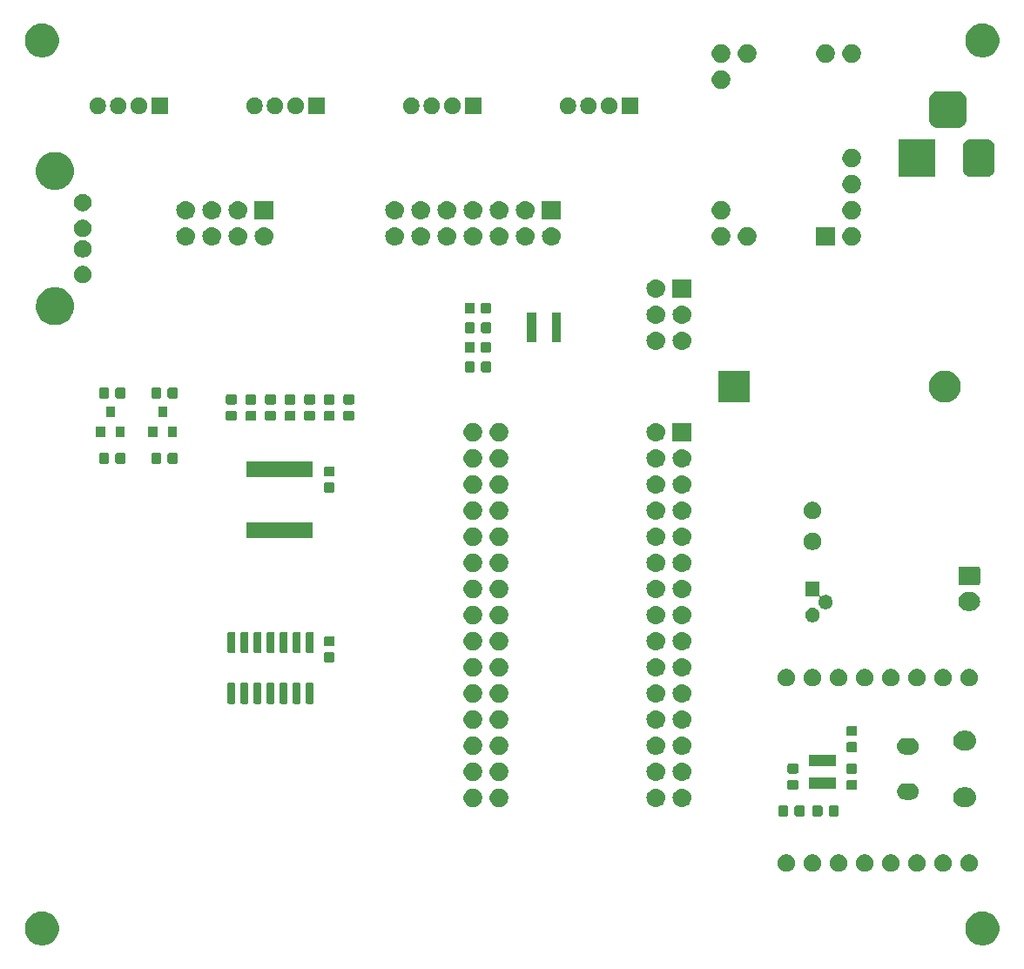
<source format=gbs>
G04 #@! TF.GenerationSoftware,KiCad,Pcbnew,(5.1.4)-1*
G04 #@! TF.CreationDate,2019-10-14T19:34:20+09:00*
G04 #@! TF.ProjectId,bf-010,62662d30-3130-42e6-9b69-6361645f7063,V01L01*
G04 #@! TF.SameCoordinates,Original*
G04 #@! TF.FileFunction,Soldermask,Bot*
G04 #@! TF.FilePolarity,Negative*
%FSLAX46Y46*%
G04 Gerber Fmt 4.6, Leading zero omitted, Abs format (unit mm)*
G04 Created by KiCad (PCBNEW (5.1.4)-1) date 2019-10-14 19:34:20*
%MOMM*%
%LPD*%
G04 APERTURE LIST*
%ADD10C,0.100000*%
G04 APERTURE END LIST*
D10*
G36*
X194685256Y-139361298D02*
G01*
X194791579Y-139382447D01*
X195092042Y-139506903D01*
X195362451Y-139687585D01*
X195592415Y-139917549D01*
X195773097Y-140187958D01*
X195897553Y-140488421D01*
X195961000Y-140807391D01*
X195961000Y-141132609D01*
X195897553Y-141451579D01*
X195773097Y-141752042D01*
X195592415Y-142022451D01*
X195362451Y-142252415D01*
X195092042Y-142433097D01*
X194791579Y-142557553D01*
X194685256Y-142578702D01*
X194472611Y-142621000D01*
X194147389Y-142621000D01*
X193934744Y-142578702D01*
X193828421Y-142557553D01*
X193527958Y-142433097D01*
X193257549Y-142252415D01*
X193027585Y-142022451D01*
X192846903Y-141752042D01*
X192722447Y-141451579D01*
X192659000Y-141132609D01*
X192659000Y-140807391D01*
X192722447Y-140488421D01*
X192846903Y-140187958D01*
X193027585Y-139917549D01*
X193257549Y-139687585D01*
X193527958Y-139506903D01*
X193828421Y-139382447D01*
X193934744Y-139361298D01*
X194147389Y-139319000D01*
X194472611Y-139319000D01*
X194685256Y-139361298D01*
X194685256Y-139361298D01*
G37*
G36*
X103245256Y-139361298D02*
G01*
X103351579Y-139382447D01*
X103652042Y-139506903D01*
X103922451Y-139687585D01*
X104152415Y-139917549D01*
X104333097Y-140187958D01*
X104457553Y-140488421D01*
X104521000Y-140807391D01*
X104521000Y-141132609D01*
X104457553Y-141451579D01*
X104333097Y-141752042D01*
X104152415Y-142022451D01*
X103922451Y-142252415D01*
X103652042Y-142433097D01*
X103351579Y-142557553D01*
X103245256Y-142578702D01*
X103032611Y-142621000D01*
X102707389Y-142621000D01*
X102494744Y-142578702D01*
X102388421Y-142557553D01*
X102087958Y-142433097D01*
X101817549Y-142252415D01*
X101587585Y-142022451D01*
X101406903Y-141752042D01*
X101282447Y-141451579D01*
X101219000Y-141132609D01*
X101219000Y-140807391D01*
X101282447Y-140488421D01*
X101406903Y-140187958D01*
X101587585Y-139917549D01*
X101817549Y-139687585D01*
X102087958Y-139506903D01*
X102388421Y-139382447D01*
X102494744Y-139361298D01*
X102707389Y-139319000D01*
X103032611Y-139319000D01*
X103245256Y-139361298D01*
X103245256Y-139361298D01*
G37*
G36*
X193288228Y-133801703D02*
G01*
X193443100Y-133865853D01*
X193582481Y-133958985D01*
X193701015Y-134077519D01*
X193794147Y-134216900D01*
X193858297Y-134371772D01*
X193891000Y-134536184D01*
X193891000Y-134703816D01*
X193858297Y-134868228D01*
X193794147Y-135023100D01*
X193701015Y-135162481D01*
X193582481Y-135281015D01*
X193443100Y-135374147D01*
X193288228Y-135438297D01*
X193123816Y-135471000D01*
X192956184Y-135471000D01*
X192791772Y-135438297D01*
X192636900Y-135374147D01*
X192497519Y-135281015D01*
X192378985Y-135162481D01*
X192285853Y-135023100D01*
X192221703Y-134868228D01*
X192189000Y-134703816D01*
X192189000Y-134536184D01*
X192221703Y-134371772D01*
X192285853Y-134216900D01*
X192378985Y-134077519D01*
X192497519Y-133958985D01*
X192636900Y-133865853D01*
X192791772Y-133801703D01*
X192956184Y-133769000D01*
X193123816Y-133769000D01*
X193288228Y-133801703D01*
X193288228Y-133801703D01*
G37*
G36*
X190748228Y-133801703D02*
G01*
X190903100Y-133865853D01*
X191042481Y-133958985D01*
X191161015Y-134077519D01*
X191254147Y-134216900D01*
X191318297Y-134371772D01*
X191351000Y-134536184D01*
X191351000Y-134703816D01*
X191318297Y-134868228D01*
X191254147Y-135023100D01*
X191161015Y-135162481D01*
X191042481Y-135281015D01*
X190903100Y-135374147D01*
X190748228Y-135438297D01*
X190583816Y-135471000D01*
X190416184Y-135471000D01*
X190251772Y-135438297D01*
X190096900Y-135374147D01*
X189957519Y-135281015D01*
X189838985Y-135162481D01*
X189745853Y-135023100D01*
X189681703Y-134868228D01*
X189649000Y-134703816D01*
X189649000Y-134536184D01*
X189681703Y-134371772D01*
X189745853Y-134216900D01*
X189838985Y-134077519D01*
X189957519Y-133958985D01*
X190096900Y-133865853D01*
X190251772Y-133801703D01*
X190416184Y-133769000D01*
X190583816Y-133769000D01*
X190748228Y-133801703D01*
X190748228Y-133801703D01*
G37*
G36*
X185668228Y-133801703D02*
G01*
X185823100Y-133865853D01*
X185962481Y-133958985D01*
X186081015Y-134077519D01*
X186174147Y-134216900D01*
X186238297Y-134371772D01*
X186271000Y-134536184D01*
X186271000Y-134703816D01*
X186238297Y-134868228D01*
X186174147Y-135023100D01*
X186081015Y-135162481D01*
X185962481Y-135281015D01*
X185823100Y-135374147D01*
X185668228Y-135438297D01*
X185503816Y-135471000D01*
X185336184Y-135471000D01*
X185171772Y-135438297D01*
X185016900Y-135374147D01*
X184877519Y-135281015D01*
X184758985Y-135162481D01*
X184665853Y-135023100D01*
X184601703Y-134868228D01*
X184569000Y-134703816D01*
X184569000Y-134536184D01*
X184601703Y-134371772D01*
X184665853Y-134216900D01*
X184758985Y-134077519D01*
X184877519Y-133958985D01*
X185016900Y-133865853D01*
X185171772Y-133801703D01*
X185336184Y-133769000D01*
X185503816Y-133769000D01*
X185668228Y-133801703D01*
X185668228Y-133801703D01*
G37*
G36*
X183128228Y-133801703D02*
G01*
X183283100Y-133865853D01*
X183422481Y-133958985D01*
X183541015Y-134077519D01*
X183634147Y-134216900D01*
X183698297Y-134371772D01*
X183731000Y-134536184D01*
X183731000Y-134703816D01*
X183698297Y-134868228D01*
X183634147Y-135023100D01*
X183541015Y-135162481D01*
X183422481Y-135281015D01*
X183283100Y-135374147D01*
X183128228Y-135438297D01*
X182963816Y-135471000D01*
X182796184Y-135471000D01*
X182631772Y-135438297D01*
X182476900Y-135374147D01*
X182337519Y-135281015D01*
X182218985Y-135162481D01*
X182125853Y-135023100D01*
X182061703Y-134868228D01*
X182029000Y-134703816D01*
X182029000Y-134536184D01*
X182061703Y-134371772D01*
X182125853Y-134216900D01*
X182218985Y-134077519D01*
X182337519Y-133958985D01*
X182476900Y-133865853D01*
X182631772Y-133801703D01*
X182796184Y-133769000D01*
X182963816Y-133769000D01*
X183128228Y-133801703D01*
X183128228Y-133801703D01*
G37*
G36*
X188208228Y-133801703D02*
G01*
X188363100Y-133865853D01*
X188502481Y-133958985D01*
X188621015Y-134077519D01*
X188714147Y-134216900D01*
X188778297Y-134371772D01*
X188811000Y-134536184D01*
X188811000Y-134703816D01*
X188778297Y-134868228D01*
X188714147Y-135023100D01*
X188621015Y-135162481D01*
X188502481Y-135281015D01*
X188363100Y-135374147D01*
X188208228Y-135438297D01*
X188043816Y-135471000D01*
X187876184Y-135471000D01*
X187711772Y-135438297D01*
X187556900Y-135374147D01*
X187417519Y-135281015D01*
X187298985Y-135162481D01*
X187205853Y-135023100D01*
X187141703Y-134868228D01*
X187109000Y-134703816D01*
X187109000Y-134536184D01*
X187141703Y-134371772D01*
X187205853Y-134216900D01*
X187298985Y-134077519D01*
X187417519Y-133958985D01*
X187556900Y-133865853D01*
X187711772Y-133801703D01*
X187876184Y-133769000D01*
X188043816Y-133769000D01*
X188208228Y-133801703D01*
X188208228Y-133801703D01*
G37*
G36*
X178048228Y-133801703D02*
G01*
X178203100Y-133865853D01*
X178342481Y-133958985D01*
X178461015Y-134077519D01*
X178554147Y-134216900D01*
X178618297Y-134371772D01*
X178651000Y-134536184D01*
X178651000Y-134703816D01*
X178618297Y-134868228D01*
X178554147Y-135023100D01*
X178461015Y-135162481D01*
X178342481Y-135281015D01*
X178203100Y-135374147D01*
X178048228Y-135438297D01*
X177883816Y-135471000D01*
X177716184Y-135471000D01*
X177551772Y-135438297D01*
X177396900Y-135374147D01*
X177257519Y-135281015D01*
X177138985Y-135162481D01*
X177045853Y-135023100D01*
X176981703Y-134868228D01*
X176949000Y-134703816D01*
X176949000Y-134536184D01*
X176981703Y-134371772D01*
X177045853Y-134216900D01*
X177138985Y-134077519D01*
X177257519Y-133958985D01*
X177396900Y-133865853D01*
X177551772Y-133801703D01*
X177716184Y-133769000D01*
X177883816Y-133769000D01*
X178048228Y-133801703D01*
X178048228Y-133801703D01*
G37*
G36*
X175508228Y-133801703D02*
G01*
X175663100Y-133865853D01*
X175802481Y-133958985D01*
X175921015Y-134077519D01*
X176014147Y-134216900D01*
X176078297Y-134371772D01*
X176111000Y-134536184D01*
X176111000Y-134703816D01*
X176078297Y-134868228D01*
X176014147Y-135023100D01*
X175921015Y-135162481D01*
X175802481Y-135281015D01*
X175663100Y-135374147D01*
X175508228Y-135438297D01*
X175343816Y-135471000D01*
X175176184Y-135471000D01*
X175011772Y-135438297D01*
X174856900Y-135374147D01*
X174717519Y-135281015D01*
X174598985Y-135162481D01*
X174505853Y-135023100D01*
X174441703Y-134868228D01*
X174409000Y-134703816D01*
X174409000Y-134536184D01*
X174441703Y-134371772D01*
X174505853Y-134216900D01*
X174598985Y-134077519D01*
X174717519Y-133958985D01*
X174856900Y-133865853D01*
X175011772Y-133801703D01*
X175176184Y-133769000D01*
X175343816Y-133769000D01*
X175508228Y-133801703D01*
X175508228Y-133801703D01*
G37*
G36*
X180588228Y-133801703D02*
G01*
X180743100Y-133865853D01*
X180882481Y-133958985D01*
X181001015Y-134077519D01*
X181094147Y-134216900D01*
X181158297Y-134371772D01*
X181191000Y-134536184D01*
X181191000Y-134703816D01*
X181158297Y-134868228D01*
X181094147Y-135023100D01*
X181001015Y-135162481D01*
X180882481Y-135281015D01*
X180743100Y-135374147D01*
X180588228Y-135438297D01*
X180423816Y-135471000D01*
X180256184Y-135471000D01*
X180091772Y-135438297D01*
X179936900Y-135374147D01*
X179797519Y-135281015D01*
X179678985Y-135162481D01*
X179585853Y-135023100D01*
X179521703Y-134868228D01*
X179489000Y-134703816D01*
X179489000Y-134536184D01*
X179521703Y-134371772D01*
X179585853Y-134216900D01*
X179678985Y-134077519D01*
X179797519Y-133958985D01*
X179936900Y-133865853D01*
X180091772Y-133801703D01*
X180256184Y-133769000D01*
X180423816Y-133769000D01*
X180588228Y-133801703D01*
X180588228Y-133801703D01*
G37*
G36*
X176872091Y-129018085D02*
G01*
X176906069Y-129028393D01*
X176937390Y-129045134D01*
X176964839Y-129067661D01*
X176987366Y-129095110D01*
X177004107Y-129126431D01*
X177014415Y-129160409D01*
X177018500Y-129201890D01*
X177018500Y-129878110D01*
X177014415Y-129919591D01*
X177004107Y-129953569D01*
X176987366Y-129984890D01*
X176964839Y-130012339D01*
X176937390Y-130034866D01*
X176906069Y-130051607D01*
X176872091Y-130061915D01*
X176830610Y-130066000D01*
X176229390Y-130066000D01*
X176187909Y-130061915D01*
X176153931Y-130051607D01*
X176122610Y-130034866D01*
X176095161Y-130012339D01*
X176072634Y-129984890D01*
X176055893Y-129953569D01*
X176045585Y-129919591D01*
X176041500Y-129878110D01*
X176041500Y-129201890D01*
X176045585Y-129160409D01*
X176055893Y-129126431D01*
X176072634Y-129095110D01*
X176095161Y-129067661D01*
X176122610Y-129045134D01*
X176153931Y-129028393D01*
X176187909Y-129018085D01*
X176229390Y-129014000D01*
X176830610Y-129014000D01*
X176872091Y-129018085D01*
X176872091Y-129018085D01*
G37*
G36*
X178624591Y-129018085D02*
G01*
X178658569Y-129028393D01*
X178689890Y-129045134D01*
X178717339Y-129067661D01*
X178739866Y-129095110D01*
X178756607Y-129126431D01*
X178766915Y-129160409D01*
X178771000Y-129201890D01*
X178771000Y-129878110D01*
X178766915Y-129919591D01*
X178756607Y-129953569D01*
X178739866Y-129984890D01*
X178717339Y-130012339D01*
X178689890Y-130034866D01*
X178658569Y-130051607D01*
X178624591Y-130061915D01*
X178583110Y-130066000D01*
X177981890Y-130066000D01*
X177940409Y-130061915D01*
X177906431Y-130051607D01*
X177875110Y-130034866D01*
X177847661Y-130012339D01*
X177825134Y-129984890D01*
X177808393Y-129953569D01*
X177798085Y-129919591D01*
X177794000Y-129878110D01*
X177794000Y-129201890D01*
X177798085Y-129160409D01*
X177808393Y-129126431D01*
X177825134Y-129095110D01*
X177847661Y-129067661D01*
X177875110Y-129045134D01*
X177906431Y-129028393D01*
X177940409Y-129018085D01*
X177981890Y-129014000D01*
X178583110Y-129014000D01*
X178624591Y-129018085D01*
X178624591Y-129018085D01*
G37*
G36*
X180199591Y-129018085D02*
G01*
X180233569Y-129028393D01*
X180264890Y-129045134D01*
X180292339Y-129067661D01*
X180314866Y-129095110D01*
X180331607Y-129126431D01*
X180341915Y-129160409D01*
X180346000Y-129201890D01*
X180346000Y-129878110D01*
X180341915Y-129919591D01*
X180331607Y-129953569D01*
X180314866Y-129984890D01*
X180292339Y-130012339D01*
X180264890Y-130034866D01*
X180233569Y-130051607D01*
X180199591Y-130061915D01*
X180158110Y-130066000D01*
X179556890Y-130066000D01*
X179515409Y-130061915D01*
X179481431Y-130051607D01*
X179450110Y-130034866D01*
X179422661Y-130012339D01*
X179400134Y-129984890D01*
X179383393Y-129953569D01*
X179373085Y-129919591D01*
X179369000Y-129878110D01*
X179369000Y-129201890D01*
X179373085Y-129160409D01*
X179383393Y-129126431D01*
X179400134Y-129095110D01*
X179422661Y-129067661D01*
X179450110Y-129045134D01*
X179481431Y-129028393D01*
X179515409Y-129018085D01*
X179556890Y-129014000D01*
X180158110Y-129014000D01*
X180199591Y-129018085D01*
X180199591Y-129018085D01*
G37*
G36*
X175297091Y-129018085D02*
G01*
X175331069Y-129028393D01*
X175362390Y-129045134D01*
X175389839Y-129067661D01*
X175412366Y-129095110D01*
X175429107Y-129126431D01*
X175439415Y-129160409D01*
X175443500Y-129201890D01*
X175443500Y-129878110D01*
X175439415Y-129919591D01*
X175429107Y-129953569D01*
X175412366Y-129984890D01*
X175389839Y-130012339D01*
X175362390Y-130034866D01*
X175331069Y-130051607D01*
X175297091Y-130061915D01*
X175255610Y-130066000D01*
X174654390Y-130066000D01*
X174612909Y-130061915D01*
X174578931Y-130051607D01*
X174547610Y-130034866D01*
X174520161Y-130012339D01*
X174497634Y-129984890D01*
X174480893Y-129953569D01*
X174470585Y-129919591D01*
X174466500Y-129878110D01*
X174466500Y-129201890D01*
X174470585Y-129160409D01*
X174480893Y-129126431D01*
X174497634Y-129095110D01*
X174520161Y-129067661D01*
X174547610Y-129045134D01*
X174578931Y-129028393D01*
X174612909Y-129018085D01*
X174654390Y-129014000D01*
X175255610Y-129014000D01*
X175297091Y-129018085D01*
X175297091Y-129018085D01*
G37*
G36*
X147433512Y-127373927D02*
G01*
X147582812Y-127403624D01*
X147746784Y-127471544D01*
X147894354Y-127570147D01*
X148019853Y-127695646D01*
X148118456Y-127843216D01*
X148186376Y-128007188D01*
X148221000Y-128181259D01*
X148221000Y-128358741D01*
X148186376Y-128532812D01*
X148118456Y-128696784D01*
X148019853Y-128844354D01*
X147894354Y-128969853D01*
X147746784Y-129068456D01*
X147582812Y-129136376D01*
X147440012Y-129164780D01*
X147408742Y-129171000D01*
X147231258Y-129171000D01*
X147199988Y-129164780D01*
X147057188Y-129136376D01*
X146893216Y-129068456D01*
X146745646Y-128969853D01*
X146620147Y-128844354D01*
X146521544Y-128696784D01*
X146453624Y-128532812D01*
X146419000Y-128358741D01*
X146419000Y-128181259D01*
X146453624Y-128007188D01*
X146521544Y-127843216D01*
X146620147Y-127695646D01*
X146745646Y-127570147D01*
X146893216Y-127471544D01*
X147057188Y-127403624D01*
X147206488Y-127373927D01*
X147231258Y-127369000D01*
X147408742Y-127369000D01*
X147433512Y-127373927D01*
X147433512Y-127373927D01*
G37*
G36*
X165210442Y-127375518D02*
G01*
X165276627Y-127382037D01*
X165446466Y-127433557D01*
X165446468Y-127433558D01*
X165491009Y-127457366D01*
X165602991Y-127517222D01*
X165638729Y-127546552D01*
X165740186Y-127629814D01*
X165823448Y-127731271D01*
X165852778Y-127767009D01*
X165936443Y-127923534D01*
X165987963Y-128093373D01*
X166005359Y-128270000D01*
X165987963Y-128446627D01*
X165936443Y-128616466D01*
X165852778Y-128772991D01*
X165823448Y-128808729D01*
X165740186Y-128910186D01*
X165667480Y-128969853D01*
X165602991Y-129022778D01*
X165446466Y-129106443D01*
X165276627Y-129157963D01*
X165210442Y-129164482D01*
X165144260Y-129171000D01*
X165055740Y-129171000D01*
X164989558Y-129164482D01*
X164923373Y-129157963D01*
X164753534Y-129106443D01*
X164597009Y-129022778D01*
X164532520Y-128969853D01*
X164459814Y-128910186D01*
X164376552Y-128808729D01*
X164347222Y-128772991D01*
X164263557Y-128616466D01*
X164212037Y-128446627D01*
X164194641Y-128270000D01*
X164212037Y-128093373D01*
X164263557Y-127923534D01*
X164347222Y-127767009D01*
X164376552Y-127731271D01*
X164459814Y-127629814D01*
X164561271Y-127546552D01*
X164597009Y-127517222D01*
X164708991Y-127457366D01*
X164753532Y-127433558D01*
X164753534Y-127433557D01*
X164923373Y-127382037D01*
X164989558Y-127375518D01*
X165055740Y-127369000D01*
X165144260Y-127369000D01*
X165210442Y-127375518D01*
X165210442Y-127375518D01*
G37*
G36*
X162670442Y-127375518D02*
G01*
X162736627Y-127382037D01*
X162906466Y-127433557D01*
X162906468Y-127433558D01*
X162951009Y-127457366D01*
X163062991Y-127517222D01*
X163098729Y-127546552D01*
X163200186Y-127629814D01*
X163283448Y-127731271D01*
X163312778Y-127767009D01*
X163396443Y-127923534D01*
X163447963Y-128093373D01*
X163465359Y-128270000D01*
X163447963Y-128446627D01*
X163396443Y-128616466D01*
X163312778Y-128772991D01*
X163283448Y-128808729D01*
X163200186Y-128910186D01*
X163127480Y-128969853D01*
X163062991Y-129022778D01*
X162906466Y-129106443D01*
X162736627Y-129157963D01*
X162670442Y-129164482D01*
X162604260Y-129171000D01*
X162515740Y-129171000D01*
X162449558Y-129164482D01*
X162383373Y-129157963D01*
X162213534Y-129106443D01*
X162057009Y-129022778D01*
X161992520Y-128969853D01*
X161919814Y-128910186D01*
X161836552Y-128808729D01*
X161807222Y-128772991D01*
X161723557Y-128616466D01*
X161672037Y-128446627D01*
X161654641Y-128270000D01*
X161672037Y-128093373D01*
X161723557Y-127923534D01*
X161807222Y-127767009D01*
X161836552Y-127731271D01*
X161919814Y-127629814D01*
X162021271Y-127546552D01*
X162057009Y-127517222D01*
X162168991Y-127457366D01*
X162213532Y-127433558D01*
X162213534Y-127433557D01*
X162383373Y-127382037D01*
X162449558Y-127375518D01*
X162515740Y-127369000D01*
X162604260Y-127369000D01*
X162670442Y-127375518D01*
X162670442Y-127375518D01*
G37*
G36*
X144893512Y-127373927D02*
G01*
X145042812Y-127403624D01*
X145206784Y-127471544D01*
X145354354Y-127570147D01*
X145479853Y-127695646D01*
X145578456Y-127843216D01*
X145646376Y-128007188D01*
X145681000Y-128181259D01*
X145681000Y-128358741D01*
X145646376Y-128532812D01*
X145578456Y-128696784D01*
X145479853Y-128844354D01*
X145354354Y-128969853D01*
X145206784Y-129068456D01*
X145042812Y-129136376D01*
X144900012Y-129164780D01*
X144868742Y-129171000D01*
X144691258Y-129171000D01*
X144659988Y-129164780D01*
X144517188Y-129136376D01*
X144353216Y-129068456D01*
X144205646Y-128969853D01*
X144080147Y-128844354D01*
X143981544Y-128696784D01*
X143913624Y-128532812D01*
X143879000Y-128358741D01*
X143879000Y-128181259D01*
X143913624Y-128007188D01*
X143981544Y-127843216D01*
X144080147Y-127695646D01*
X144205646Y-127570147D01*
X144353216Y-127471544D01*
X144517188Y-127403624D01*
X144666488Y-127373927D01*
X144691258Y-127369000D01*
X144868742Y-127369000D01*
X144893512Y-127373927D01*
X144893512Y-127373927D01*
G37*
G36*
X192916425Y-127262760D02*
G01*
X192916428Y-127262761D01*
X192916429Y-127262761D01*
X193095693Y-127317140D01*
X193095696Y-127317142D01*
X193095697Y-127317142D01*
X193260903Y-127405446D01*
X193405712Y-127524288D01*
X193524554Y-127669097D01*
X193612858Y-127834303D01*
X193612860Y-127834307D01*
X193665303Y-128007188D01*
X193667240Y-128013575D01*
X193685601Y-128200000D01*
X193667240Y-128386425D01*
X193667239Y-128386428D01*
X193667239Y-128386429D01*
X193612860Y-128565693D01*
X193612858Y-128565696D01*
X193612858Y-128565697D01*
X193524554Y-128730903D01*
X193405712Y-128875712D01*
X193260903Y-128994554D01*
X193122641Y-129068456D01*
X193095693Y-129082860D01*
X192916429Y-129137239D01*
X192916428Y-129137239D01*
X192916425Y-129137240D01*
X192776718Y-129151000D01*
X192383282Y-129151000D01*
X192243575Y-129137240D01*
X192243572Y-129137239D01*
X192243571Y-129137239D01*
X192064307Y-129082860D01*
X192037359Y-129068456D01*
X191899097Y-128994554D01*
X191754288Y-128875712D01*
X191635446Y-128730903D01*
X191547142Y-128565697D01*
X191547142Y-128565696D01*
X191547140Y-128565693D01*
X191492761Y-128386429D01*
X191492761Y-128386428D01*
X191492760Y-128386425D01*
X191474399Y-128200000D01*
X191492760Y-128013575D01*
X191494697Y-128007188D01*
X191547140Y-127834307D01*
X191547142Y-127834303D01*
X191635446Y-127669097D01*
X191754288Y-127524288D01*
X191899097Y-127405446D01*
X192064303Y-127317142D01*
X192064304Y-127317142D01*
X192064307Y-127317140D01*
X192243571Y-127262761D01*
X192243572Y-127262761D01*
X192243575Y-127262760D01*
X192383282Y-127249000D01*
X192776718Y-127249000D01*
X192916425Y-127262760D01*
X192916425Y-127262760D01*
G37*
G36*
X187408571Y-126852863D02*
G01*
X187487023Y-126860590D01*
X187587682Y-126891125D01*
X187638013Y-126906392D01*
X187777165Y-126980771D01*
X187899133Y-127080867D01*
X187999229Y-127202835D01*
X188073608Y-127341987D01*
X188081802Y-127369000D01*
X188119410Y-127492977D01*
X188134875Y-127650000D01*
X188119410Y-127807023D01*
X188111133Y-127834307D01*
X188073608Y-127958013D01*
X187999229Y-128097165D01*
X187899133Y-128219133D01*
X187777165Y-128319229D01*
X187638013Y-128393608D01*
X187587682Y-128408875D01*
X187487023Y-128439410D01*
X187413766Y-128446625D01*
X187369346Y-128451000D01*
X186790654Y-128451000D01*
X186746234Y-128446625D01*
X186672977Y-128439410D01*
X186572318Y-128408875D01*
X186521987Y-128393608D01*
X186382835Y-128319229D01*
X186260867Y-128219133D01*
X186160771Y-128097165D01*
X186086392Y-127958013D01*
X186048867Y-127834307D01*
X186040590Y-127807023D01*
X186025125Y-127650000D01*
X186040590Y-127492977D01*
X186078198Y-127369000D01*
X186086392Y-127341987D01*
X186160771Y-127202835D01*
X186260867Y-127080867D01*
X186382835Y-126980771D01*
X186521987Y-126906392D01*
X186572318Y-126891125D01*
X186672977Y-126860590D01*
X186751429Y-126852863D01*
X186790654Y-126849000D01*
X187369346Y-126849000D01*
X187408571Y-126852863D01*
X187408571Y-126852863D01*
G37*
G36*
X176274591Y-126515585D02*
G01*
X176308569Y-126525893D01*
X176339890Y-126542634D01*
X176367339Y-126565161D01*
X176389866Y-126592610D01*
X176406607Y-126623931D01*
X176416915Y-126657909D01*
X176421000Y-126699390D01*
X176421000Y-127300610D01*
X176416915Y-127342091D01*
X176406607Y-127376069D01*
X176389866Y-127407390D01*
X176367339Y-127434839D01*
X176339890Y-127457366D01*
X176308569Y-127474107D01*
X176274591Y-127484415D01*
X176233110Y-127488500D01*
X175556890Y-127488500D01*
X175515409Y-127484415D01*
X175481431Y-127474107D01*
X175450110Y-127457366D01*
X175422661Y-127434839D01*
X175400134Y-127407390D01*
X175383393Y-127376069D01*
X175373085Y-127342091D01*
X175369000Y-127300610D01*
X175369000Y-126699390D01*
X175373085Y-126657909D01*
X175383393Y-126623931D01*
X175400134Y-126592610D01*
X175422661Y-126565161D01*
X175450110Y-126542634D01*
X175481431Y-126525893D01*
X175515409Y-126515585D01*
X175556890Y-126511500D01*
X176233110Y-126511500D01*
X176274591Y-126515585D01*
X176274591Y-126515585D01*
G37*
G36*
X181989591Y-126515585D02*
G01*
X182023569Y-126525893D01*
X182054890Y-126542634D01*
X182082339Y-126565161D01*
X182104866Y-126592610D01*
X182121607Y-126623931D01*
X182131915Y-126657909D01*
X182136000Y-126699390D01*
X182136000Y-127300610D01*
X182131915Y-127342091D01*
X182121607Y-127376069D01*
X182104866Y-127407390D01*
X182082339Y-127434839D01*
X182054890Y-127457366D01*
X182023569Y-127474107D01*
X181989591Y-127484415D01*
X181948110Y-127488500D01*
X181271890Y-127488500D01*
X181230409Y-127484415D01*
X181196431Y-127474107D01*
X181165110Y-127457366D01*
X181137661Y-127434839D01*
X181115134Y-127407390D01*
X181098393Y-127376069D01*
X181088085Y-127342091D01*
X181084000Y-127300610D01*
X181084000Y-126699390D01*
X181088085Y-126657909D01*
X181098393Y-126623931D01*
X181115134Y-126592610D01*
X181137661Y-126565161D01*
X181165110Y-126542634D01*
X181196431Y-126525893D01*
X181230409Y-126515585D01*
X181271890Y-126511500D01*
X181948110Y-126511500D01*
X181989591Y-126515585D01*
X181989591Y-126515585D01*
G37*
G36*
X180076000Y-127411000D02*
G01*
X177424000Y-127411000D01*
X177424000Y-126249000D01*
X180076000Y-126249000D01*
X180076000Y-127411000D01*
X180076000Y-127411000D01*
G37*
G36*
X147433512Y-124833927D02*
G01*
X147582812Y-124863624D01*
X147746784Y-124931544D01*
X147894354Y-125030147D01*
X148019853Y-125155646D01*
X148118456Y-125303216D01*
X148186376Y-125467188D01*
X148221000Y-125641259D01*
X148221000Y-125818741D01*
X148186376Y-125992812D01*
X148118456Y-126156784D01*
X148019853Y-126304354D01*
X147894354Y-126429853D01*
X147746784Y-126528456D01*
X147582812Y-126596376D01*
X147444280Y-126623931D01*
X147408742Y-126631000D01*
X147231258Y-126631000D01*
X147195720Y-126623931D01*
X147057188Y-126596376D01*
X146893216Y-126528456D01*
X146745646Y-126429853D01*
X146620147Y-126304354D01*
X146521544Y-126156784D01*
X146453624Y-125992812D01*
X146419000Y-125818741D01*
X146419000Y-125641259D01*
X146453624Y-125467188D01*
X146521544Y-125303216D01*
X146620147Y-125155646D01*
X146745646Y-125030147D01*
X146893216Y-124931544D01*
X147057188Y-124863624D01*
X147206488Y-124833927D01*
X147231258Y-124829000D01*
X147408742Y-124829000D01*
X147433512Y-124833927D01*
X147433512Y-124833927D01*
G37*
G36*
X165210443Y-124835519D02*
G01*
X165276627Y-124842037D01*
X165446466Y-124893557D01*
X165602991Y-124977222D01*
X165618757Y-124990161D01*
X165740186Y-125089814D01*
X165814814Y-125180750D01*
X165852778Y-125227009D01*
X165936443Y-125383534D01*
X165987963Y-125553373D01*
X166005359Y-125730000D01*
X165987963Y-125906627D01*
X165936443Y-126076466D01*
X165852778Y-126232991D01*
X165823448Y-126268729D01*
X165740186Y-126370186D01*
X165667480Y-126429853D01*
X165602991Y-126482778D01*
X165602989Y-126482779D01*
X165448865Y-126565161D01*
X165446466Y-126566443D01*
X165276627Y-126617963D01*
X165216032Y-126623931D01*
X165144260Y-126631000D01*
X165055740Y-126631000D01*
X164983968Y-126623931D01*
X164923373Y-126617963D01*
X164753534Y-126566443D01*
X164751136Y-126565161D01*
X164597011Y-126482779D01*
X164597009Y-126482778D01*
X164532520Y-126429853D01*
X164459814Y-126370186D01*
X164376552Y-126268729D01*
X164347222Y-126232991D01*
X164263557Y-126076466D01*
X164212037Y-125906627D01*
X164194641Y-125730000D01*
X164212037Y-125553373D01*
X164263557Y-125383534D01*
X164347222Y-125227009D01*
X164385186Y-125180750D01*
X164459814Y-125089814D01*
X164581243Y-124990161D01*
X164597009Y-124977222D01*
X164753534Y-124893557D01*
X164923373Y-124842037D01*
X164989557Y-124835519D01*
X165055740Y-124829000D01*
X165144260Y-124829000D01*
X165210443Y-124835519D01*
X165210443Y-124835519D01*
G37*
G36*
X162670443Y-124835519D02*
G01*
X162736627Y-124842037D01*
X162906466Y-124893557D01*
X163062991Y-124977222D01*
X163078757Y-124990161D01*
X163200186Y-125089814D01*
X163274814Y-125180750D01*
X163312778Y-125227009D01*
X163396443Y-125383534D01*
X163447963Y-125553373D01*
X163465359Y-125730000D01*
X163447963Y-125906627D01*
X163396443Y-126076466D01*
X163312778Y-126232991D01*
X163283448Y-126268729D01*
X163200186Y-126370186D01*
X163127480Y-126429853D01*
X163062991Y-126482778D01*
X163062989Y-126482779D01*
X162908865Y-126565161D01*
X162906466Y-126566443D01*
X162736627Y-126617963D01*
X162676032Y-126623931D01*
X162604260Y-126631000D01*
X162515740Y-126631000D01*
X162443968Y-126623931D01*
X162383373Y-126617963D01*
X162213534Y-126566443D01*
X162211136Y-126565161D01*
X162057011Y-126482779D01*
X162057009Y-126482778D01*
X161992520Y-126429853D01*
X161919814Y-126370186D01*
X161836552Y-126268729D01*
X161807222Y-126232991D01*
X161723557Y-126076466D01*
X161672037Y-125906627D01*
X161654641Y-125730000D01*
X161672037Y-125553373D01*
X161723557Y-125383534D01*
X161807222Y-125227009D01*
X161845186Y-125180750D01*
X161919814Y-125089814D01*
X162041243Y-124990161D01*
X162057009Y-124977222D01*
X162213534Y-124893557D01*
X162383373Y-124842037D01*
X162449557Y-124835519D01*
X162515740Y-124829000D01*
X162604260Y-124829000D01*
X162670443Y-124835519D01*
X162670443Y-124835519D01*
G37*
G36*
X144893512Y-124833927D02*
G01*
X145042812Y-124863624D01*
X145206784Y-124931544D01*
X145354354Y-125030147D01*
X145479853Y-125155646D01*
X145578456Y-125303216D01*
X145646376Y-125467188D01*
X145681000Y-125641259D01*
X145681000Y-125818741D01*
X145646376Y-125992812D01*
X145578456Y-126156784D01*
X145479853Y-126304354D01*
X145354354Y-126429853D01*
X145206784Y-126528456D01*
X145042812Y-126596376D01*
X144904280Y-126623931D01*
X144868742Y-126631000D01*
X144691258Y-126631000D01*
X144655720Y-126623931D01*
X144517188Y-126596376D01*
X144353216Y-126528456D01*
X144205646Y-126429853D01*
X144080147Y-126304354D01*
X143981544Y-126156784D01*
X143913624Y-125992812D01*
X143879000Y-125818741D01*
X143879000Y-125641259D01*
X143913624Y-125467188D01*
X143981544Y-125303216D01*
X144080147Y-125155646D01*
X144205646Y-125030147D01*
X144353216Y-124931544D01*
X144517188Y-124863624D01*
X144666488Y-124833927D01*
X144691258Y-124829000D01*
X144868742Y-124829000D01*
X144893512Y-124833927D01*
X144893512Y-124833927D01*
G37*
G36*
X181989591Y-124940585D02*
G01*
X182023569Y-124950893D01*
X182054890Y-124967634D01*
X182082339Y-124990161D01*
X182104866Y-125017610D01*
X182121607Y-125048931D01*
X182131915Y-125082909D01*
X182136000Y-125124390D01*
X182136000Y-125725610D01*
X182131915Y-125767091D01*
X182121607Y-125801069D01*
X182104866Y-125832390D01*
X182082339Y-125859839D01*
X182054890Y-125882366D01*
X182023569Y-125899107D01*
X181989591Y-125909415D01*
X181948110Y-125913500D01*
X181271890Y-125913500D01*
X181230409Y-125909415D01*
X181196431Y-125899107D01*
X181165110Y-125882366D01*
X181137661Y-125859839D01*
X181115134Y-125832390D01*
X181098393Y-125801069D01*
X181088085Y-125767091D01*
X181084000Y-125725610D01*
X181084000Y-125124390D01*
X181088085Y-125082909D01*
X181098393Y-125048931D01*
X181115134Y-125017610D01*
X181137661Y-124990161D01*
X181165110Y-124967634D01*
X181196431Y-124950893D01*
X181230409Y-124940585D01*
X181271890Y-124936500D01*
X181948110Y-124936500D01*
X181989591Y-124940585D01*
X181989591Y-124940585D01*
G37*
G36*
X176274591Y-124940585D02*
G01*
X176308569Y-124950893D01*
X176339890Y-124967634D01*
X176367339Y-124990161D01*
X176389866Y-125017610D01*
X176406607Y-125048931D01*
X176416915Y-125082909D01*
X176421000Y-125124390D01*
X176421000Y-125725610D01*
X176416915Y-125767091D01*
X176406607Y-125801069D01*
X176389866Y-125832390D01*
X176367339Y-125859839D01*
X176339890Y-125882366D01*
X176308569Y-125899107D01*
X176274591Y-125909415D01*
X176233110Y-125913500D01*
X175556890Y-125913500D01*
X175515409Y-125909415D01*
X175481431Y-125899107D01*
X175450110Y-125882366D01*
X175422661Y-125859839D01*
X175400134Y-125832390D01*
X175383393Y-125801069D01*
X175373085Y-125767091D01*
X175369000Y-125725610D01*
X175369000Y-125124390D01*
X175373085Y-125082909D01*
X175383393Y-125048931D01*
X175400134Y-125017610D01*
X175422661Y-124990161D01*
X175450110Y-124967634D01*
X175481431Y-124950893D01*
X175515409Y-124940585D01*
X175556890Y-124936500D01*
X176233110Y-124936500D01*
X176274591Y-124940585D01*
X176274591Y-124940585D01*
G37*
G36*
X180076000Y-125211000D02*
G01*
X177424000Y-125211000D01*
X177424000Y-124049000D01*
X180076000Y-124049000D01*
X180076000Y-125211000D01*
X180076000Y-125211000D01*
G37*
G36*
X165210443Y-122295519D02*
G01*
X165276627Y-122302037D01*
X165446466Y-122353557D01*
X165602991Y-122437222D01*
X165617342Y-122449000D01*
X165740186Y-122549814D01*
X165823448Y-122651271D01*
X165852778Y-122687009D01*
X165936443Y-122843534D01*
X165987963Y-123013373D01*
X166005359Y-123190000D01*
X165987963Y-123366627D01*
X165936443Y-123536466D01*
X165852778Y-123692991D01*
X165828603Y-123722448D01*
X165740186Y-123830186D01*
X165667480Y-123889853D01*
X165602991Y-123942778D01*
X165602989Y-123942779D01*
X165507896Y-123993608D01*
X165446466Y-124026443D01*
X165276627Y-124077963D01*
X165210442Y-124084482D01*
X165144260Y-124091000D01*
X165055740Y-124091000D01*
X164989558Y-124084482D01*
X164923373Y-124077963D01*
X164753534Y-124026443D01*
X164692105Y-123993608D01*
X164597011Y-123942779D01*
X164597009Y-123942778D01*
X164532520Y-123889853D01*
X164459814Y-123830186D01*
X164371397Y-123722448D01*
X164347222Y-123692991D01*
X164263557Y-123536466D01*
X164212037Y-123366627D01*
X164194641Y-123190000D01*
X164212037Y-123013373D01*
X164263557Y-122843534D01*
X164347222Y-122687009D01*
X164376552Y-122651271D01*
X164459814Y-122549814D01*
X164582658Y-122449000D01*
X164597009Y-122437222D01*
X164753534Y-122353557D01*
X164923373Y-122302037D01*
X164989557Y-122295519D01*
X165055740Y-122289000D01*
X165144260Y-122289000D01*
X165210443Y-122295519D01*
X165210443Y-122295519D01*
G37*
G36*
X147433512Y-122293927D02*
G01*
X147582812Y-122323624D01*
X147746784Y-122391544D01*
X147894354Y-122490147D01*
X148019853Y-122615646D01*
X148118456Y-122763216D01*
X148186376Y-122927188D01*
X148203519Y-123013375D01*
X148220402Y-123098250D01*
X148221000Y-123101259D01*
X148221000Y-123278741D01*
X148186376Y-123452812D01*
X148118456Y-123616784D01*
X148019853Y-123764354D01*
X147894354Y-123889853D01*
X147746784Y-123988456D01*
X147582812Y-124056376D01*
X147433512Y-124086073D01*
X147408742Y-124091000D01*
X147231258Y-124091000D01*
X147206488Y-124086073D01*
X147057188Y-124056376D01*
X146893216Y-123988456D01*
X146745646Y-123889853D01*
X146620147Y-123764354D01*
X146521544Y-123616784D01*
X146453624Y-123452812D01*
X146419000Y-123278741D01*
X146419000Y-123101259D01*
X146419599Y-123098250D01*
X146436481Y-123013375D01*
X146453624Y-122927188D01*
X146521544Y-122763216D01*
X146620147Y-122615646D01*
X146745646Y-122490147D01*
X146893216Y-122391544D01*
X147057188Y-122323624D01*
X147206488Y-122293927D01*
X147231258Y-122289000D01*
X147408742Y-122289000D01*
X147433512Y-122293927D01*
X147433512Y-122293927D01*
G37*
G36*
X144893512Y-122293927D02*
G01*
X145042812Y-122323624D01*
X145206784Y-122391544D01*
X145354354Y-122490147D01*
X145479853Y-122615646D01*
X145578456Y-122763216D01*
X145646376Y-122927188D01*
X145663519Y-123013375D01*
X145680402Y-123098250D01*
X145681000Y-123101259D01*
X145681000Y-123278741D01*
X145646376Y-123452812D01*
X145578456Y-123616784D01*
X145479853Y-123764354D01*
X145354354Y-123889853D01*
X145206784Y-123988456D01*
X145042812Y-124056376D01*
X144893512Y-124086073D01*
X144868742Y-124091000D01*
X144691258Y-124091000D01*
X144666488Y-124086073D01*
X144517188Y-124056376D01*
X144353216Y-123988456D01*
X144205646Y-123889853D01*
X144080147Y-123764354D01*
X143981544Y-123616784D01*
X143913624Y-123452812D01*
X143879000Y-123278741D01*
X143879000Y-123101259D01*
X143879599Y-123098250D01*
X143896481Y-123013375D01*
X143913624Y-122927188D01*
X143981544Y-122763216D01*
X144080147Y-122615646D01*
X144205646Y-122490147D01*
X144353216Y-122391544D01*
X144517188Y-122323624D01*
X144666488Y-122293927D01*
X144691258Y-122289000D01*
X144868742Y-122289000D01*
X144893512Y-122293927D01*
X144893512Y-122293927D01*
G37*
G36*
X162670443Y-122295519D02*
G01*
X162736627Y-122302037D01*
X162906466Y-122353557D01*
X163062991Y-122437222D01*
X163077342Y-122449000D01*
X163200186Y-122549814D01*
X163283448Y-122651271D01*
X163312778Y-122687009D01*
X163396443Y-122843534D01*
X163447963Y-123013373D01*
X163465359Y-123190000D01*
X163447963Y-123366627D01*
X163396443Y-123536466D01*
X163312778Y-123692991D01*
X163288603Y-123722448D01*
X163200186Y-123830186D01*
X163127480Y-123889853D01*
X163062991Y-123942778D01*
X163062989Y-123942779D01*
X162967896Y-123993608D01*
X162906466Y-124026443D01*
X162736627Y-124077963D01*
X162670442Y-124084482D01*
X162604260Y-124091000D01*
X162515740Y-124091000D01*
X162449558Y-124084482D01*
X162383373Y-124077963D01*
X162213534Y-124026443D01*
X162152105Y-123993608D01*
X162057011Y-123942779D01*
X162057009Y-123942778D01*
X161992520Y-123889853D01*
X161919814Y-123830186D01*
X161831397Y-123722448D01*
X161807222Y-123692991D01*
X161723557Y-123536466D01*
X161672037Y-123366627D01*
X161654641Y-123190000D01*
X161672037Y-123013373D01*
X161723557Y-122843534D01*
X161807222Y-122687009D01*
X161836552Y-122651271D01*
X161919814Y-122549814D01*
X162042658Y-122449000D01*
X162057009Y-122437222D01*
X162213534Y-122353557D01*
X162383373Y-122302037D01*
X162449557Y-122295519D01*
X162515740Y-122289000D01*
X162604260Y-122289000D01*
X162670443Y-122295519D01*
X162670443Y-122295519D01*
G37*
G36*
X187408571Y-122452863D02*
G01*
X187487023Y-122460590D01*
X187584459Y-122490147D01*
X187638013Y-122506392D01*
X187777165Y-122580771D01*
X187899133Y-122680867D01*
X187999229Y-122802835D01*
X188073608Y-122941987D01*
X188073608Y-122941988D01*
X188119410Y-123092977D01*
X188134875Y-123250000D01*
X188119410Y-123407023D01*
X188105520Y-123452811D01*
X188073608Y-123558013D01*
X187999229Y-123697165D01*
X187899133Y-123819133D01*
X187777165Y-123919229D01*
X187638013Y-123993608D01*
X187587682Y-124008875D01*
X187487023Y-124039410D01*
X187408571Y-124047137D01*
X187369346Y-124051000D01*
X186790654Y-124051000D01*
X186751429Y-124047137D01*
X186672977Y-124039410D01*
X186572318Y-124008875D01*
X186521987Y-123993608D01*
X186382835Y-123919229D01*
X186260867Y-123819133D01*
X186160771Y-123697165D01*
X186086392Y-123558013D01*
X186054480Y-123452811D01*
X186040590Y-123407023D01*
X186025125Y-123250000D01*
X186040590Y-123092977D01*
X186086392Y-122941988D01*
X186086392Y-122941987D01*
X186160771Y-122802835D01*
X186260867Y-122680867D01*
X186382835Y-122580771D01*
X186521987Y-122506392D01*
X186575541Y-122490147D01*
X186672977Y-122460590D01*
X186751429Y-122452863D01*
X186790654Y-122449000D01*
X187369346Y-122449000D01*
X187408571Y-122452863D01*
X187408571Y-122452863D01*
G37*
G36*
X181989591Y-122858085D02*
G01*
X182023569Y-122868393D01*
X182054890Y-122885134D01*
X182082339Y-122907661D01*
X182104866Y-122935110D01*
X182121607Y-122966431D01*
X182131915Y-123000409D01*
X182136000Y-123041890D01*
X182136000Y-123643110D01*
X182131915Y-123684591D01*
X182121607Y-123718569D01*
X182104866Y-123749890D01*
X182082339Y-123777339D01*
X182054890Y-123799866D01*
X182023569Y-123816607D01*
X181989591Y-123826915D01*
X181948110Y-123831000D01*
X181271890Y-123831000D01*
X181230409Y-123826915D01*
X181196431Y-123816607D01*
X181165110Y-123799866D01*
X181137661Y-123777339D01*
X181115134Y-123749890D01*
X181098393Y-123718569D01*
X181088085Y-123684591D01*
X181084000Y-123643110D01*
X181084000Y-123041890D01*
X181088085Y-123000409D01*
X181098393Y-122966431D01*
X181115134Y-122935110D01*
X181137661Y-122907661D01*
X181165110Y-122885134D01*
X181196431Y-122868393D01*
X181230409Y-122858085D01*
X181271890Y-122854000D01*
X181948110Y-122854000D01*
X181989591Y-122858085D01*
X181989591Y-122858085D01*
G37*
G36*
X192916425Y-121762760D02*
G01*
X192916428Y-121762761D01*
X192916429Y-121762761D01*
X193095693Y-121817140D01*
X193095696Y-121817142D01*
X193095697Y-121817142D01*
X193260903Y-121905446D01*
X193405712Y-122024288D01*
X193524554Y-122169097D01*
X193612858Y-122334303D01*
X193612860Y-122334307D01*
X193665061Y-122506392D01*
X193667240Y-122513575D01*
X193685601Y-122700000D01*
X193667240Y-122886425D01*
X193667239Y-122886428D01*
X193667239Y-122886429D01*
X193612860Y-123065693D01*
X193612858Y-123065696D01*
X193612858Y-123065697D01*
X193524554Y-123230903D01*
X193405712Y-123375712D01*
X193260903Y-123494554D01*
X193095697Y-123582858D01*
X193095693Y-123582860D01*
X192916429Y-123637239D01*
X192916428Y-123637239D01*
X192916425Y-123637240D01*
X192776718Y-123651000D01*
X192383282Y-123651000D01*
X192243575Y-123637240D01*
X192243572Y-123637239D01*
X192243571Y-123637239D01*
X192064307Y-123582860D01*
X192064303Y-123582858D01*
X191899097Y-123494554D01*
X191754288Y-123375712D01*
X191635446Y-123230903D01*
X191547142Y-123065697D01*
X191547142Y-123065696D01*
X191547140Y-123065693D01*
X191492761Y-122886429D01*
X191492761Y-122886428D01*
X191492760Y-122886425D01*
X191474399Y-122700000D01*
X191492760Y-122513575D01*
X191494939Y-122506392D01*
X191547140Y-122334307D01*
X191547142Y-122334303D01*
X191635446Y-122169097D01*
X191754288Y-122024288D01*
X191899097Y-121905446D01*
X192064303Y-121817142D01*
X192064304Y-121817142D01*
X192064307Y-121817140D01*
X192243571Y-121762761D01*
X192243572Y-121762761D01*
X192243575Y-121762760D01*
X192383282Y-121749000D01*
X192776718Y-121749000D01*
X192916425Y-121762760D01*
X192916425Y-121762760D01*
G37*
G36*
X181989591Y-121283085D02*
G01*
X182023569Y-121293393D01*
X182054890Y-121310134D01*
X182082339Y-121332661D01*
X182104866Y-121360110D01*
X182121607Y-121391431D01*
X182131915Y-121425409D01*
X182136000Y-121466890D01*
X182136000Y-122068110D01*
X182131915Y-122109591D01*
X182121607Y-122143569D01*
X182104866Y-122174890D01*
X182082339Y-122202339D01*
X182054890Y-122224866D01*
X182023569Y-122241607D01*
X181989591Y-122251915D01*
X181948110Y-122256000D01*
X181271890Y-122256000D01*
X181230409Y-122251915D01*
X181196431Y-122241607D01*
X181165110Y-122224866D01*
X181137661Y-122202339D01*
X181115134Y-122174890D01*
X181098393Y-122143569D01*
X181088085Y-122109591D01*
X181084000Y-122068110D01*
X181084000Y-121466890D01*
X181088085Y-121425409D01*
X181098393Y-121391431D01*
X181115134Y-121360110D01*
X181137661Y-121332661D01*
X181165110Y-121310134D01*
X181196431Y-121293393D01*
X181230409Y-121283085D01*
X181271890Y-121279000D01*
X181948110Y-121279000D01*
X181989591Y-121283085D01*
X181989591Y-121283085D01*
G37*
G36*
X165210442Y-119755518D02*
G01*
X165276627Y-119762037D01*
X165446466Y-119813557D01*
X165602991Y-119897222D01*
X165638729Y-119926552D01*
X165740186Y-120009814D01*
X165823448Y-120111271D01*
X165852778Y-120147009D01*
X165936443Y-120303534D01*
X165987963Y-120473373D01*
X166005359Y-120650000D01*
X165987963Y-120826627D01*
X165936443Y-120996466D01*
X165852778Y-121152991D01*
X165823448Y-121188729D01*
X165740186Y-121290186D01*
X165654982Y-121360110D01*
X165602991Y-121402778D01*
X165446466Y-121486443D01*
X165276627Y-121537963D01*
X165210443Y-121544481D01*
X165144260Y-121551000D01*
X165055740Y-121551000D01*
X164989557Y-121544481D01*
X164923373Y-121537963D01*
X164753534Y-121486443D01*
X164597009Y-121402778D01*
X164545018Y-121360110D01*
X164459814Y-121290186D01*
X164376552Y-121188729D01*
X164347222Y-121152991D01*
X164263557Y-120996466D01*
X164212037Y-120826627D01*
X164194641Y-120650000D01*
X164212037Y-120473373D01*
X164263557Y-120303534D01*
X164347222Y-120147009D01*
X164376552Y-120111271D01*
X164459814Y-120009814D01*
X164561271Y-119926552D01*
X164597009Y-119897222D01*
X164753534Y-119813557D01*
X164923373Y-119762037D01*
X164989558Y-119755518D01*
X165055740Y-119749000D01*
X165144260Y-119749000D01*
X165210442Y-119755518D01*
X165210442Y-119755518D01*
G37*
G36*
X162670442Y-119755518D02*
G01*
X162736627Y-119762037D01*
X162906466Y-119813557D01*
X163062991Y-119897222D01*
X163098729Y-119926552D01*
X163200186Y-120009814D01*
X163283448Y-120111271D01*
X163312778Y-120147009D01*
X163396443Y-120303534D01*
X163447963Y-120473373D01*
X163465359Y-120650000D01*
X163447963Y-120826627D01*
X163396443Y-120996466D01*
X163312778Y-121152991D01*
X163283448Y-121188729D01*
X163200186Y-121290186D01*
X163114982Y-121360110D01*
X163062991Y-121402778D01*
X162906466Y-121486443D01*
X162736627Y-121537963D01*
X162670443Y-121544481D01*
X162604260Y-121551000D01*
X162515740Y-121551000D01*
X162449557Y-121544481D01*
X162383373Y-121537963D01*
X162213534Y-121486443D01*
X162057009Y-121402778D01*
X162005018Y-121360110D01*
X161919814Y-121290186D01*
X161836552Y-121188729D01*
X161807222Y-121152991D01*
X161723557Y-120996466D01*
X161672037Y-120826627D01*
X161654641Y-120650000D01*
X161672037Y-120473373D01*
X161723557Y-120303534D01*
X161807222Y-120147009D01*
X161836552Y-120111271D01*
X161919814Y-120009814D01*
X162021271Y-119926552D01*
X162057009Y-119897222D01*
X162213534Y-119813557D01*
X162383373Y-119762037D01*
X162449558Y-119755518D01*
X162515740Y-119749000D01*
X162604260Y-119749000D01*
X162670442Y-119755518D01*
X162670442Y-119755518D01*
G37*
G36*
X147433512Y-119753927D02*
G01*
X147582812Y-119783624D01*
X147746784Y-119851544D01*
X147894354Y-119950147D01*
X148019853Y-120075646D01*
X148118456Y-120223216D01*
X148186376Y-120387188D01*
X148221000Y-120561259D01*
X148221000Y-120738741D01*
X148186376Y-120912812D01*
X148118456Y-121076784D01*
X148019853Y-121224354D01*
X147894354Y-121349853D01*
X147746784Y-121448456D01*
X147582812Y-121516376D01*
X147433512Y-121546073D01*
X147408742Y-121551000D01*
X147231258Y-121551000D01*
X147206488Y-121546073D01*
X147057188Y-121516376D01*
X146893216Y-121448456D01*
X146745646Y-121349853D01*
X146620147Y-121224354D01*
X146521544Y-121076784D01*
X146453624Y-120912812D01*
X146419000Y-120738741D01*
X146419000Y-120561259D01*
X146453624Y-120387188D01*
X146521544Y-120223216D01*
X146620147Y-120075646D01*
X146745646Y-119950147D01*
X146893216Y-119851544D01*
X147057188Y-119783624D01*
X147206488Y-119753927D01*
X147231258Y-119749000D01*
X147408742Y-119749000D01*
X147433512Y-119753927D01*
X147433512Y-119753927D01*
G37*
G36*
X144893512Y-119753927D02*
G01*
X145042812Y-119783624D01*
X145206784Y-119851544D01*
X145354354Y-119950147D01*
X145479853Y-120075646D01*
X145578456Y-120223216D01*
X145646376Y-120387188D01*
X145681000Y-120561259D01*
X145681000Y-120738741D01*
X145646376Y-120912812D01*
X145578456Y-121076784D01*
X145479853Y-121224354D01*
X145354354Y-121349853D01*
X145206784Y-121448456D01*
X145042812Y-121516376D01*
X144893512Y-121546073D01*
X144868742Y-121551000D01*
X144691258Y-121551000D01*
X144666488Y-121546073D01*
X144517188Y-121516376D01*
X144353216Y-121448456D01*
X144205646Y-121349853D01*
X144080147Y-121224354D01*
X143981544Y-121076784D01*
X143913624Y-120912812D01*
X143879000Y-120738741D01*
X143879000Y-120561259D01*
X143913624Y-120387188D01*
X143981544Y-120223216D01*
X144080147Y-120075646D01*
X144205646Y-119950147D01*
X144353216Y-119851544D01*
X144517188Y-119783624D01*
X144666488Y-119753927D01*
X144691258Y-119749000D01*
X144868742Y-119749000D01*
X144893512Y-119753927D01*
X144893512Y-119753927D01*
G37*
G36*
X127894928Y-117086764D02*
G01*
X127916009Y-117093160D01*
X127935445Y-117103548D01*
X127952476Y-117117524D01*
X127966452Y-117134555D01*
X127976840Y-117153991D01*
X127983236Y-117175072D01*
X127986000Y-117203140D01*
X127986000Y-119016860D01*
X127983236Y-119044928D01*
X127976840Y-119066009D01*
X127966452Y-119085445D01*
X127952476Y-119102476D01*
X127935445Y-119116452D01*
X127916009Y-119126840D01*
X127894928Y-119133236D01*
X127866860Y-119136000D01*
X127403140Y-119136000D01*
X127375072Y-119133236D01*
X127353991Y-119126840D01*
X127334555Y-119116452D01*
X127317524Y-119102476D01*
X127303548Y-119085445D01*
X127293160Y-119066009D01*
X127286764Y-119044928D01*
X127284000Y-119016860D01*
X127284000Y-117203140D01*
X127286764Y-117175072D01*
X127293160Y-117153991D01*
X127303548Y-117134555D01*
X127317524Y-117117524D01*
X127334555Y-117103548D01*
X127353991Y-117093160D01*
X127375072Y-117086764D01*
X127403140Y-117084000D01*
X127866860Y-117084000D01*
X127894928Y-117086764D01*
X127894928Y-117086764D01*
G37*
G36*
X121544928Y-117086764D02*
G01*
X121566009Y-117093160D01*
X121585445Y-117103548D01*
X121602476Y-117117524D01*
X121616452Y-117134555D01*
X121626840Y-117153991D01*
X121633236Y-117175072D01*
X121636000Y-117203140D01*
X121636000Y-119016860D01*
X121633236Y-119044928D01*
X121626840Y-119066009D01*
X121616452Y-119085445D01*
X121602476Y-119102476D01*
X121585445Y-119116452D01*
X121566009Y-119126840D01*
X121544928Y-119133236D01*
X121516860Y-119136000D01*
X121053140Y-119136000D01*
X121025072Y-119133236D01*
X121003991Y-119126840D01*
X120984555Y-119116452D01*
X120967524Y-119102476D01*
X120953548Y-119085445D01*
X120943160Y-119066009D01*
X120936764Y-119044928D01*
X120934000Y-119016860D01*
X120934000Y-117203140D01*
X120936764Y-117175072D01*
X120943160Y-117153991D01*
X120953548Y-117134555D01*
X120967524Y-117117524D01*
X120984555Y-117103548D01*
X121003991Y-117093160D01*
X121025072Y-117086764D01*
X121053140Y-117084000D01*
X121516860Y-117084000D01*
X121544928Y-117086764D01*
X121544928Y-117086764D01*
G37*
G36*
X122814928Y-117086764D02*
G01*
X122836009Y-117093160D01*
X122855445Y-117103548D01*
X122872476Y-117117524D01*
X122886452Y-117134555D01*
X122896840Y-117153991D01*
X122903236Y-117175072D01*
X122906000Y-117203140D01*
X122906000Y-119016860D01*
X122903236Y-119044928D01*
X122896840Y-119066009D01*
X122886452Y-119085445D01*
X122872476Y-119102476D01*
X122855445Y-119116452D01*
X122836009Y-119126840D01*
X122814928Y-119133236D01*
X122786860Y-119136000D01*
X122323140Y-119136000D01*
X122295072Y-119133236D01*
X122273991Y-119126840D01*
X122254555Y-119116452D01*
X122237524Y-119102476D01*
X122223548Y-119085445D01*
X122213160Y-119066009D01*
X122206764Y-119044928D01*
X122204000Y-119016860D01*
X122204000Y-117203140D01*
X122206764Y-117175072D01*
X122213160Y-117153991D01*
X122223548Y-117134555D01*
X122237524Y-117117524D01*
X122254555Y-117103548D01*
X122273991Y-117093160D01*
X122295072Y-117086764D01*
X122323140Y-117084000D01*
X122786860Y-117084000D01*
X122814928Y-117086764D01*
X122814928Y-117086764D01*
G37*
G36*
X124084928Y-117086764D02*
G01*
X124106009Y-117093160D01*
X124125445Y-117103548D01*
X124142476Y-117117524D01*
X124156452Y-117134555D01*
X124166840Y-117153991D01*
X124173236Y-117175072D01*
X124176000Y-117203140D01*
X124176000Y-119016860D01*
X124173236Y-119044928D01*
X124166840Y-119066009D01*
X124156452Y-119085445D01*
X124142476Y-119102476D01*
X124125445Y-119116452D01*
X124106009Y-119126840D01*
X124084928Y-119133236D01*
X124056860Y-119136000D01*
X123593140Y-119136000D01*
X123565072Y-119133236D01*
X123543991Y-119126840D01*
X123524555Y-119116452D01*
X123507524Y-119102476D01*
X123493548Y-119085445D01*
X123483160Y-119066009D01*
X123476764Y-119044928D01*
X123474000Y-119016860D01*
X123474000Y-117203140D01*
X123476764Y-117175072D01*
X123483160Y-117153991D01*
X123493548Y-117134555D01*
X123507524Y-117117524D01*
X123524555Y-117103548D01*
X123543991Y-117093160D01*
X123565072Y-117086764D01*
X123593140Y-117084000D01*
X124056860Y-117084000D01*
X124084928Y-117086764D01*
X124084928Y-117086764D01*
G37*
G36*
X125354928Y-117086764D02*
G01*
X125376009Y-117093160D01*
X125395445Y-117103548D01*
X125412476Y-117117524D01*
X125426452Y-117134555D01*
X125436840Y-117153991D01*
X125443236Y-117175072D01*
X125446000Y-117203140D01*
X125446000Y-119016860D01*
X125443236Y-119044928D01*
X125436840Y-119066009D01*
X125426452Y-119085445D01*
X125412476Y-119102476D01*
X125395445Y-119116452D01*
X125376009Y-119126840D01*
X125354928Y-119133236D01*
X125326860Y-119136000D01*
X124863140Y-119136000D01*
X124835072Y-119133236D01*
X124813991Y-119126840D01*
X124794555Y-119116452D01*
X124777524Y-119102476D01*
X124763548Y-119085445D01*
X124753160Y-119066009D01*
X124746764Y-119044928D01*
X124744000Y-119016860D01*
X124744000Y-117203140D01*
X124746764Y-117175072D01*
X124753160Y-117153991D01*
X124763548Y-117134555D01*
X124777524Y-117117524D01*
X124794555Y-117103548D01*
X124813991Y-117093160D01*
X124835072Y-117086764D01*
X124863140Y-117084000D01*
X125326860Y-117084000D01*
X125354928Y-117086764D01*
X125354928Y-117086764D01*
G37*
G36*
X129164928Y-117086764D02*
G01*
X129186009Y-117093160D01*
X129205445Y-117103548D01*
X129222476Y-117117524D01*
X129236452Y-117134555D01*
X129246840Y-117153991D01*
X129253236Y-117175072D01*
X129256000Y-117203140D01*
X129256000Y-119016860D01*
X129253236Y-119044928D01*
X129246840Y-119066009D01*
X129236452Y-119085445D01*
X129222476Y-119102476D01*
X129205445Y-119116452D01*
X129186009Y-119126840D01*
X129164928Y-119133236D01*
X129136860Y-119136000D01*
X128673140Y-119136000D01*
X128645072Y-119133236D01*
X128623991Y-119126840D01*
X128604555Y-119116452D01*
X128587524Y-119102476D01*
X128573548Y-119085445D01*
X128563160Y-119066009D01*
X128556764Y-119044928D01*
X128554000Y-119016860D01*
X128554000Y-117203140D01*
X128556764Y-117175072D01*
X128563160Y-117153991D01*
X128573548Y-117134555D01*
X128587524Y-117117524D01*
X128604555Y-117103548D01*
X128623991Y-117093160D01*
X128645072Y-117086764D01*
X128673140Y-117084000D01*
X129136860Y-117084000D01*
X129164928Y-117086764D01*
X129164928Y-117086764D01*
G37*
G36*
X126624928Y-117086764D02*
G01*
X126646009Y-117093160D01*
X126665445Y-117103548D01*
X126682476Y-117117524D01*
X126696452Y-117134555D01*
X126706840Y-117153991D01*
X126713236Y-117175072D01*
X126716000Y-117203140D01*
X126716000Y-119016860D01*
X126713236Y-119044928D01*
X126706840Y-119066009D01*
X126696452Y-119085445D01*
X126682476Y-119102476D01*
X126665445Y-119116452D01*
X126646009Y-119126840D01*
X126624928Y-119133236D01*
X126596860Y-119136000D01*
X126133140Y-119136000D01*
X126105072Y-119133236D01*
X126083991Y-119126840D01*
X126064555Y-119116452D01*
X126047524Y-119102476D01*
X126033548Y-119085445D01*
X126023160Y-119066009D01*
X126016764Y-119044928D01*
X126014000Y-119016860D01*
X126014000Y-117203140D01*
X126016764Y-117175072D01*
X126023160Y-117153991D01*
X126033548Y-117134555D01*
X126047524Y-117117524D01*
X126064555Y-117103548D01*
X126083991Y-117093160D01*
X126105072Y-117086764D01*
X126133140Y-117084000D01*
X126596860Y-117084000D01*
X126624928Y-117086764D01*
X126624928Y-117086764D01*
G37*
G36*
X162670443Y-117215519D02*
G01*
X162736627Y-117222037D01*
X162906466Y-117273557D01*
X163062991Y-117357222D01*
X163098729Y-117386552D01*
X163200186Y-117469814D01*
X163283448Y-117571271D01*
X163312778Y-117607009D01*
X163396443Y-117763534D01*
X163447963Y-117933373D01*
X163465359Y-118110000D01*
X163447963Y-118286627D01*
X163396443Y-118456466D01*
X163312778Y-118612991D01*
X163283448Y-118648729D01*
X163200186Y-118750186D01*
X163127480Y-118809853D01*
X163062991Y-118862778D01*
X162906466Y-118946443D01*
X162736627Y-118997963D01*
X162670443Y-119004481D01*
X162604260Y-119011000D01*
X162515740Y-119011000D01*
X162449557Y-119004481D01*
X162383373Y-118997963D01*
X162213534Y-118946443D01*
X162057009Y-118862778D01*
X161992520Y-118809853D01*
X161919814Y-118750186D01*
X161836552Y-118648729D01*
X161807222Y-118612991D01*
X161723557Y-118456466D01*
X161672037Y-118286627D01*
X161654641Y-118110000D01*
X161672037Y-117933373D01*
X161723557Y-117763534D01*
X161807222Y-117607009D01*
X161836552Y-117571271D01*
X161919814Y-117469814D01*
X162021271Y-117386552D01*
X162057009Y-117357222D01*
X162213534Y-117273557D01*
X162383373Y-117222037D01*
X162449557Y-117215519D01*
X162515740Y-117209000D01*
X162604260Y-117209000D01*
X162670443Y-117215519D01*
X162670443Y-117215519D01*
G37*
G36*
X165210443Y-117215519D02*
G01*
X165276627Y-117222037D01*
X165446466Y-117273557D01*
X165602991Y-117357222D01*
X165638729Y-117386552D01*
X165740186Y-117469814D01*
X165823448Y-117571271D01*
X165852778Y-117607009D01*
X165936443Y-117763534D01*
X165987963Y-117933373D01*
X166005359Y-118110000D01*
X165987963Y-118286627D01*
X165936443Y-118456466D01*
X165852778Y-118612991D01*
X165823448Y-118648729D01*
X165740186Y-118750186D01*
X165667480Y-118809853D01*
X165602991Y-118862778D01*
X165446466Y-118946443D01*
X165276627Y-118997963D01*
X165210443Y-119004481D01*
X165144260Y-119011000D01*
X165055740Y-119011000D01*
X164989557Y-119004481D01*
X164923373Y-118997963D01*
X164753534Y-118946443D01*
X164597009Y-118862778D01*
X164532520Y-118809853D01*
X164459814Y-118750186D01*
X164376552Y-118648729D01*
X164347222Y-118612991D01*
X164263557Y-118456466D01*
X164212037Y-118286627D01*
X164194641Y-118110000D01*
X164212037Y-117933373D01*
X164263557Y-117763534D01*
X164347222Y-117607009D01*
X164376552Y-117571271D01*
X164459814Y-117469814D01*
X164561271Y-117386552D01*
X164597009Y-117357222D01*
X164753534Y-117273557D01*
X164923373Y-117222037D01*
X164989557Y-117215519D01*
X165055740Y-117209000D01*
X165144260Y-117209000D01*
X165210443Y-117215519D01*
X165210443Y-117215519D01*
G37*
G36*
X147433512Y-117213927D02*
G01*
X147582812Y-117243624D01*
X147746784Y-117311544D01*
X147894354Y-117410147D01*
X148019853Y-117535646D01*
X148118456Y-117683216D01*
X148186376Y-117847188D01*
X148221000Y-118021259D01*
X148221000Y-118198741D01*
X148186376Y-118372812D01*
X148118456Y-118536784D01*
X148019853Y-118684354D01*
X147894354Y-118809853D01*
X147746784Y-118908456D01*
X147582812Y-118976376D01*
X147433512Y-119006073D01*
X147408742Y-119011000D01*
X147231258Y-119011000D01*
X147206488Y-119006073D01*
X147057188Y-118976376D01*
X146893216Y-118908456D01*
X146745646Y-118809853D01*
X146620147Y-118684354D01*
X146521544Y-118536784D01*
X146453624Y-118372812D01*
X146419000Y-118198741D01*
X146419000Y-118021259D01*
X146453624Y-117847188D01*
X146521544Y-117683216D01*
X146620147Y-117535646D01*
X146745646Y-117410147D01*
X146893216Y-117311544D01*
X147057188Y-117243624D01*
X147206488Y-117213927D01*
X147231258Y-117209000D01*
X147408742Y-117209000D01*
X147433512Y-117213927D01*
X147433512Y-117213927D01*
G37*
G36*
X144893512Y-117213927D02*
G01*
X145042812Y-117243624D01*
X145206784Y-117311544D01*
X145354354Y-117410147D01*
X145479853Y-117535646D01*
X145578456Y-117683216D01*
X145646376Y-117847188D01*
X145681000Y-118021259D01*
X145681000Y-118198741D01*
X145646376Y-118372812D01*
X145578456Y-118536784D01*
X145479853Y-118684354D01*
X145354354Y-118809853D01*
X145206784Y-118908456D01*
X145042812Y-118976376D01*
X144893512Y-119006073D01*
X144868742Y-119011000D01*
X144691258Y-119011000D01*
X144666488Y-119006073D01*
X144517188Y-118976376D01*
X144353216Y-118908456D01*
X144205646Y-118809853D01*
X144080147Y-118684354D01*
X143981544Y-118536784D01*
X143913624Y-118372812D01*
X143879000Y-118198741D01*
X143879000Y-118021259D01*
X143913624Y-117847188D01*
X143981544Y-117683216D01*
X144080147Y-117535646D01*
X144205646Y-117410147D01*
X144353216Y-117311544D01*
X144517188Y-117243624D01*
X144666488Y-117213927D01*
X144691258Y-117209000D01*
X144868742Y-117209000D01*
X144893512Y-117213927D01*
X144893512Y-117213927D01*
G37*
G36*
X193288228Y-115767703D02*
G01*
X193443100Y-115831853D01*
X193582481Y-115924985D01*
X193701015Y-116043519D01*
X193794147Y-116182900D01*
X193858297Y-116337772D01*
X193891000Y-116502184D01*
X193891000Y-116669816D01*
X193858297Y-116834228D01*
X193794147Y-116989100D01*
X193701015Y-117128481D01*
X193582481Y-117247015D01*
X193443100Y-117340147D01*
X193288228Y-117404297D01*
X193123816Y-117437000D01*
X192956184Y-117437000D01*
X192791772Y-117404297D01*
X192636900Y-117340147D01*
X192497519Y-117247015D01*
X192378985Y-117128481D01*
X192285853Y-116989100D01*
X192221703Y-116834228D01*
X192189000Y-116669816D01*
X192189000Y-116502184D01*
X192221703Y-116337772D01*
X192285853Y-116182900D01*
X192378985Y-116043519D01*
X192497519Y-115924985D01*
X192636900Y-115831853D01*
X192791772Y-115767703D01*
X192956184Y-115735000D01*
X193123816Y-115735000D01*
X193288228Y-115767703D01*
X193288228Y-115767703D01*
G37*
G36*
X190748228Y-115767703D02*
G01*
X190903100Y-115831853D01*
X191042481Y-115924985D01*
X191161015Y-116043519D01*
X191254147Y-116182900D01*
X191318297Y-116337772D01*
X191351000Y-116502184D01*
X191351000Y-116669816D01*
X191318297Y-116834228D01*
X191254147Y-116989100D01*
X191161015Y-117128481D01*
X191042481Y-117247015D01*
X190903100Y-117340147D01*
X190748228Y-117404297D01*
X190583816Y-117437000D01*
X190416184Y-117437000D01*
X190251772Y-117404297D01*
X190096900Y-117340147D01*
X189957519Y-117247015D01*
X189838985Y-117128481D01*
X189745853Y-116989100D01*
X189681703Y-116834228D01*
X189649000Y-116669816D01*
X189649000Y-116502184D01*
X189681703Y-116337772D01*
X189745853Y-116182900D01*
X189838985Y-116043519D01*
X189957519Y-115924985D01*
X190096900Y-115831853D01*
X190251772Y-115767703D01*
X190416184Y-115735000D01*
X190583816Y-115735000D01*
X190748228Y-115767703D01*
X190748228Y-115767703D01*
G37*
G36*
X188208228Y-115767703D02*
G01*
X188363100Y-115831853D01*
X188502481Y-115924985D01*
X188621015Y-116043519D01*
X188714147Y-116182900D01*
X188778297Y-116337772D01*
X188811000Y-116502184D01*
X188811000Y-116669816D01*
X188778297Y-116834228D01*
X188714147Y-116989100D01*
X188621015Y-117128481D01*
X188502481Y-117247015D01*
X188363100Y-117340147D01*
X188208228Y-117404297D01*
X188043816Y-117437000D01*
X187876184Y-117437000D01*
X187711772Y-117404297D01*
X187556900Y-117340147D01*
X187417519Y-117247015D01*
X187298985Y-117128481D01*
X187205853Y-116989100D01*
X187141703Y-116834228D01*
X187109000Y-116669816D01*
X187109000Y-116502184D01*
X187141703Y-116337772D01*
X187205853Y-116182900D01*
X187298985Y-116043519D01*
X187417519Y-115924985D01*
X187556900Y-115831853D01*
X187711772Y-115767703D01*
X187876184Y-115735000D01*
X188043816Y-115735000D01*
X188208228Y-115767703D01*
X188208228Y-115767703D01*
G37*
G36*
X180588228Y-115767703D02*
G01*
X180743100Y-115831853D01*
X180882481Y-115924985D01*
X181001015Y-116043519D01*
X181094147Y-116182900D01*
X181158297Y-116337772D01*
X181191000Y-116502184D01*
X181191000Y-116669816D01*
X181158297Y-116834228D01*
X181094147Y-116989100D01*
X181001015Y-117128481D01*
X180882481Y-117247015D01*
X180743100Y-117340147D01*
X180588228Y-117404297D01*
X180423816Y-117437000D01*
X180256184Y-117437000D01*
X180091772Y-117404297D01*
X179936900Y-117340147D01*
X179797519Y-117247015D01*
X179678985Y-117128481D01*
X179585853Y-116989100D01*
X179521703Y-116834228D01*
X179489000Y-116669816D01*
X179489000Y-116502184D01*
X179521703Y-116337772D01*
X179585853Y-116182900D01*
X179678985Y-116043519D01*
X179797519Y-115924985D01*
X179936900Y-115831853D01*
X180091772Y-115767703D01*
X180256184Y-115735000D01*
X180423816Y-115735000D01*
X180588228Y-115767703D01*
X180588228Y-115767703D01*
G37*
G36*
X175508228Y-115767703D02*
G01*
X175663100Y-115831853D01*
X175802481Y-115924985D01*
X175921015Y-116043519D01*
X176014147Y-116182900D01*
X176078297Y-116337772D01*
X176111000Y-116502184D01*
X176111000Y-116669816D01*
X176078297Y-116834228D01*
X176014147Y-116989100D01*
X175921015Y-117128481D01*
X175802481Y-117247015D01*
X175663100Y-117340147D01*
X175508228Y-117404297D01*
X175343816Y-117437000D01*
X175176184Y-117437000D01*
X175011772Y-117404297D01*
X174856900Y-117340147D01*
X174717519Y-117247015D01*
X174598985Y-117128481D01*
X174505853Y-116989100D01*
X174441703Y-116834228D01*
X174409000Y-116669816D01*
X174409000Y-116502184D01*
X174441703Y-116337772D01*
X174505853Y-116182900D01*
X174598985Y-116043519D01*
X174717519Y-115924985D01*
X174856900Y-115831853D01*
X175011772Y-115767703D01*
X175176184Y-115735000D01*
X175343816Y-115735000D01*
X175508228Y-115767703D01*
X175508228Y-115767703D01*
G37*
G36*
X185668228Y-115767703D02*
G01*
X185823100Y-115831853D01*
X185962481Y-115924985D01*
X186081015Y-116043519D01*
X186174147Y-116182900D01*
X186238297Y-116337772D01*
X186271000Y-116502184D01*
X186271000Y-116669816D01*
X186238297Y-116834228D01*
X186174147Y-116989100D01*
X186081015Y-117128481D01*
X185962481Y-117247015D01*
X185823100Y-117340147D01*
X185668228Y-117404297D01*
X185503816Y-117437000D01*
X185336184Y-117437000D01*
X185171772Y-117404297D01*
X185016900Y-117340147D01*
X184877519Y-117247015D01*
X184758985Y-117128481D01*
X184665853Y-116989100D01*
X184601703Y-116834228D01*
X184569000Y-116669816D01*
X184569000Y-116502184D01*
X184601703Y-116337772D01*
X184665853Y-116182900D01*
X184758985Y-116043519D01*
X184877519Y-115924985D01*
X185016900Y-115831853D01*
X185171772Y-115767703D01*
X185336184Y-115735000D01*
X185503816Y-115735000D01*
X185668228Y-115767703D01*
X185668228Y-115767703D01*
G37*
G36*
X183128228Y-115767703D02*
G01*
X183283100Y-115831853D01*
X183422481Y-115924985D01*
X183541015Y-116043519D01*
X183634147Y-116182900D01*
X183698297Y-116337772D01*
X183731000Y-116502184D01*
X183731000Y-116669816D01*
X183698297Y-116834228D01*
X183634147Y-116989100D01*
X183541015Y-117128481D01*
X183422481Y-117247015D01*
X183283100Y-117340147D01*
X183128228Y-117404297D01*
X182963816Y-117437000D01*
X182796184Y-117437000D01*
X182631772Y-117404297D01*
X182476900Y-117340147D01*
X182337519Y-117247015D01*
X182218985Y-117128481D01*
X182125853Y-116989100D01*
X182061703Y-116834228D01*
X182029000Y-116669816D01*
X182029000Y-116502184D01*
X182061703Y-116337772D01*
X182125853Y-116182900D01*
X182218985Y-116043519D01*
X182337519Y-115924985D01*
X182476900Y-115831853D01*
X182631772Y-115767703D01*
X182796184Y-115735000D01*
X182963816Y-115735000D01*
X183128228Y-115767703D01*
X183128228Y-115767703D01*
G37*
G36*
X178048228Y-115767703D02*
G01*
X178203100Y-115831853D01*
X178342481Y-115924985D01*
X178461015Y-116043519D01*
X178554147Y-116182900D01*
X178618297Y-116337772D01*
X178651000Y-116502184D01*
X178651000Y-116669816D01*
X178618297Y-116834228D01*
X178554147Y-116989100D01*
X178461015Y-117128481D01*
X178342481Y-117247015D01*
X178203100Y-117340147D01*
X178048228Y-117404297D01*
X177883816Y-117437000D01*
X177716184Y-117437000D01*
X177551772Y-117404297D01*
X177396900Y-117340147D01*
X177257519Y-117247015D01*
X177138985Y-117128481D01*
X177045853Y-116989100D01*
X176981703Y-116834228D01*
X176949000Y-116669816D01*
X176949000Y-116502184D01*
X176981703Y-116337772D01*
X177045853Y-116182900D01*
X177138985Y-116043519D01*
X177257519Y-115924985D01*
X177396900Y-115831853D01*
X177551772Y-115767703D01*
X177716184Y-115735000D01*
X177883816Y-115735000D01*
X178048228Y-115767703D01*
X178048228Y-115767703D01*
G37*
G36*
X162670443Y-114675519D02*
G01*
X162736627Y-114682037D01*
X162906466Y-114733557D01*
X163062991Y-114817222D01*
X163098729Y-114846552D01*
X163200186Y-114929814D01*
X163267953Y-115012390D01*
X163312778Y-115067009D01*
X163396443Y-115223534D01*
X163447963Y-115393373D01*
X163465359Y-115570000D01*
X163447963Y-115746627D01*
X163422110Y-115831852D01*
X163396442Y-115916468D01*
X163354610Y-115994729D01*
X163312778Y-116072991D01*
X163283448Y-116108729D01*
X163200186Y-116210186D01*
X163127480Y-116269853D01*
X163062991Y-116322778D01*
X162906466Y-116406443D01*
X162736627Y-116457963D01*
X162670442Y-116464482D01*
X162604260Y-116471000D01*
X162515740Y-116471000D01*
X162449558Y-116464482D01*
X162383373Y-116457963D01*
X162213534Y-116406443D01*
X162057009Y-116322778D01*
X161992520Y-116269853D01*
X161919814Y-116210186D01*
X161836552Y-116108729D01*
X161807222Y-116072991D01*
X161765390Y-115994729D01*
X161723558Y-115916468D01*
X161697890Y-115831852D01*
X161672037Y-115746627D01*
X161654641Y-115570000D01*
X161672037Y-115393373D01*
X161723557Y-115223534D01*
X161807222Y-115067009D01*
X161852047Y-115012390D01*
X161919814Y-114929814D01*
X162021271Y-114846552D01*
X162057009Y-114817222D01*
X162213534Y-114733557D01*
X162383373Y-114682037D01*
X162449557Y-114675519D01*
X162515740Y-114669000D01*
X162604260Y-114669000D01*
X162670443Y-114675519D01*
X162670443Y-114675519D01*
G37*
G36*
X144893512Y-114673927D02*
G01*
X145042812Y-114703624D01*
X145206784Y-114771544D01*
X145354354Y-114870147D01*
X145479853Y-114995646D01*
X145578456Y-115143216D01*
X145646376Y-115307188D01*
X145681000Y-115481259D01*
X145681000Y-115658741D01*
X145646376Y-115832812D01*
X145578456Y-115996784D01*
X145479853Y-116144354D01*
X145354354Y-116269853D01*
X145206784Y-116368456D01*
X145042812Y-116436376D01*
X144893512Y-116466073D01*
X144868742Y-116471000D01*
X144691258Y-116471000D01*
X144666488Y-116466073D01*
X144517188Y-116436376D01*
X144353216Y-116368456D01*
X144205646Y-116269853D01*
X144080147Y-116144354D01*
X143981544Y-115996784D01*
X143913624Y-115832812D01*
X143879000Y-115658741D01*
X143879000Y-115481259D01*
X143913624Y-115307188D01*
X143981544Y-115143216D01*
X144080147Y-114995646D01*
X144205646Y-114870147D01*
X144353216Y-114771544D01*
X144517188Y-114703624D01*
X144666488Y-114673927D01*
X144691258Y-114669000D01*
X144868742Y-114669000D01*
X144893512Y-114673927D01*
X144893512Y-114673927D01*
G37*
G36*
X147433512Y-114673927D02*
G01*
X147582812Y-114703624D01*
X147746784Y-114771544D01*
X147894354Y-114870147D01*
X148019853Y-114995646D01*
X148118456Y-115143216D01*
X148186376Y-115307188D01*
X148221000Y-115481259D01*
X148221000Y-115658741D01*
X148186376Y-115832812D01*
X148118456Y-115996784D01*
X148019853Y-116144354D01*
X147894354Y-116269853D01*
X147746784Y-116368456D01*
X147582812Y-116436376D01*
X147433512Y-116466073D01*
X147408742Y-116471000D01*
X147231258Y-116471000D01*
X147206488Y-116466073D01*
X147057188Y-116436376D01*
X146893216Y-116368456D01*
X146745646Y-116269853D01*
X146620147Y-116144354D01*
X146521544Y-115996784D01*
X146453624Y-115832812D01*
X146419000Y-115658741D01*
X146419000Y-115481259D01*
X146453624Y-115307188D01*
X146521544Y-115143216D01*
X146620147Y-114995646D01*
X146745646Y-114870147D01*
X146893216Y-114771544D01*
X147057188Y-114703624D01*
X147206488Y-114673927D01*
X147231258Y-114669000D01*
X147408742Y-114669000D01*
X147433512Y-114673927D01*
X147433512Y-114673927D01*
G37*
G36*
X165210443Y-114675519D02*
G01*
X165276627Y-114682037D01*
X165446466Y-114733557D01*
X165602991Y-114817222D01*
X165638729Y-114846552D01*
X165740186Y-114929814D01*
X165807953Y-115012390D01*
X165852778Y-115067009D01*
X165936443Y-115223534D01*
X165987963Y-115393373D01*
X166005359Y-115570000D01*
X165987963Y-115746627D01*
X165962110Y-115831852D01*
X165936442Y-115916468D01*
X165894610Y-115994729D01*
X165852778Y-116072991D01*
X165823448Y-116108729D01*
X165740186Y-116210186D01*
X165667480Y-116269853D01*
X165602991Y-116322778D01*
X165446466Y-116406443D01*
X165276627Y-116457963D01*
X165210442Y-116464482D01*
X165144260Y-116471000D01*
X165055740Y-116471000D01*
X164989558Y-116464482D01*
X164923373Y-116457963D01*
X164753534Y-116406443D01*
X164597009Y-116322778D01*
X164532520Y-116269853D01*
X164459814Y-116210186D01*
X164376552Y-116108729D01*
X164347222Y-116072991D01*
X164305390Y-115994729D01*
X164263558Y-115916468D01*
X164237890Y-115831852D01*
X164212037Y-115746627D01*
X164194641Y-115570000D01*
X164212037Y-115393373D01*
X164263557Y-115223534D01*
X164347222Y-115067009D01*
X164392047Y-115012390D01*
X164459814Y-114929814D01*
X164561271Y-114846552D01*
X164597009Y-114817222D01*
X164753534Y-114733557D01*
X164923373Y-114682037D01*
X164989557Y-114675519D01*
X165055740Y-114669000D01*
X165144260Y-114669000D01*
X165210443Y-114675519D01*
X165210443Y-114675519D01*
G37*
G36*
X131189591Y-114120585D02*
G01*
X131223569Y-114130893D01*
X131254890Y-114147634D01*
X131282339Y-114170161D01*
X131304866Y-114197610D01*
X131321607Y-114228931D01*
X131331915Y-114262909D01*
X131336000Y-114304390D01*
X131336000Y-114905610D01*
X131331915Y-114947091D01*
X131321607Y-114981069D01*
X131304866Y-115012390D01*
X131282339Y-115039839D01*
X131254890Y-115062366D01*
X131223569Y-115079107D01*
X131189591Y-115089415D01*
X131148110Y-115093500D01*
X130471890Y-115093500D01*
X130430409Y-115089415D01*
X130396431Y-115079107D01*
X130365110Y-115062366D01*
X130337661Y-115039839D01*
X130315134Y-115012390D01*
X130298393Y-114981069D01*
X130288085Y-114947091D01*
X130284000Y-114905610D01*
X130284000Y-114304390D01*
X130288085Y-114262909D01*
X130298393Y-114228931D01*
X130315134Y-114197610D01*
X130337661Y-114170161D01*
X130365110Y-114147634D01*
X130396431Y-114130893D01*
X130430409Y-114120585D01*
X130471890Y-114116500D01*
X131148110Y-114116500D01*
X131189591Y-114120585D01*
X131189591Y-114120585D01*
G37*
G36*
X125354928Y-112136764D02*
G01*
X125376009Y-112143160D01*
X125395445Y-112153548D01*
X125412476Y-112167524D01*
X125426452Y-112184555D01*
X125436840Y-112203991D01*
X125443236Y-112225072D01*
X125446000Y-112253140D01*
X125446000Y-114066860D01*
X125443236Y-114094928D01*
X125436840Y-114116009D01*
X125426452Y-114135445D01*
X125412476Y-114152476D01*
X125395445Y-114166452D01*
X125376009Y-114176840D01*
X125354928Y-114183236D01*
X125326860Y-114186000D01*
X124863140Y-114186000D01*
X124835072Y-114183236D01*
X124813991Y-114176840D01*
X124794555Y-114166452D01*
X124777524Y-114152476D01*
X124763548Y-114135445D01*
X124753160Y-114116009D01*
X124746764Y-114094928D01*
X124744000Y-114066860D01*
X124744000Y-112253140D01*
X124746764Y-112225072D01*
X124753160Y-112203991D01*
X124763548Y-112184555D01*
X124777524Y-112167524D01*
X124794555Y-112153548D01*
X124813991Y-112143160D01*
X124835072Y-112136764D01*
X124863140Y-112134000D01*
X125326860Y-112134000D01*
X125354928Y-112136764D01*
X125354928Y-112136764D01*
G37*
G36*
X121544928Y-112136764D02*
G01*
X121566009Y-112143160D01*
X121585445Y-112153548D01*
X121602476Y-112167524D01*
X121616452Y-112184555D01*
X121626840Y-112203991D01*
X121633236Y-112225072D01*
X121636000Y-112253140D01*
X121636000Y-114066860D01*
X121633236Y-114094928D01*
X121626840Y-114116009D01*
X121616452Y-114135445D01*
X121602476Y-114152476D01*
X121585445Y-114166452D01*
X121566009Y-114176840D01*
X121544928Y-114183236D01*
X121516860Y-114186000D01*
X121053140Y-114186000D01*
X121025072Y-114183236D01*
X121003991Y-114176840D01*
X120984555Y-114166452D01*
X120967524Y-114152476D01*
X120953548Y-114135445D01*
X120943160Y-114116009D01*
X120936764Y-114094928D01*
X120934000Y-114066860D01*
X120934000Y-112253140D01*
X120936764Y-112225072D01*
X120943160Y-112203991D01*
X120953548Y-112184555D01*
X120967524Y-112167524D01*
X120984555Y-112153548D01*
X121003991Y-112143160D01*
X121025072Y-112136764D01*
X121053140Y-112134000D01*
X121516860Y-112134000D01*
X121544928Y-112136764D01*
X121544928Y-112136764D01*
G37*
G36*
X122814928Y-112136764D02*
G01*
X122836009Y-112143160D01*
X122855445Y-112153548D01*
X122872476Y-112167524D01*
X122886452Y-112184555D01*
X122896840Y-112203991D01*
X122903236Y-112225072D01*
X122906000Y-112253140D01*
X122906000Y-114066860D01*
X122903236Y-114094928D01*
X122896840Y-114116009D01*
X122886452Y-114135445D01*
X122872476Y-114152476D01*
X122855445Y-114166452D01*
X122836009Y-114176840D01*
X122814928Y-114183236D01*
X122786860Y-114186000D01*
X122323140Y-114186000D01*
X122295072Y-114183236D01*
X122273991Y-114176840D01*
X122254555Y-114166452D01*
X122237524Y-114152476D01*
X122223548Y-114135445D01*
X122213160Y-114116009D01*
X122206764Y-114094928D01*
X122204000Y-114066860D01*
X122204000Y-112253140D01*
X122206764Y-112225072D01*
X122213160Y-112203991D01*
X122223548Y-112184555D01*
X122237524Y-112167524D01*
X122254555Y-112153548D01*
X122273991Y-112143160D01*
X122295072Y-112136764D01*
X122323140Y-112134000D01*
X122786860Y-112134000D01*
X122814928Y-112136764D01*
X122814928Y-112136764D01*
G37*
G36*
X126624928Y-112136764D02*
G01*
X126646009Y-112143160D01*
X126665445Y-112153548D01*
X126682476Y-112167524D01*
X126696452Y-112184555D01*
X126706840Y-112203991D01*
X126713236Y-112225072D01*
X126716000Y-112253140D01*
X126716000Y-114066860D01*
X126713236Y-114094928D01*
X126706840Y-114116009D01*
X126696452Y-114135445D01*
X126682476Y-114152476D01*
X126665445Y-114166452D01*
X126646009Y-114176840D01*
X126624928Y-114183236D01*
X126596860Y-114186000D01*
X126133140Y-114186000D01*
X126105072Y-114183236D01*
X126083991Y-114176840D01*
X126064555Y-114166452D01*
X126047524Y-114152476D01*
X126033548Y-114135445D01*
X126023160Y-114116009D01*
X126016764Y-114094928D01*
X126014000Y-114066860D01*
X126014000Y-112253140D01*
X126016764Y-112225072D01*
X126023160Y-112203991D01*
X126033548Y-112184555D01*
X126047524Y-112167524D01*
X126064555Y-112153548D01*
X126083991Y-112143160D01*
X126105072Y-112136764D01*
X126133140Y-112134000D01*
X126596860Y-112134000D01*
X126624928Y-112136764D01*
X126624928Y-112136764D01*
G37*
G36*
X129164928Y-112136764D02*
G01*
X129186009Y-112143160D01*
X129205445Y-112153548D01*
X129222476Y-112167524D01*
X129236452Y-112184555D01*
X129246840Y-112203991D01*
X129253236Y-112225072D01*
X129256000Y-112253140D01*
X129256000Y-114066860D01*
X129253236Y-114094928D01*
X129246840Y-114116009D01*
X129236452Y-114135445D01*
X129222476Y-114152476D01*
X129205445Y-114166452D01*
X129186009Y-114176840D01*
X129164928Y-114183236D01*
X129136860Y-114186000D01*
X128673140Y-114186000D01*
X128645072Y-114183236D01*
X128623991Y-114176840D01*
X128604555Y-114166452D01*
X128587524Y-114152476D01*
X128573548Y-114135445D01*
X128563160Y-114116009D01*
X128556764Y-114094928D01*
X128554000Y-114066860D01*
X128554000Y-112253140D01*
X128556764Y-112225072D01*
X128563160Y-112203991D01*
X128573548Y-112184555D01*
X128587524Y-112167524D01*
X128604555Y-112153548D01*
X128623991Y-112143160D01*
X128645072Y-112136764D01*
X128673140Y-112134000D01*
X129136860Y-112134000D01*
X129164928Y-112136764D01*
X129164928Y-112136764D01*
G37*
G36*
X127894928Y-112136764D02*
G01*
X127916009Y-112143160D01*
X127935445Y-112153548D01*
X127952476Y-112167524D01*
X127966452Y-112184555D01*
X127976840Y-112203991D01*
X127983236Y-112225072D01*
X127986000Y-112253140D01*
X127986000Y-114066860D01*
X127983236Y-114094928D01*
X127976840Y-114116009D01*
X127966452Y-114135445D01*
X127952476Y-114152476D01*
X127935445Y-114166452D01*
X127916009Y-114176840D01*
X127894928Y-114183236D01*
X127866860Y-114186000D01*
X127403140Y-114186000D01*
X127375072Y-114183236D01*
X127353991Y-114176840D01*
X127334555Y-114166452D01*
X127317524Y-114152476D01*
X127303548Y-114135445D01*
X127293160Y-114116009D01*
X127286764Y-114094928D01*
X127284000Y-114066860D01*
X127284000Y-112253140D01*
X127286764Y-112225072D01*
X127293160Y-112203991D01*
X127303548Y-112184555D01*
X127317524Y-112167524D01*
X127334555Y-112153548D01*
X127353991Y-112143160D01*
X127375072Y-112136764D01*
X127403140Y-112134000D01*
X127866860Y-112134000D01*
X127894928Y-112136764D01*
X127894928Y-112136764D01*
G37*
G36*
X124084928Y-112136764D02*
G01*
X124106009Y-112143160D01*
X124125445Y-112153548D01*
X124142476Y-112167524D01*
X124156452Y-112184555D01*
X124166840Y-112203991D01*
X124173236Y-112225072D01*
X124176000Y-112253140D01*
X124176000Y-114066860D01*
X124173236Y-114094928D01*
X124166840Y-114116009D01*
X124156452Y-114135445D01*
X124142476Y-114152476D01*
X124125445Y-114166452D01*
X124106009Y-114176840D01*
X124084928Y-114183236D01*
X124056860Y-114186000D01*
X123593140Y-114186000D01*
X123565072Y-114183236D01*
X123543991Y-114176840D01*
X123524555Y-114166452D01*
X123507524Y-114152476D01*
X123493548Y-114135445D01*
X123483160Y-114116009D01*
X123476764Y-114094928D01*
X123474000Y-114066860D01*
X123474000Y-112253140D01*
X123476764Y-112225072D01*
X123483160Y-112203991D01*
X123493548Y-112184555D01*
X123507524Y-112167524D01*
X123524555Y-112153548D01*
X123543991Y-112143160D01*
X123565072Y-112136764D01*
X123593140Y-112134000D01*
X124056860Y-112134000D01*
X124084928Y-112136764D01*
X124084928Y-112136764D01*
G37*
G36*
X147433512Y-112133927D02*
G01*
X147582812Y-112163624D01*
X147746784Y-112231544D01*
X147894354Y-112330147D01*
X148019853Y-112455646D01*
X148118456Y-112603216D01*
X148186376Y-112767188D01*
X148221000Y-112941259D01*
X148221000Y-113118741D01*
X148186376Y-113292812D01*
X148118456Y-113456784D01*
X148019853Y-113604354D01*
X147894354Y-113729853D01*
X147746784Y-113828456D01*
X147582812Y-113896376D01*
X147433512Y-113926073D01*
X147408742Y-113931000D01*
X147231258Y-113931000D01*
X147206488Y-113926073D01*
X147057188Y-113896376D01*
X146893216Y-113828456D01*
X146745646Y-113729853D01*
X146620147Y-113604354D01*
X146521544Y-113456784D01*
X146453624Y-113292812D01*
X146419000Y-113118741D01*
X146419000Y-112941259D01*
X146453624Y-112767188D01*
X146521544Y-112603216D01*
X146620147Y-112455646D01*
X146745646Y-112330147D01*
X146893216Y-112231544D01*
X147057188Y-112163624D01*
X147206488Y-112133927D01*
X147231258Y-112129000D01*
X147408742Y-112129000D01*
X147433512Y-112133927D01*
X147433512Y-112133927D01*
G37*
G36*
X162655025Y-112134000D02*
G01*
X162736627Y-112142037D01*
X162906466Y-112193557D01*
X162906468Y-112193558D01*
X162940965Y-112211997D01*
X163062991Y-112277222D01*
X163098729Y-112306552D01*
X163200186Y-112389814D01*
X163283448Y-112491271D01*
X163312778Y-112527009D01*
X163396443Y-112683534D01*
X163447963Y-112853373D01*
X163465359Y-113030000D01*
X163447963Y-113206627D01*
X163396443Y-113376466D01*
X163312778Y-113532991D01*
X163283448Y-113568729D01*
X163200186Y-113670186D01*
X163127480Y-113729853D01*
X163062991Y-113782778D01*
X162906466Y-113866443D01*
X162736627Y-113917963D01*
X162670443Y-113924481D01*
X162604260Y-113931000D01*
X162515740Y-113931000D01*
X162449557Y-113924481D01*
X162383373Y-113917963D01*
X162213534Y-113866443D01*
X162057009Y-113782778D01*
X161992520Y-113729853D01*
X161919814Y-113670186D01*
X161836552Y-113568729D01*
X161807222Y-113532991D01*
X161723557Y-113376466D01*
X161672037Y-113206627D01*
X161654641Y-113030000D01*
X161672037Y-112853373D01*
X161723557Y-112683534D01*
X161807222Y-112527009D01*
X161836552Y-112491271D01*
X161919814Y-112389814D01*
X162021271Y-112306552D01*
X162057009Y-112277222D01*
X162179035Y-112211997D01*
X162213532Y-112193558D01*
X162213534Y-112193557D01*
X162383373Y-112142037D01*
X162464975Y-112134000D01*
X162515740Y-112129000D01*
X162604260Y-112129000D01*
X162655025Y-112134000D01*
X162655025Y-112134000D01*
G37*
G36*
X144893512Y-112133927D02*
G01*
X145042812Y-112163624D01*
X145206784Y-112231544D01*
X145354354Y-112330147D01*
X145479853Y-112455646D01*
X145578456Y-112603216D01*
X145646376Y-112767188D01*
X145681000Y-112941259D01*
X145681000Y-113118741D01*
X145646376Y-113292812D01*
X145578456Y-113456784D01*
X145479853Y-113604354D01*
X145354354Y-113729853D01*
X145206784Y-113828456D01*
X145042812Y-113896376D01*
X144893512Y-113926073D01*
X144868742Y-113931000D01*
X144691258Y-113931000D01*
X144666488Y-113926073D01*
X144517188Y-113896376D01*
X144353216Y-113828456D01*
X144205646Y-113729853D01*
X144080147Y-113604354D01*
X143981544Y-113456784D01*
X143913624Y-113292812D01*
X143879000Y-113118741D01*
X143879000Y-112941259D01*
X143913624Y-112767188D01*
X143981544Y-112603216D01*
X144080147Y-112455646D01*
X144205646Y-112330147D01*
X144353216Y-112231544D01*
X144517188Y-112163624D01*
X144666488Y-112133927D01*
X144691258Y-112129000D01*
X144868742Y-112129000D01*
X144893512Y-112133927D01*
X144893512Y-112133927D01*
G37*
G36*
X165195025Y-112134000D02*
G01*
X165276627Y-112142037D01*
X165446466Y-112193557D01*
X165446468Y-112193558D01*
X165480965Y-112211997D01*
X165602991Y-112277222D01*
X165638729Y-112306552D01*
X165740186Y-112389814D01*
X165823448Y-112491271D01*
X165852778Y-112527009D01*
X165936443Y-112683534D01*
X165987963Y-112853373D01*
X166005359Y-113030000D01*
X165987963Y-113206627D01*
X165936443Y-113376466D01*
X165852778Y-113532991D01*
X165823448Y-113568729D01*
X165740186Y-113670186D01*
X165667480Y-113729853D01*
X165602991Y-113782778D01*
X165446466Y-113866443D01*
X165276627Y-113917963D01*
X165210443Y-113924481D01*
X165144260Y-113931000D01*
X165055740Y-113931000D01*
X164989557Y-113924481D01*
X164923373Y-113917963D01*
X164753534Y-113866443D01*
X164597009Y-113782778D01*
X164532520Y-113729853D01*
X164459814Y-113670186D01*
X164376552Y-113568729D01*
X164347222Y-113532991D01*
X164263557Y-113376466D01*
X164212037Y-113206627D01*
X164194641Y-113030000D01*
X164212037Y-112853373D01*
X164263557Y-112683534D01*
X164347222Y-112527009D01*
X164376552Y-112491271D01*
X164459814Y-112389814D01*
X164561271Y-112306552D01*
X164597009Y-112277222D01*
X164719035Y-112211997D01*
X164753532Y-112193558D01*
X164753534Y-112193557D01*
X164923373Y-112142037D01*
X165004975Y-112134000D01*
X165055740Y-112129000D01*
X165144260Y-112129000D01*
X165195025Y-112134000D01*
X165195025Y-112134000D01*
G37*
G36*
X131189591Y-112545585D02*
G01*
X131223569Y-112555893D01*
X131254890Y-112572634D01*
X131282339Y-112595161D01*
X131304866Y-112622610D01*
X131321607Y-112653931D01*
X131331915Y-112687909D01*
X131336000Y-112729390D01*
X131336000Y-113330610D01*
X131331915Y-113372091D01*
X131321607Y-113406069D01*
X131304866Y-113437390D01*
X131282339Y-113464839D01*
X131254890Y-113487366D01*
X131223569Y-113504107D01*
X131189591Y-113514415D01*
X131148110Y-113518500D01*
X130471890Y-113518500D01*
X130430409Y-113514415D01*
X130396431Y-113504107D01*
X130365110Y-113487366D01*
X130337661Y-113464839D01*
X130315134Y-113437390D01*
X130298393Y-113406069D01*
X130288085Y-113372091D01*
X130284000Y-113330610D01*
X130284000Y-112729390D01*
X130288085Y-112687909D01*
X130298393Y-112653931D01*
X130315134Y-112622610D01*
X130337661Y-112595161D01*
X130365110Y-112572634D01*
X130396431Y-112555893D01*
X130430409Y-112545585D01*
X130471890Y-112541500D01*
X131148110Y-112541500D01*
X131189591Y-112545585D01*
X131189591Y-112545585D01*
G37*
G36*
X165210442Y-109595518D02*
G01*
X165276627Y-109602037D01*
X165446466Y-109653557D01*
X165602991Y-109737222D01*
X165638729Y-109766552D01*
X165740186Y-109849814D01*
X165818708Y-109945495D01*
X165852778Y-109987009D01*
X165936443Y-110143534D01*
X165987963Y-110313373D01*
X166005359Y-110490000D01*
X165987963Y-110666627D01*
X165936443Y-110836466D01*
X165852778Y-110992991D01*
X165823448Y-111028729D01*
X165740186Y-111130186D01*
X165638729Y-111213448D01*
X165602991Y-111242778D01*
X165446466Y-111326443D01*
X165276627Y-111377963D01*
X165210443Y-111384481D01*
X165144260Y-111391000D01*
X165055740Y-111391000D01*
X164989557Y-111384481D01*
X164923373Y-111377963D01*
X164753534Y-111326443D01*
X164597009Y-111242778D01*
X164561271Y-111213448D01*
X164459814Y-111130186D01*
X164376552Y-111028729D01*
X164347222Y-110992991D01*
X164263557Y-110836466D01*
X164212037Y-110666627D01*
X164194641Y-110490000D01*
X164212037Y-110313373D01*
X164263557Y-110143534D01*
X164347222Y-109987009D01*
X164381292Y-109945495D01*
X164459814Y-109849814D01*
X164561271Y-109766552D01*
X164597009Y-109737222D01*
X164753534Y-109653557D01*
X164923373Y-109602037D01*
X164989558Y-109595518D01*
X165055740Y-109589000D01*
X165144260Y-109589000D01*
X165210442Y-109595518D01*
X165210442Y-109595518D01*
G37*
G36*
X147433512Y-109593927D02*
G01*
X147582812Y-109623624D01*
X147746784Y-109691544D01*
X147894354Y-109790147D01*
X148019853Y-109915646D01*
X148118456Y-110063216D01*
X148186376Y-110227188D01*
X148221000Y-110401259D01*
X148221000Y-110578741D01*
X148186376Y-110752812D01*
X148118456Y-110916784D01*
X148019853Y-111064354D01*
X147894354Y-111189853D01*
X147746784Y-111288456D01*
X147582812Y-111356376D01*
X147433512Y-111386073D01*
X147408742Y-111391000D01*
X147231258Y-111391000D01*
X147206488Y-111386073D01*
X147057188Y-111356376D01*
X146893216Y-111288456D01*
X146745646Y-111189853D01*
X146620147Y-111064354D01*
X146521544Y-110916784D01*
X146453624Y-110752812D01*
X146419000Y-110578741D01*
X146419000Y-110401259D01*
X146453624Y-110227188D01*
X146521544Y-110063216D01*
X146620147Y-109915646D01*
X146745646Y-109790147D01*
X146893216Y-109691544D01*
X147057188Y-109623624D01*
X147206488Y-109593927D01*
X147231258Y-109589000D01*
X147408742Y-109589000D01*
X147433512Y-109593927D01*
X147433512Y-109593927D01*
G37*
G36*
X144893512Y-109593927D02*
G01*
X145042812Y-109623624D01*
X145206784Y-109691544D01*
X145354354Y-109790147D01*
X145479853Y-109915646D01*
X145578456Y-110063216D01*
X145646376Y-110227188D01*
X145681000Y-110401259D01*
X145681000Y-110578741D01*
X145646376Y-110752812D01*
X145578456Y-110916784D01*
X145479853Y-111064354D01*
X145354354Y-111189853D01*
X145206784Y-111288456D01*
X145042812Y-111356376D01*
X144893512Y-111386073D01*
X144868742Y-111391000D01*
X144691258Y-111391000D01*
X144666488Y-111386073D01*
X144517188Y-111356376D01*
X144353216Y-111288456D01*
X144205646Y-111189853D01*
X144080147Y-111064354D01*
X143981544Y-110916784D01*
X143913624Y-110752812D01*
X143879000Y-110578741D01*
X143879000Y-110401259D01*
X143913624Y-110227188D01*
X143981544Y-110063216D01*
X144080147Y-109915646D01*
X144205646Y-109790147D01*
X144353216Y-109691544D01*
X144517188Y-109623624D01*
X144666488Y-109593927D01*
X144691258Y-109589000D01*
X144868742Y-109589000D01*
X144893512Y-109593927D01*
X144893512Y-109593927D01*
G37*
G36*
X162670442Y-109595518D02*
G01*
X162736627Y-109602037D01*
X162906466Y-109653557D01*
X163062991Y-109737222D01*
X163098729Y-109766552D01*
X163200186Y-109849814D01*
X163278708Y-109945495D01*
X163312778Y-109987009D01*
X163396443Y-110143534D01*
X163447963Y-110313373D01*
X163465359Y-110490000D01*
X163447963Y-110666627D01*
X163396443Y-110836466D01*
X163312778Y-110992991D01*
X163283448Y-111028729D01*
X163200186Y-111130186D01*
X163098729Y-111213448D01*
X163062991Y-111242778D01*
X162906466Y-111326443D01*
X162736627Y-111377963D01*
X162670443Y-111384481D01*
X162604260Y-111391000D01*
X162515740Y-111391000D01*
X162449557Y-111384481D01*
X162383373Y-111377963D01*
X162213534Y-111326443D01*
X162057009Y-111242778D01*
X162021271Y-111213448D01*
X161919814Y-111130186D01*
X161836552Y-111028729D01*
X161807222Y-110992991D01*
X161723557Y-110836466D01*
X161672037Y-110666627D01*
X161654641Y-110490000D01*
X161672037Y-110313373D01*
X161723557Y-110143534D01*
X161807222Y-109987009D01*
X161841292Y-109945495D01*
X161919814Y-109849814D01*
X162021271Y-109766552D01*
X162057009Y-109737222D01*
X162213534Y-109653557D01*
X162383373Y-109602037D01*
X162449558Y-109595518D01*
X162515740Y-109589000D01*
X162604260Y-109589000D01*
X162670442Y-109595518D01*
X162670442Y-109595518D01*
G37*
G36*
X178004473Y-109815938D02*
G01*
X178132049Y-109868782D01*
X178246859Y-109945495D01*
X178344505Y-110043141D01*
X178421218Y-110157951D01*
X178474062Y-110285527D01*
X178501000Y-110420956D01*
X178501000Y-110559044D01*
X178474062Y-110694473D01*
X178421218Y-110822049D01*
X178344505Y-110936859D01*
X178246859Y-111034505D01*
X178132049Y-111111218D01*
X178004473Y-111164062D01*
X177869044Y-111191000D01*
X177730956Y-111191000D01*
X177595527Y-111164062D01*
X177467951Y-111111218D01*
X177353141Y-111034505D01*
X177255495Y-110936859D01*
X177178782Y-110822049D01*
X177125938Y-110694473D01*
X177099000Y-110559044D01*
X177099000Y-110420956D01*
X177125938Y-110285527D01*
X177178782Y-110157951D01*
X177255495Y-110043141D01*
X177353141Y-109945495D01*
X177467951Y-109868782D01*
X177595527Y-109815938D01*
X177730956Y-109789000D01*
X177869044Y-109789000D01*
X178004473Y-109815938D01*
X178004473Y-109815938D01*
G37*
G36*
X193300443Y-108285519D02*
G01*
X193366627Y-108292037D01*
X193536466Y-108343557D01*
X193692991Y-108427222D01*
X193724388Y-108452989D01*
X193830186Y-108539814D01*
X193897337Y-108621639D01*
X193942778Y-108677009D01*
X194026443Y-108833534D01*
X194077963Y-109003373D01*
X194095359Y-109180000D01*
X194077963Y-109356627D01*
X194026443Y-109526466D01*
X193942778Y-109682991D01*
X193913448Y-109718729D01*
X193830186Y-109820186D01*
X193728729Y-109903448D01*
X193692991Y-109932778D01*
X193536466Y-110016443D01*
X193366627Y-110067963D01*
X193300442Y-110074482D01*
X193234260Y-110081000D01*
X192845740Y-110081000D01*
X192779558Y-110074482D01*
X192713373Y-110067963D01*
X192543534Y-110016443D01*
X192387009Y-109932778D01*
X192351271Y-109903448D01*
X192249814Y-109820186D01*
X192166552Y-109718729D01*
X192137222Y-109682991D01*
X192053557Y-109526466D01*
X192002037Y-109356627D01*
X191984641Y-109180000D01*
X192002037Y-109003373D01*
X192053557Y-108833534D01*
X192137222Y-108677009D01*
X192182663Y-108621639D01*
X192249814Y-108539814D01*
X192355612Y-108452989D01*
X192387009Y-108427222D01*
X192543534Y-108343557D01*
X192713373Y-108292037D01*
X192779557Y-108285519D01*
X192845740Y-108279000D01*
X193234260Y-108279000D01*
X193300443Y-108285519D01*
X193300443Y-108285519D01*
G37*
G36*
X178501000Y-108533251D02*
G01*
X178503402Y-108557637D01*
X178510515Y-108581086D01*
X178522066Y-108602697D01*
X178537611Y-108621639D01*
X178556553Y-108637184D01*
X178578164Y-108648735D01*
X178601613Y-108655848D01*
X178625999Y-108658250D01*
X178650385Y-108655848D01*
X178673834Y-108648735D01*
X178695444Y-108637184D01*
X178737951Y-108608782D01*
X178865527Y-108555938D01*
X179000956Y-108529000D01*
X179139044Y-108529000D01*
X179274473Y-108555938D01*
X179402049Y-108608782D01*
X179516859Y-108685495D01*
X179614505Y-108783141D01*
X179691218Y-108897951D01*
X179744062Y-109025527D01*
X179771000Y-109160956D01*
X179771000Y-109299044D01*
X179744062Y-109434473D01*
X179691218Y-109562049D01*
X179614505Y-109676859D01*
X179516859Y-109774505D01*
X179402049Y-109851218D01*
X179274473Y-109904062D01*
X179139044Y-109931000D01*
X179000956Y-109931000D01*
X178865527Y-109904062D01*
X178737951Y-109851218D01*
X178623141Y-109774505D01*
X178525495Y-109676859D01*
X178448782Y-109562049D01*
X178395938Y-109434473D01*
X178369000Y-109299044D01*
X178369000Y-109160956D01*
X178395938Y-109025527D01*
X178448782Y-108897951D01*
X178483866Y-108845444D01*
X178495417Y-108823834D01*
X178502530Y-108800385D01*
X178504932Y-108775999D01*
X178502530Y-108751613D01*
X178495417Y-108728164D01*
X178483866Y-108706553D01*
X178468320Y-108687611D01*
X178449378Y-108672066D01*
X178427768Y-108660515D01*
X178404319Y-108653402D01*
X178379933Y-108651000D01*
X177099000Y-108651000D01*
X177099000Y-107249000D01*
X178501000Y-107249000D01*
X178501000Y-108533251D01*
X178501000Y-108533251D01*
G37*
G36*
X165210442Y-107055518D02*
G01*
X165276627Y-107062037D01*
X165446466Y-107113557D01*
X165602991Y-107197222D01*
X165638729Y-107226552D01*
X165740186Y-107309814D01*
X165812637Y-107398097D01*
X165852778Y-107447009D01*
X165852779Y-107447011D01*
X165921677Y-107575908D01*
X165936443Y-107603534D01*
X165987963Y-107773373D01*
X166005359Y-107950000D01*
X165987963Y-108126627D01*
X165936443Y-108296466D01*
X165852778Y-108452991D01*
X165823448Y-108488729D01*
X165740186Y-108590186D01*
X165640413Y-108672066D01*
X165602991Y-108702778D01*
X165446466Y-108786443D01*
X165276627Y-108837963D01*
X165210442Y-108844482D01*
X165144260Y-108851000D01*
X165055740Y-108851000D01*
X164989558Y-108844482D01*
X164923373Y-108837963D01*
X164753534Y-108786443D01*
X164597009Y-108702778D01*
X164559587Y-108672066D01*
X164459814Y-108590186D01*
X164376552Y-108488729D01*
X164347222Y-108452991D01*
X164263557Y-108296466D01*
X164212037Y-108126627D01*
X164194641Y-107950000D01*
X164212037Y-107773373D01*
X164263557Y-107603534D01*
X164278324Y-107575908D01*
X164347221Y-107447011D01*
X164347222Y-107447009D01*
X164387363Y-107398097D01*
X164459814Y-107309814D01*
X164561271Y-107226552D01*
X164597009Y-107197222D01*
X164753534Y-107113557D01*
X164923373Y-107062037D01*
X164989558Y-107055518D01*
X165055740Y-107049000D01*
X165144260Y-107049000D01*
X165210442Y-107055518D01*
X165210442Y-107055518D01*
G37*
G36*
X162670442Y-107055518D02*
G01*
X162736627Y-107062037D01*
X162906466Y-107113557D01*
X163062991Y-107197222D01*
X163098729Y-107226552D01*
X163200186Y-107309814D01*
X163272637Y-107398097D01*
X163312778Y-107447009D01*
X163312779Y-107447011D01*
X163381677Y-107575908D01*
X163396443Y-107603534D01*
X163447963Y-107773373D01*
X163465359Y-107950000D01*
X163447963Y-108126627D01*
X163396443Y-108296466D01*
X163312778Y-108452991D01*
X163283448Y-108488729D01*
X163200186Y-108590186D01*
X163100413Y-108672066D01*
X163062991Y-108702778D01*
X162906466Y-108786443D01*
X162736627Y-108837963D01*
X162670442Y-108844482D01*
X162604260Y-108851000D01*
X162515740Y-108851000D01*
X162449558Y-108844482D01*
X162383373Y-108837963D01*
X162213534Y-108786443D01*
X162057009Y-108702778D01*
X162019587Y-108672066D01*
X161919814Y-108590186D01*
X161836552Y-108488729D01*
X161807222Y-108452991D01*
X161723557Y-108296466D01*
X161672037Y-108126627D01*
X161654641Y-107950000D01*
X161672037Y-107773373D01*
X161723557Y-107603534D01*
X161738324Y-107575908D01*
X161807221Y-107447011D01*
X161807222Y-107447009D01*
X161847363Y-107398097D01*
X161919814Y-107309814D01*
X162021271Y-107226552D01*
X162057009Y-107197222D01*
X162213534Y-107113557D01*
X162383373Y-107062037D01*
X162449558Y-107055518D01*
X162515740Y-107049000D01*
X162604260Y-107049000D01*
X162670442Y-107055518D01*
X162670442Y-107055518D01*
G37*
G36*
X144893512Y-107053927D02*
G01*
X145042812Y-107083624D01*
X145206784Y-107151544D01*
X145354354Y-107250147D01*
X145479853Y-107375646D01*
X145578456Y-107523216D01*
X145646376Y-107687188D01*
X145681000Y-107861259D01*
X145681000Y-108038741D01*
X145646376Y-108212812D01*
X145578456Y-108376784D01*
X145479853Y-108524354D01*
X145354354Y-108649853D01*
X145206784Y-108748456D01*
X145042812Y-108816376D01*
X144893512Y-108846073D01*
X144868742Y-108851000D01*
X144691258Y-108851000D01*
X144666488Y-108846073D01*
X144517188Y-108816376D01*
X144353216Y-108748456D01*
X144205646Y-108649853D01*
X144080147Y-108524354D01*
X143981544Y-108376784D01*
X143913624Y-108212812D01*
X143879000Y-108038741D01*
X143879000Y-107861259D01*
X143913624Y-107687188D01*
X143981544Y-107523216D01*
X144080147Y-107375646D01*
X144205646Y-107250147D01*
X144353216Y-107151544D01*
X144517188Y-107083624D01*
X144666488Y-107053927D01*
X144691258Y-107049000D01*
X144868742Y-107049000D01*
X144893512Y-107053927D01*
X144893512Y-107053927D01*
G37*
G36*
X147433512Y-107053927D02*
G01*
X147582812Y-107083624D01*
X147746784Y-107151544D01*
X147894354Y-107250147D01*
X148019853Y-107375646D01*
X148118456Y-107523216D01*
X148186376Y-107687188D01*
X148221000Y-107861259D01*
X148221000Y-108038741D01*
X148186376Y-108212812D01*
X148118456Y-108376784D01*
X148019853Y-108524354D01*
X147894354Y-108649853D01*
X147746784Y-108748456D01*
X147582812Y-108816376D01*
X147433512Y-108846073D01*
X147408742Y-108851000D01*
X147231258Y-108851000D01*
X147206488Y-108846073D01*
X147057188Y-108816376D01*
X146893216Y-108748456D01*
X146745646Y-108649853D01*
X146620147Y-108524354D01*
X146521544Y-108376784D01*
X146453624Y-108212812D01*
X146419000Y-108038741D01*
X146419000Y-107861259D01*
X146453624Y-107687188D01*
X146521544Y-107523216D01*
X146620147Y-107375646D01*
X146745646Y-107250147D01*
X146893216Y-107151544D01*
X147057188Y-107083624D01*
X147206488Y-107053927D01*
X147231258Y-107049000D01*
X147408742Y-107049000D01*
X147433512Y-107053927D01*
X147433512Y-107053927D01*
G37*
G36*
X193948600Y-105782989D02*
G01*
X193981652Y-105793015D01*
X194012103Y-105809292D01*
X194038799Y-105831201D01*
X194060708Y-105857897D01*
X194076985Y-105888348D01*
X194087011Y-105921400D01*
X194091000Y-105961903D01*
X194091000Y-107398097D01*
X194087011Y-107438600D01*
X194076985Y-107471652D01*
X194060708Y-107502103D01*
X194038799Y-107528799D01*
X194012103Y-107550708D01*
X193981652Y-107566985D01*
X193948600Y-107577011D01*
X193908097Y-107581000D01*
X192171903Y-107581000D01*
X192131400Y-107577011D01*
X192098348Y-107566985D01*
X192067897Y-107550708D01*
X192041201Y-107528799D01*
X192019292Y-107502103D01*
X192003015Y-107471652D01*
X191992989Y-107438600D01*
X191989000Y-107398097D01*
X191989000Y-105961903D01*
X191992989Y-105921400D01*
X192003015Y-105888348D01*
X192019292Y-105857897D01*
X192041201Y-105831201D01*
X192067897Y-105809292D01*
X192098348Y-105793015D01*
X192131400Y-105782989D01*
X192171903Y-105779000D01*
X193908097Y-105779000D01*
X193948600Y-105782989D01*
X193948600Y-105782989D01*
G37*
G36*
X162670443Y-104515519D02*
G01*
X162736627Y-104522037D01*
X162906466Y-104573557D01*
X163062991Y-104657222D01*
X163098729Y-104686552D01*
X163200186Y-104769814D01*
X163283448Y-104871271D01*
X163312778Y-104907009D01*
X163396443Y-105063534D01*
X163447963Y-105233373D01*
X163465359Y-105410000D01*
X163447963Y-105586627D01*
X163421819Y-105672811D01*
X163396442Y-105756468D01*
X163376907Y-105793015D01*
X163312778Y-105912991D01*
X163288487Y-105942589D01*
X163200186Y-106050186D01*
X163127480Y-106109853D01*
X163062991Y-106162778D01*
X162906466Y-106246443D01*
X162736627Y-106297963D01*
X162670442Y-106304482D01*
X162604260Y-106311000D01*
X162515740Y-106311000D01*
X162449558Y-106304482D01*
X162383373Y-106297963D01*
X162213534Y-106246443D01*
X162057009Y-106162778D01*
X161992520Y-106109853D01*
X161919814Y-106050186D01*
X161831513Y-105942589D01*
X161807222Y-105912991D01*
X161743093Y-105793015D01*
X161723558Y-105756468D01*
X161698181Y-105672811D01*
X161672037Y-105586627D01*
X161654641Y-105410000D01*
X161672037Y-105233373D01*
X161723557Y-105063534D01*
X161807222Y-104907009D01*
X161836552Y-104871271D01*
X161919814Y-104769814D01*
X162021271Y-104686552D01*
X162057009Y-104657222D01*
X162213534Y-104573557D01*
X162383373Y-104522037D01*
X162449557Y-104515519D01*
X162515740Y-104509000D01*
X162604260Y-104509000D01*
X162670443Y-104515519D01*
X162670443Y-104515519D01*
G37*
G36*
X165210443Y-104515519D02*
G01*
X165276627Y-104522037D01*
X165446466Y-104573557D01*
X165602991Y-104657222D01*
X165638729Y-104686552D01*
X165740186Y-104769814D01*
X165823448Y-104871271D01*
X165852778Y-104907009D01*
X165936443Y-105063534D01*
X165987963Y-105233373D01*
X166005359Y-105410000D01*
X165987963Y-105586627D01*
X165961819Y-105672811D01*
X165936442Y-105756468D01*
X165916907Y-105793015D01*
X165852778Y-105912991D01*
X165828487Y-105942589D01*
X165740186Y-106050186D01*
X165667480Y-106109853D01*
X165602991Y-106162778D01*
X165446466Y-106246443D01*
X165276627Y-106297963D01*
X165210442Y-106304482D01*
X165144260Y-106311000D01*
X165055740Y-106311000D01*
X164989558Y-106304482D01*
X164923373Y-106297963D01*
X164753534Y-106246443D01*
X164597009Y-106162778D01*
X164532520Y-106109853D01*
X164459814Y-106050186D01*
X164371513Y-105942589D01*
X164347222Y-105912991D01*
X164283093Y-105793015D01*
X164263558Y-105756468D01*
X164238181Y-105672811D01*
X164212037Y-105586627D01*
X164194641Y-105410000D01*
X164212037Y-105233373D01*
X164263557Y-105063534D01*
X164347222Y-104907009D01*
X164376552Y-104871271D01*
X164459814Y-104769814D01*
X164561271Y-104686552D01*
X164597009Y-104657222D01*
X164753534Y-104573557D01*
X164923373Y-104522037D01*
X164989557Y-104515519D01*
X165055740Y-104509000D01*
X165144260Y-104509000D01*
X165210443Y-104515519D01*
X165210443Y-104515519D01*
G37*
G36*
X144893512Y-104513927D02*
G01*
X145042812Y-104543624D01*
X145206784Y-104611544D01*
X145354354Y-104710147D01*
X145479853Y-104835646D01*
X145578456Y-104983216D01*
X145646376Y-105147188D01*
X145681000Y-105321259D01*
X145681000Y-105498741D01*
X145646376Y-105672812D01*
X145578456Y-105836784D01*
X145479853Y-105984354D01*
X145354354Y-106109853D01*
X145206784Y-106208456D01*
X145042812Y-106276376D01*
X144893512Y-106306073D01*
X144868742Y-106311000D01*
X144691258Y-106311000D01*
X144666488Y-106306073D01*
X144517188Y-106276376D01*
X144353216Y-106208456D01*
X144205646Y-106109853D01*
X144080147Y-105984354D01*
X143981544Y-105836784D01*
X143913624Y-105672812D01*
X143879000Y-105498741D01*
X143879000Y-105321259D01*
X143913624Y-105147188D01*
X143981544Y-104983216D01*
X144080147Y-104835646D01*
X144205646Y-104710147D01*
X144353216Y-104611544D01*
X144517188Y-104543624D01*
X144666488Y-104513927D01*
X144691258Y-104509000D01*
X144868742Y-104509000D01*
X144893512Y-104513927D01*
X144893512Y-104513927D01*
G37*
G36*
X147433512Y-104513927D02*
G01*
X147582812Y-104543624D01*
X147746784Y-104611544D01*
X147894354Y-104710147D01*
X148019853Y-104835646D01*
X148118456Y-104983216D01*
X148186376Y-105147188D01*
X148221000Y-105321259D01*
X148221000Y-105498741D01*
X148186376Y-105672812D01*
X148118456Y-105836784D01*
X148019853Y-105984354D01*
X147894354Y-106109853D01*
X147746784Y-106208456D01*
X147582812Y-106276376D01*
X147433512Y-106306073D01*
X147408742Y-106311000D01*
X147231258Y-106311000D01*
X147206488Y-106306073D01*
X147057188Y-106276376D01*
X146893216Y-106208456D01*
X146745646Y-106109853D01*
X146620147Y-105984354D01*
X146521544Y-105836784D01*
X146453624Y-105672812D01*
X146419000Y-105498741D01*
X146419000Y-105321259D01*
X146453624Y-105147188D01*
X146521544Y-104983216D01*
X146620147Y-104835646D01*
X146745646Y-104710147D01*
X146893216Y-104611544D01*
X147057188Y-104543624D01*
X147206488Y-104513927D01*
X147231258Y-104509000D01*
X147408742Y-104509000D01*
X147433512Y-104513927D01*
X147433512Y-104513927D01*
G37*
G36*
X178048228Y-102511703D02*
G01*
X178203100Y-102575853D01*
X178342481Y-102668985D01*
X178461015Y-102787519D01*
X178554147Y-102926900D01*
X178618297Y-103081772D01*
X178651000Y-103246184D01*
X178651000Y-103413816D01*
X178618297Y-103578228D01*
X178554147Y-103733100D01*
X178461015Y-103872481D01*
X178342481Y-103991015D01*
X178203100Y-104084147D01*
X178048228Y-104148297D01*
X177883816Y-104181000D01*
X177716184Y-104181000D01*
X177551772Y-104148297D01*
X177396900Y-104084147D01*
X177257519Y-103991015D01*
X177138985Y-103872481D01*
X177045853Y-103733100D01*
X176981703Y-103578228D01*
X176949000Y-103413816D01*
X176949000Y-103246184D01*
X176981703Y-103081772D01*
X177045853Y-102926900D01*
X177138985Y-102787519D01*
X177257519Y-102668985D01*
X177396900Y-102575853D01*
X177551772Y-102511703D01*
X177716184Y-102479000D01*
X177883816Y-102479000D01*
X178048228Y-102511703D01*
X178048228Y-102511703D01*
G37*
G36*
X144893512Y-101973927D02*
G01*
X145042812Y-102003624D01*
X145206784Y-102071544D01*
X145354354Y-102170147D01*
X145479853Y-102295646D01*
X145578456Y-102443216D01*
X145646376Y-102607188D01*
X145681000Y-102781259D01*
X145681000Y-102958741D01*
X145646376Y-103132812D01*
X145578456Y-103296784D01*
X145479853Y-103444354D01*
X145354354Y-103569853D01*
X145206784Y-103668456D01*
X145042812Y-103736376D01*
X144893512Y-103766073D01*
X144868742Y-103771000D01*
X144691258Y-103771000D01*
X144666488Y-103766073D01*
X144517188Y-103736376D01*
X144353216Y-103668456D01*
X144205646Y-103569853D01*
X144080147Y-103444354D01*
X143981544Y-103296784D01*
X143913624Y-103132812D01*
X143879000Y-102958741D01*
X143879000Y-102781259D01*
X143913624Y-102607188D01*
X143981544Y-102443216D01*
X144080147Y-102295646D01*
X144205646Y-102170147D01*
X144353216Y-102071544D01*
X144517188Y-102003624D01*
X144666488Y-101973927D01*
X144691258Y-101969000D01*
X144868742Y-101969000D01*
X144893512Y-101973927D01*
X144893512Y-101973927D01*
G37*
G36*
X162670442Y-101975518D02*
G01*
X162736627Y-101982037D01*
X162906466Y-102033557D01*
X163062991Y-102117222D01*
X163098729Y-102146552D01*
X163200186Y-102229814D01*
X163283448Y-102331271D01*
X163312778Y-102367009D01*
X163396443Y-102523534D01*
X163447963Y-102693373D01*
X163465359Y-102870000D01*
X163447963Y-103046627D01*
X163396443Y-103216466D01*
X163312778Y-103372991D01*
X163283448Y-103408729D01*
X163200186Y-103510186D01*
X163127480Y-103569853D01*
X163062991Y-103622778D01*
X162906466Y-103706443D01*
X162736627Y-103757963D01*
X162670443Y-103764481D01*
X162604260Y-103771000D01*
X162515740Y-103771000D01*
X162449557Y-103764481D01*
X162383373Y-103757963D01*
X162213534Y-103706443D01*
X162057009Y-103622778D01*
X161992520Y-103569853D01*
X161919814Y-103510186D01*
X161836552Y-103408729D01*
X161807222Y-103372991D01*
X161723557Y-103216466D01*
X161672037Y-103046627D01*
X161654641Y-102870000D01*
X161672037Y-102693373D01*
X161723557Y-102523534D01*
X161807222Y-102367009D01*
X161836552Y-102331271D01*
X161919814Y-102229814D01*
X162021271Y-102146552D01*
X162057009Y-102117222D01*
X162213534Y-102033557D01*
X162383373Y-101982037D01*
X162449558Y-101975518D01*
X162515740Y-101969000D01*
X162604260Y-101969000D01*
X162670442Y-101975518D01*
X162670442Y-101975518D01*
G37*
G36*
X165210442Y-101975518D02*
G01*
X165276627Y-101982037D01*
X165446466Y-102033557D01*
X165602991Y-102117222D01*
X165638729Y-102146552D01*
X165740186Y-102229814D01*
X165823448Y-102331271D01*
X165852778Y-102367009D01*
X165936443Y-102523534D01*
X165987963Y-102693373D01*
X166005359Y-102870000D01*
X165987963Y-103046627D01*
X165936443Y-103216466D01*
X165852778Y-103372991D01*
X165823448Y-103408729D01*
X165740186Y-103510186D01*
X165667480Y-103569853D01*
X165602991Y-103622778D01*
X165446466Y-103706443D01*
X165276627Y-103757963D01*
X165210443Y-103764481D01*
X165144260Y-103771000D01*
X165055740Y-103771000D01*
X164989557Y-103764481D01*
X164923373Y-103757963D01*
X164753534Y-103706443D01*
X164597009Y-103622778D01*
X164532520Y-103569853D01*
X164459814Y-103510186D01*
X164376552Y-103408729D01*
X164347222Y-103372991D01*
X164263557Y-103216466D01*
X164212037Y-103046627D01*
X164194641Y-102870000D01*
X164212037Y-102693373D01*
X164263557Y-102523534D01*
X164347222Y-102367009D01*
X164376552Y-102331271D01*
X164459814Y-102229814D01*
X164561271Y-102146552D01*
X164597009Y-102117222D01*
X164753534Y-102033557D01*
X164923373Y-101982037D01*
X164989558Y-101975518D01*
X165055740Y-101969000D01*
X165144260Y-101969000D01*
X165210442Y-101975518D01*
X165210442Y-101975518D01*
G37*
G36*
X147433512Y-101973927D02*
G01*
X147582812Y-102003624D01*
X147746784Y-102071544D01*
X147894354Y-102170147D01*
X148019853Y-102295646D01*
X148118456Y-102443216D01*
X148186376Y-102607188D01*
X148221000Y-102781259D01*
X148221000Y-102958741D01*
X148186376Y-103132812D01*
X148118456Y-103296784D01*
X148019853Y-103444354D01*
X147894354Y-103569853D01*
X147746784Y-103668456D01*
X147582812Y-103736376D01*
X147433512Y-103766073D01*
X147408742Y-103771000D01*
X147231258Y-103771000D01*
X147206488Y-103766073D01*
X147057188Y-103736376D01*
X146893216Y-103668456D01*
X146745646Y-103569853D01*
X146620147Y-103444354D01*
X146521544Y-103296784D01*
X146453624Y-103132812D01*
X146419000Y-102958741D01*
X146419000Y-102781259D01*
X146453624Y-102607188D01*
X146521544Y-102443216D01*
X146620147Y-102295646D01*
X146745646Y-102170147D01*
X146893216Y-102071544D01*
X147057188Y-102003624D01*
X147206488Y-101973927D01*
X147231258Y-101969000D01*
X147408742Y-101969000D01*
X147433512Y-101973927D01*
X147433512Y-101973927D01*
G37*
G36*
X129181000Y-103011000D02*
G01*
X122779000Y-103011000D01*
X122779000Y-101459000D01*
X129181000Y-101459000D01*
X129181000Y-103011000D01*
X129181000Y-103011000D01*
G37*
G36*
X144893512Y-99433927D02*
G01*
X145042812Y-99463624D01*
X145206784Y-99531544D01*
X145354354Y-99630147D01*
X145479853Y-99755646D01*
X145578456Y-99903216D01*
X145646376Y-100067188D01*
X145681000Y-100241259D01*
X145681000Y-100418741D01*
X145646376Y-100592812D01*
X145578456Y-100756784D01*
X145479853Y-100904354D01*
X145354354Y-101029853D01*
X145206784Y-101128456D01*
X145042812Y-101196376D01*
X144893512Y-101226073D01*
X144868742Y-101231000D01*
X144691258Y-101231000D01*
X144666488Y-101226073D01*
X144517188Y-101196376D01*
X144353216Y-101128456D01*
X144205646Y-101029853D01*
X144080147Y-100904354D01*
X143981544Y-100756784D01*
X143913624Y-100592812D01*
X143879000Y-100418741D01*
X143879000Y-100241259D01*
X143913624Y-100067188D01*
X143981544Y-99903216D01*
X144080147Y-99755646D01*
X144205646Y-99630147D01*
X144353216Y-99531544D01*
X144517188Y-99463624D01*
X144666488Y-99433927D01*
X144691258Y-99429000D01*
X144868742Y-99429000D01*
X144893512Y-99433927D01*
X144893512Y-99433927D01*
G37*
G36*
X147433512Y-99433927D02*
G01*
X147582812Y-99463624D01*
X147746784Y-99531544D01*
X147894354Y-99630147D01*
X148019853Y-99755646D01*
X148118456Y-99903216D01*
X148186376Y-100067188D01*
X148221000Y-100241259D01*
X148221000Y-100418741D01*
X148186376Y-100592812D01*
X148118456Y-100756784D01*
X148019853Y-100904354D01*
X147894354Y-101029853D01*
X147746784Y-101128456D01*
X147582812Y-101196376D01*
X147433512Y-101226073D01*
X147408742Y-101231000D01*
X147231258Y-101231000D01*
X147206488Y-101226073D01*
X147057188Y-101196376D01*
X146893216Y-101128456D01*
X146745646Y-101029853D01*
X146620147Y-100904354D01*
X146521544Y-100756784D01*
X146453624Y-100592812D01*
X146419000Y-100418741D01*
X146419000Y-100241259D01*
X146453624Y-100067188D01*
X146521544Y-99903216D01*
X146620147Y-99755646D01*
X146745646Y-99630147D01*
X146893216Y-99531544D01*
X147057188Y-99463624D01*
X147206488Y-99433927D01*
X147231258Y-99429000D01*
X147408742Y-99429000D01*
X147433512Y-99433927D01*
X147433512Y-99433927D01*
G37*
G36*
X165210443Y-99435519D02*
G01*
X165276627Y-99442037D01*
X165446466Y-99493557D01*
X165602991Y-99577222D01*
X165638729Y-99606552D01*
X165740186Y-99689814D01*
X165820369Y-99787519D01*
X165852778Y-99827009D01*
X165936443Y-99983534D01*
X165987963Y-100153373D01*
X166005359Y-100330000D01*
X165987963Y-100506627D01*
X165936443Y-100676466D01*
X165852778Y-100832991D01*
X165823448Y-100868729D01*
X165740186Y-100970186D01*
X165667480Y-101029853D01*
X165602991Y-101082778D01*
X165446466Y-101166443D01*
X165276627Y-101217963D01*
X165210443Y-101224481D01*
X165144260Y-101231000D01*
X165055740Y-101231000D01*
X164989558Y-101224482D01*
X164923373Y-101217963D01*
X164753534Y-101166443D01*
X164597009Y-101082778D01*
X164532520Y-101029853D01*
X164459814Y-100970186D01*
X164376552Y-100868729D01*
X164347222Y-100832991D01*
X164263557Y-100676466D01*
X164212037Y-100506627D01*
X164194641Y-100330000D01*
X164212037Y-100153373D01*
X164263557Y-99983534D01*
X164347222Y-99827009D01*
X164379631Y-99787519D01*
X164459814Y-99689814D01*
X164561271Y-99606552D01*
X164597009Y-99577222D01*
X164753534Y-99493557D01*
X164923373Y-99442037D01*
X164989558Y-99435518D01*
X165055740Y-99429000D01*
X165144260Y-99429000D01*
X165210443Y-99435519D01*
X165210443Y-99435519D01*
G37*
G36*
X162670443Y-99435519D02*
G01*
X162736627Y-99442037D01*
X162906466Y-99493557D01*
X163062991Y-99577222D01*
X163098729Y-99606552D01*
X163200186Y-99689814D01*
X163280369Y-99787519D01*
X163312778Y-99827009D01*
X163396443Y-99983534D01*
X163447963Y-100153373D01*
X163465359Y-100330000D01*
X163447963Y-100506627D01*
X163396443Y-100676466D01*
X163312778Y-100832991D01*
X163283448Y-100868729D01*
X163200186Y-100970186D01*
X163127480Y-101029853D01*
X163062991Y-101082778D01*
X162906466Y-101166443D01*
X162736627Y-101217963D01*
X162670443Y-101224481D01*
X162604260Y-101231000D01*
X162515740Y-101231000D01*
X162449558Y-101224482D01*
X162383373Y-101217963D01*
X162213534Y-101166443D01*
X162057009Y-101082778D01*
X161992520Y-101029853D01*
X161919814Y-100970186D01*
X161836552Y-100868729D01*
X161807222Y-100832991D01*
X161723557Y-100676466D01*
X161672037Y-100506627D01*
X161654641Y-100330000D01*
X161672037Y-100153373D01*
X161723557Y-99983534D01*
X161807222Y-99827009D01*
X161839631Y-99787519D01*
X161919814Y-99689814D01*
X162021271Y-99606552D01*
X162057009Y-99577222D01*
X162213534Y-99493557D01*
X162383373Y-99442037D01*
X162449558Y-99435518D01*
X162515740Y-99429000D01*
X162604260Y-99429000D01*
X162670443Y-99435519D01*
X162670443Y-99435519D01*
G37*
G36*
X178048228Y-99511703D02*
G01*
X178203100Y-99575853D01*
X178342481Y-99668985D01*
X178461015Y-99787519D01*
X178554147Y-99926900D01*
X178618297Y-100081772D01*
X178651000Y-100246184D01*
X178651000Y-100413816D01*
X178618297Y-100578228D01*
X178554147Y-100733100D01*
X178461015Y-100872481D01*
X178342481Y-100991015D01*
X178203100Y-101084147D01*
X178048228Y-101148297D01*
X177883816Y-101181000D01*
X177716184Y-101181000D01*
X177551772Y-101148297D01*
X177396900Y-101084147D01*
X177257519Y-100991015D01*
X177138985Y-100872481D01*
X177045853Y-100733100D01*
X176981703Y-100578228D01*
X176949000Y-100413816D01*
X176949000Y-100246184D01*
X176981703Y-100081772D01*
X177045853Y-99926900D01*
X177138985Y-99787519D01*
X177257519Y-99668985D01*
X177396900Y-99575853D01*
X177551772Y-99511703D01*
X177716184Y-99479000D01*
X177883816Y-99479000D01*
X178048228Y-99511703D01*
X178048228Y-99511703D01*
G37*
G36*
X165210442Y-96895518D02*
G01*
X165276627Y-96902037D01*
X165446466Y-96953557D01*
X165446468Y-96953558D01*
X165491009Y-96977366D01*
X165602991Y-97037222D01*
X165638729Y-97066552D01*
X165740186Y-97149814D01*
X165823448Y-97251271D01*
X165852778Y-97287009D01*
X165936443Y-97443534D01*
X165987963Y-97613373D01*
X166005359Y-97790000D01*
X165987963Y-97966627D01*
X165936443Y-98136466D01*
X165852778Y-98292991D01*
X165823448Y-98328729D01*
X165740186Y-98430186D01*
X165667480Y-98489853D01*
X165602991Y-98542778D01*
X165446466Y-98626443D01*
X165276627Y-98677963D01*
X165210442Y-98684482D01*
X165144260Y-98691000D01*
X165055740Y-98691000D01*
X164989558Y-98684482D01*
X164923373Y-98677963D01*
X164753534Y-98626443D01*
X164597009Y-98542778D01*
X164532520Y-98489853D01*
X164459814Y-98430186D01*
X164376552Y-98328729D01*
X164347222Y-98292991D01*
X164263557Y-98136466D01*
X164212037Y-97966627D01*
X164194641Y-97790000D01*
X164212037Y-97613373D01*
X164263557Y-97443534D01*
X164347222Y-97287009D01*
X164376552Y-97251271D01*
X164459814Y-97149814D01*
X164561271Y-97066552D01*
X164597009Y-97037222D01*
X164708991Y-96977366D01*
X164753532Y-96953558D01*
X164753534Y-96953557D01*
X164923373Y-96902037D01*
X164989558Y-96895518D01*
X165055740Y-96889000D01*
X165144260Y-96889000D01*
X165210442Y-96895518D01*
X165210442Y-96895518D01*
G37*
G36*
X162670442Y-96895518D02*
G01*
X162736627Y-96902037D01*
X162906466Y-96953557D01*
X162906468Y-96953558D01*
X162951009Y-96977366D01*
X163062991Y-97037222D01*
X163098729Y-97066552D01*
X163200186Y-97149814D01*
X163283448Y-97251271D01*
X163312778Y-97287009D01*
X163396443Y-97443534D01*
X163447963Y-97613373D01*
X163465359Y-97790000D01*
X163447963Y-97966627D01*
X163396443Y-98136466D01*
X163312778Y-98292991D01*
X163283448Y-98328729D01*
X163200186Y-98430186D01*
X163127480Y-98489853D01*
X163062991Y-98542778D01*
X162906466Y-98626443D01*
X162736627Y-98677963D01*
X162670442Y-98684482D01*
X162604260Y-98691000D01*
X162515740Y-98691000D01*
X162449558Y-98684482D01*
X162383373Y-98677963D01*
X162213534Y-98626443D01*
X162057009Y-98542778D01*
X161992520Y-98489853D01*
X161919814Y-98430186D01*
X161836552Y-98328729D01*
X161807222Y-98292991D01*
X161723557Y-98136466D01*
X161672037Y-97966627D01*
X161654641Y-97790000D01*
X161672037Y-97613373D01*
X161723557Y-97443534D01*
X161807222Y-97287009D01*
X161836552Y-97251271D01*
X161919814Y-97149814D01*
X162021271Y-97066552D01*
X162057009Y-97037222D01*
X162168991Y-96977366D01*
X162213532Y-96953558D01*
X162213534Y-96953557D01*
X162383373Y-96902037D01*
X162449558Y-96895518D01*
X162515740Y-96889000D01*
X162604260Y-96889000D01*
X162670442Y-96895518D01*
X162670442Y-96895518D01*
G37*
G36*
X144893512Y-96893927D02*
G01*
X145042812Y-96923624D01*
X145206784Y-96991544D01*
X145354354Y-97090147D01*
X145479853Y-97215646D01*
X145578456Y-97363216D01*
X145646376Y-97527188D01*
X145681000Y-97701259D01*
X145681000Y-97878741D01*
X145646376Y-98052812D01*
X145578456Y-98216784D01*
X145479853Y-98364354D01*
X145354354Y-98489853D01*
X145206784Y-98588456D01*
X145042812Y-98656376D01*
X144893512Y-98686073D01*
X144868742Y-98691000D01*
X144691258Y-98691000D01*
X144666488Y-98686073D01*
X144517188Y-98656376D01*
X144353216Y-98588456D01*
X144205646Y-98489853D01*
X144080147Y-98364354D01*
X143981544Y-98216784D01*
X143913624Y-98052812D01*
X143879000Y-97878741D01*
X143879000Y-97701259D01*
X143913624Y-97527188D01*
X143981544Y-97363216D01*
X144080147Y-97215646D01*
X144205646Y-97090147D01*
X144353216Y-96991544D01*
X144517188Y-96923624D01*
X144666488Y-96893927D01*
X144691258Y-96889000D01*
X144868742Y-96889000D01*
X144893512Y-96893927D01*
X144893512Y-96893927D01*
G37*
G36*
X147433512Y-96893927D02*
G01*
X147582812Y-96923624D01*
X147746784Y-96991544D01*
X147894354Y-97090147D01*
X148019853Y-97215646D01*
X148118456Y-97363216D01*
X148186376Y-97527188D01*
X148221000Y-97701259D01*
X148221000Y-97878741D01*
X148186376Y-98052812D01*
X148118456Y-98216784D01*
X148019853Y-98364354D01*
X147894354Y-98489853D01*
X147746784Y-98588456D01*
X147582812Y-98656376D01*
X147433512Y-98686073D01*
X147408742Y-98691000D01*
X147231258Y-98691000D01*
X147206488Y-98686073D01*
X147057188Y-98656376D01*
X146893216Y-98588456D01*
X146745646Y-98489853D01*
X146620147Y-98364354D01*
X146521544Y-98216784D01*
X146453624Y-98052812D01*
X146419000Y-97878741D01*
X146419000Y-97701259D01*
X146453624Y-97527188D01*
X146521544Y-97363216D01*
X146620147Y-97215646D01*
X146745646Y-97090147D01*
X146893216Y-96991544D01*
X147057188Y-96923624D01*
X147206488Y-96893927D01*
X147231258Y-96889000D01*
X147408742Y-96889000D01*
X147433512Y-96893927D01*
X147433512Y-96893927D01*
G37*
G36*
X131189591Y-97610585D02*
G01*
X131223569Y-97620893D01*
X131254890Y-97637634D01*
X131282339Y-97660161D01*
X131304866Y-97687610D01*
X131321607Y-97718931D01*
X131331915Y-97752909D01*
X131336000Y-97794390D01*
X131336000Y-98395610D01*
X131331915Y-98437091D01*
X131321607Y-98471069D01*
X131304866Y-98502390D01*
X131282339Y-98529839D01*
X131254890Y-98552366D01*
X131223569Y-98569107D01*
X131189591Y-98579415D01*
X131148110Y-98583500D01*
X130471890Y-98583500D01*
X130430409Y-98579415D01*
X130396431Y-98569107D01*
X130365110Y-98552366D01*
X130337661Y-98529839D01*
X130315134Y-98502390D01*
X130298393Y-98471069D01*
X130288085Y-98437091D01*
X130284000Y-98395610D01*
X130284000Y-97794390D01*
X130288085Y-97752909D01*
X130298393Y-97718931D01*
X130315134Y-97687610D01*
X130337661Y-97660161D01*
X130365110Y-97637634D01*
X130396431Y-97620893D01*
X130430409Y-97610585D01*
X130471890Y-97606500D01*
X131148110Y-97606500D01*
X131189591Y-97610585D01*
X131189591Y-97610585D01*
G37*
G36*
X129181000Y-97111000D02*
G01*
X122779000Y-97111000D01*
X122779000Y-95559000D01*
X129181000Y-95559000D01*
X129181000Y-97111000D01*
X129181000Y-97111000D01*
G37*
G36*
X131189591Y-96035585D02*
G01*
X131223569Y-96045893D01*
X131254890Y-96062634D01*
X131282339Y-96085161D01*
X131304866Y-96112610D01*
X131321607Y-96143931D01*
X131331915Y-96177909D01*
X131336000Y-96219390D01*
X131336000Y-96820610D01*
X131331915Y-96862091D01*
X131321607Y-96896069D01*
X131304866Y-96927390D01*
X131282339Y-96954839D01*
X131254890Y-96977366D01*
X131223569Y-96994107D01*
X131189591Y-97004415D01*
X131148110Y-97008500D01*
X130471890Y-97008500D01*
X130430409Y-97004415D01*
X130396431Y-96994107D01*
X130365110Y-96977366D01*
X130337661Y-96954839D01*
X130315134Y-96927390D01*
X130298393Y-96896069D01*
X130288085Y-96862091D01*
X130284000Y-96820610D01*
X130284000Y-96219390D01*
X130288085Y-96177909D01*
X130298393Y-96143931D01*
X130315134Y-96112610D01*
X130337661Y-96085161D01*
X130365110Y-96062634D01*
X130396431Y-96045893D01*
X130430409Y-96035585D01*
X130471890Y-96031500D01*
X131148110Y-96031500D01*
X131189591Y-96035585D01*
X131189591Y-96035585D01*
G37*
G36*
X162670442Y-94355518D02*
G01*
X162736627Y-94362037D01*
X162906466Y-94413557D01*
X163062991Y-94497222D01*
X163098729Y-94526552D01*
X163200186Y-94609814D01*
X163283448Y-94711271D01*
X163312778Y-94747009D01*
X163396443Y-94903534D01*
X163447963Y-95073373D01*
X163465359Y-95250000D01*
X163447963Y-95426627D01*
X163396443Y-95596466D01*
X163312778Y-95752991D01*
X163297746Y-95771307D01*
X163200186Y-95890186D01*
X163127480Y-95949853D01*
X163062991Y-96002778D01*
X163062989Y-96002779D01*
X162908865Y-96085161D01*
X162906466Y-96086443D01*
X162736627Y-96137963D01*
X162676032Y-96143931D01*
X162604260Y-96151000D01*
X162515740Y-96151000D01*
X162443968Y-96143931D01*
X162383373Y-96137963D01*
X162213534Y-96086443D01*
X162211136Y-96085161D01*
X162057011Y-96002779D01*
X162057009Y-96002778D01*
X161992520Y-95949853D01*
X161919814Y-95890186D01*
X161822254Y-95771307D01*
X161807222Y-95752991D01*
X161723557Y-95596466D01*
X161672037Y-95426627D01*
X161654641Y-95250000D01*
X161672037Y-95073373D01*
X161723557Y-94903534D01*
X161807222Y-94747009D01*
X161836552Y-94711271D01*
X161919814Y-94609814D01*
X162021271Y-94526552D01*
X162057009Y-94497222D01*
X162213534Y-94413557D01*
X162383373Y-94362037D01*
X162449557Y-94355519D01*
X162515740Y-94349000D01*
X162604260Y-94349000D01*
X162670442Y-94355518D01*
X162670442Y-94355518D01*
G37*
G36*
X147433512Y-94353927D02*
G01*
X147582812Y-94383624D01*
X147746784Y-94451544D01*
X147894354Y-94550147D01*
X148019853Y-94675646D01*
X148118456Y-94823216D01*
X148186376Y-94987188D01*
X148221000Y-95161259D01*
X148221000Y-95338741D01*
X148186376Y-95512812D01*
X148118456Y-95676784D01*
X148019853Y-95824354D01*
X147894354Y-95949853D01*
X147746784Y-96048456D01*
X147582812Y-96116376D01*
X147444280Y-96143931D01*
X147408742Y-96151000D01*
X147231258Y-96151000D01*
X147195720Y-96143931D01*
X147057188Y-96116376D01*
X146893216Y-96048456D01*
X146745646Y-95949853D01*
X146620147Y-95824354D01*
X146521544Y-95676784D01*
X146453624Y-95512812D01*
X146419000Y-95338741D01*
X146419000Y-95161259D01*
X146453624Y-94987188D01*
X146521544Y-94823216D01*
X146620147Y-94675646D01*
X146745646Y-94550147D01*
X146893216Y-94451544D01*
X147057188Y-94383624D01*
X147206488Y-94353927D01*
X147231258Y-94349000D01*
X147408742Y-94349000D01*
X147433512Y-94353927D01*
X147433512Y-94353927D01*
G37*
G36*
X144893512Y-94353927D02*
G01*
X145042812Y-94383624D01*
X145206784Y-94451544D01*
X145354354Y-94550147D01*
X145479853Y-94675646D01*
X145578456Y-94823216D01*
X145646376Y-94987188D01*
X145681000Y-95161259D01*
X145681000Y-95338741D01*
X145646376Y-95512812D01*
X145578456Y-95676784D01*
X145479853Y-95824354D01*
X145354354Y-95949853D01*
X145206784Y-96048456D01*
X145042812Y-96116376D01*
X144904280Y-96143931D01*
X144868742Y-96151000D01*
X144691258Y-96151000D01*
X144655720Y-96143931D01*
X144517188Y-96116376D01*
X144353216Y-96048456D01*
X144205646Y-95949853D01*
X144080147Y-95824354D01*
X143981544Y-95676784D01*
X143913624Y-95512812D01*
X143879000Y-95338741D01*
X143879000Y-95161259D01*
X143913624Y-94987188D01*
X143981544Y-94823216D01*
X144080147Y-94675646D01*
X144205646Y-94550147D01*
X144353216Y-94451544D01*
X144517188Y-94383624D01*
X144666488Y-94353927D01*
X144691258Y-94349000D01*
X144868742Y-94349000D01*
X144893512Y-94353927D01*
X144893512Y-94353927D01*
G37*
G36*
X165210442Y-94355518D02*
G01*
X165276627Y-94362037D01*
X165446466Y-94413557D01*
X165602991Y-94497222D01*
X165638729Y-94526552D01*
X165740186Y-94609814D01*
X165823448Y-94711271D01*
X165852778Y-94747009D01*
X165936443Y-94903534D01*
X165987963Y-95073373D01*
X166005359Y-95250000D01*
X165987963Y-95426627D01*
X165936443Y-95596466D01*
X165852778Y-95752991D01*
X165837746Y-95771307D01*
X165740186Y-95890186D01*
X165667480Y-95949853D01*
X165602991Y-96002778D01*
X165602989Y-96002779D01*
X165448865Y-96085161D01*
X165446466Y-96086443D01*
X165276627Y-96137963D01*
X165216032Y-96143931D01*
X165144260Y-96151000D01*
X165055740Y-96151000D01*
X164983968Y-96143931D01*
X164923373Y-96137963D01*
X164753534Y-96086443D01*
X164751136Y-96085161D01*
X164597011Y-96002779D01*
X164597009Y-96002778D01*
X164532520Y-95949853D01*
X164459814Y-95890186D01*
X164362254Y-95771307D01*
X164347222Y-95752991D01*
X164263557Y-95596466D01*
X164212037Y-95426627D01*
X164194641Y-95250000D01*
X164212037Y-95073373D01*
X164263557Y-94903534D01*
X164347222Y-94747009D01*
X164376552Y-94711271D01*
X164459814Y-94609814D01*
X164561271Y-94526552D01*
X164597009Y-94497222D01*
X164753534Y-94413557D01*
X164923373Y-94362037D01*
X164989557Y-94355519D01*
X165055740Y-94349000D01*
X165144260Y-94349000D01*
X165210442Y-94355518D01*
X165210442Y-94355518D01*
G37*
G36*
X114337091Y-94728085D02*
G01*
X114371069Y-94738393D01*
X114402390Y-94755134D01*
X114429839Y-94777661D01*
X114452366Y-94805110D01*
X114469107Y-94836431D01*
X114479415Y-94870409D01*
X114483500Y-94911890D01*
X114483500Y-95588110D01*
X114479415Y-95629591D01*
X114469107Y-95663569D01*
X114452366Y-95694890D01*
X114429839Y-95722339D01*
X114402390Y-95744866D01*
X114371069Y-95761607D01*
X114337091Y-95771915D01*
X114295610Y-95776000D01*
X113694390Y-95776000D01*
X113652909Y-95771915D01*
X113618931Y-95761607D01*
X113587610Y-95744866D01*
X113560161Y-95722339D01*
X113537634Y-95694890D01*
X113520893Y-95663569D01*
X113510585Y-95629591D01*
X113506500Y-95588110D01*
X113506500Y-94911890D01*
X113510585Y-94870409D01*
X113520893Y-94836431D01*
X113537634Y-94805110D01*
X113560161Y-94777661D01*
X113587610Y-94755134D01*
X113618931Y-94738393D01*
X113652909Y-94728085D01*
X113694390Y-94724000D01*
X114295610Y-94724000D01*
X114337091Y-94728085D01*
X114337091Y-94728085D01*
G37*
G36*
X110832091Y-94728085D02*
G01*
X110866069Y-94738393D01*
X110897390Y-94755134D01*
X110924839Y-94777661D01*
X110947366Y-94805110D01*
X110964107Y-94836431D01*
X110974415Y-94870409D01*
X110978500Y-94911890D01*
X110978500Y-95588110D01*
X110974415Y-95629591D01*
X110964107Y-95663569D01*
X110947366Y-95694890D01*
X110924839Y-95722339D01*
X110897390Y-95744866D01*
X110866069Y-95761607D01*
X110832091Y-95771915D01*
X110790610Y-95776000D01*
X110189390Y-95776000D01*
X110147909Y-95771915D01*
X110113931Y-95761607D01*
X110082610Y-95744866D01*
X110055161Y-95722339D01*
X110032634Y-95694890D01*
X110015893Y-95663569D01*
X110005585Y-95629591D01*
X110001500Y-95588110D01*
X110001500Y-94911890D01*
X110005585Y-94870409D01*
X110015893Y-94836431D01*
X110032634Y-94805110D01*
X110055161Y-94777661D01*
X110082610Y-94755134D01*
X110113931Y-94738393D01*
X110147909Y-94728085D01*
X110189390Y-94724000D01*
X110790610Y-94724000D01*
X110832091Y-94728085D01*
X110832091Y-94728085D01*
G37*
G36*
X109257091Y-94728085D02*
G01*
X109291069Y-94738393D01*
X109322390Y-94755134D01*
X109349839Y-94777661D01*
X109372366Y-94805110D01*
X109389107Y-94836431D01*
X109399415Y-94870409D01*
X109403500Y-94911890D01*
X109403500Y-95588110D01*
X109399415Y-95629591D01*
X109389107Y-95663569D01*
X109372366Y-95694890D01*
X109349839Y-95722339D01*
X109322390Y-95744866D01*
X109291069Y-95761607D01*
X109257091Y-95771915D01*
X109215610Y-95776000D01*
X108614390Y-95776000D01*
X108572909Y-95771915D01*
X108538931Y-95761607D01*
X108507610Y-95744866D01*
X108480161Y-95722339D01*
X108457634Y-95694890D01*
X108440893Y-95663569D01*
X108430585Y-95629591D01*
X108426500Y-95588110D01*
X108426500Y-94911890D01*
X108430585Y-94870409D01*
X108440893Y-94836431D01*
X108457634Y-94805110D01*
X108480161Y-94777661D01*
X108507610Y-94755134D01*
X108538931Y-94738393D01*
X108572909Y-94728085D01*
X108614390Y-94724000D01*
X109215610Y-94724000D01*
X109257091Y-94728085D01*
X109257091Y-94728085D01*
G37*
G36*
X115912091Y-94728085D02*
G01*
X115946069Y-94738393D01*
X115977390Y-94755134D01*
X116004839Y-94777661D01*
X116027366Y-94805110D01*
X116044107Y-94836431D01*
X116054415Y-94870409D01*
X116058500Y-94911890D01*
X116058500Y-95588110D01*
X116054415Y-95629591D01*
X116044107Y-95663569D01*
X116027366Y-95694890D01*
X116004839Y-95722339D01*
X115977390Y-95744866D01*
X115946069Y-95761607D01*
X115912091Y-95771915D01*
X115870610Y-95776000D01*
X115269390Y-95776000D01*
X115227909Y-95771915D01*
X115193931Y-95761607D01*
X115162610Y-95744866D01*
X115135161Y-95722339D01*
X115112634Y-95694890D01*
X115095893Y-95663569D01*
X115085585Y-95629591D01*
X115081500Y-95588110D01*
X115081500Y-94911890D01*
X115085585Y-94870409D01*
X115095893Y-94836431D01*
X115112634Y-94805110D01*
X115135161Y-94777661D01*
X115162610Y-94755134D01*
X115193931Y-94738393D01*
X115227909Y-94728085D01*
X115269390Y-94724000D01*
X115870610Y-94724000D01*
X115912091Y-94728085D01*
X115912091Y-94728085D01*
G37*
G36*
X166001000Y-93611000D02*
G01*
X164199000Y-93611000D01*
X164199000Y-91809000D01*
X166001000Y-91809000D01*
X166001000Y-93611000D01*
X166001000Y-93611000D01*
G37*
G36*
X162670442Y-91815518D02*
G01*
X162736627Y-91822037D01*
X162906466Y-91873557D01*
X163062991Y-91957222D01*
X163098729Y-91986552D01*
X163200186Y-92069814D01*
X163283448Y-92171271D01*
X163312778Y-92207009D01*
X163396443Y-92363534D01*
X163447963Y-92533373D01*
X163465359Y-92710000D01*
X163447963Y-92886627D01*
X163396443Y-93056466D01*
X163312778Y-93212991D01*
X163283448Y-93248729D01*
X163200186Y-93350186D01*
X163127480Y-93409853D01*
X163062991Y-93462778D01*
X162906466Y-93546443D01*
X162736627Y-93597963D01*
X162670442Y-93604482D01*
X162604260Y-93611000D01*
X162515740Y-93611000D01*
X162449557Y-93604481D01*
X162383373Y-93597963D01*
X162213534Y-93546443D01*
X162057009Y-93462778D01*
X161992520Y-93409853D01*
X161919814Y-93350186D01*
X161836552Y-93248729D01*
X161807222Y-93212991D01*
X161723557Y-93056466D01*
X161672037Y-92886627D01*
X161654641Y-92710000D01*
X161672037Y-92533373D01*
X161723557Y-92363534D01*
X161807222Y-92207009D01*
X161836552Y-92171271D01*
X161919814Y-92069814D01*
X162021271Y-91986552D01*
X162057009Y-91957222D01*
X162213534Y-91873557D01*
X162383373Y-91822037D01*
X162449558Y-91815518D01*
X162515740Y-91809000D01*
X162604260Y-91809000D01*
X162670442Y-91815518D01*
X162670442Y-91815518D01*
G37*
G36*
X147433512Y-91813927D02*
G01*
X147582812Y-91843624D01*
X147746784Y-91911544D01*
X147894354Y-92010147D01*
X148019853Y-92135646D01*
X148118456Y-92283216D01*
X148186376Y-92447188D01*
X148221000Y-92621259D01*
X148221000Y-92798741D01*
X148186376Y-92972812D01*
X148118456Y-93136784D01*
X148019853Y-93284354D01*
X147894354Y-93409853D01*
X147746784Y-93508456D01*
X147582812Y-93576376D01*
X147433512Y-93606073D01*
X147408742Y-93611000D01*
X147231258Y-93611000D01*
X147206488Y-93606073D01*
X147057188Y-93576376D01*
X146893216Y-93508456D01*
X146745646Y-93409853D01*
X146620147Y-93284354D01*
X146521544Y-93136784D01*
X146453624Y-92972812D01*
X146419000Y-92798741D01*
X146419000Y-92621259D01*
X146453624Y-92447188D01*
X146521544Y-92283216D01*
X146620147Y-92135646D01*
X146745646Y-92010147D01*
X146893216Y-91911544D01*
X147057188Y-91843624D01*
X147206488Y-91813927D01*
X147231258Y-91809000D01*
X147408742Y-91809000D01*
X147433512Y-91813927D01*
X147433512Y-91813927D01*
G37*
G36*
X144893512Y-91813927D02*
G01*
X145042812Y-91843624D01*
X145206784Y-91911544D01*
X145354354Y-92010147D01*
X145479853Y-92135646D01*
X145578456Y-92283216D01*
X145646376Y-92447188D01*
X145681000Y-92621259D01*
X145681000Y-92798741D01*
X145646376Y-92972812D01*
X145578456Y-93136784D01*
X145479853Y-93284354D01*
X145354354Y-93409853D01*
X145206784Y-93508456D01*
X145042812Y-93576376D01*
X144893512Y-93606073D01*
X144868742Y-93611000D01*
X144691258Y-93611000D01*
X144666488Y-93606073D01*
X144517188Y-93576376D01*
X144353216Y-93508456D01*
X144205646Y-93409853D01*
X144080147Y-93284354D01*
X143981544Y-93136784D01*
X143913624Y-92972812D01*
X143879000Y-92798741D01*
X143879000Y-92621259D01*
X143913624Y-92447188D01*
X143981544Y-92283216D01*
X144080147Y-92135646D01*
X144205646Y-92010147D01*
X144353216Y-91911544D01*
X144517188Y-91843624D01*
X144666488Y-91813927D01*
X144691258Y-91809000D01*
X144868742Y-91809000D01*
X144893512Y-91813927D01*
X144893512Y-91813927D01*
G37*
G36*
X109041000Y-93211000D02*
G01*
X108139000Y-93211000D01*
X108139000Y-92209000D01*
X109041000Y-92209000D01*
X109041000Y-93211000D01*
X109041000Y-93211000D01*
G37*
G36*
X110941000Y-93211000D02*
G01*
X110039000Y-93211000D01*
X110039000Y-92209000D01*
X110941000Y-92209000D01*
X110941000Y-93211000D01*
X110941000Y-93211000D01*
G37*
G36*
X116021000Y-93211000D02*
G01*
X115119000Y-93211000D01*
X115119000Y-92209000D01*
X116021000Y-92209000D01*
X116021000Y-93211000D01*
X116021000Y-93211000D01*
G37*
G36*
X114121000Y-93211000D02*
G01*
X113219000Y-93211000D01*
X113219000Y-92209000D01*
X114121000Y-92209000D01*
X114121000Y-93211000D01*
X114121000Y-93211000D01*
G37*
G36*
X123569591Y-90625585D02*
G01*
X123603569Y-90635893D01*
X123634890Y-90652634D01*
X123662339Y-90675161D01*
X123684866Y-90702610D01*
X123701607Y-90733931D01*
X123711915Y-90767909D01*
X123716000Y-90809390D01*
X123716000Y-91410610D01*
X123711915Y-91452091D01*
X123701607Y-91486069D01*
X123684866Y-91517390D01*
X123662339Y-91544839D01*
X123634890Y-91567366D01*
X123603569Y-91584107D01*
X123569591Y-91594415D01*
X123528110Y-91598500D01*
X122851890Y-91598500D01*
X122810409Y-91594415D01*
X122776431Y-91584107D01*
X122745110Y-91567366D01*
X122717661Y-91544839D01*
X122695134Y-91517390D01*
X122678393Y-91486069D01*
X122668085Y-91452091D01*
X122664000Y-91410610D01*
X122664000Y-90809390D01*
X122668085Y-90767909D01*
X122678393Y-90733931D01*
X122695134Y-90702610D01*
X122717661Y-90675161D01*
X122745110Y-90652634D01*
X122776431Y-90635893D01*
X122810409Y-90625585D01*
X122851890Y-90621500D01*
X123528110Y-90621500D01*
X123569591Y-90625585D01*
X123569591Y-90625585D01*
G37*
G36*
X131189591Y-90625585D02*
G01*
X131223569Y-90635893D01*
X131254890Y-90652634D01*
X131282339Y-90675161D01*
X131304866Y-90702610D01*
X131321607Y-90733931D01*
X131331915Y-90767909D01*
X131336000Y-90809390D01*
X131336000Y-91410610D01*
X131331915Y-91452091D01*
X131321607Y-91486069D01*
X131304866Y-91517390D01*
X131282339Y-91544839D01*
X131254890Y-91567366D01*
X131223569Y-91584107D01*
X131189591Y-91594415D01*
X131148110Y-91598500D01*
X130471890Y-91598500D01*
X130430409Y-91594415D01*
X130396431Y-91584107D01*
X130365110Y-91567366D01*
X130337661Y-91544839D01*
X130315134Y-91517390D01*
X130298393Y-91486069D01*
X130288085Y-91452091D01*
X130284000Y-91410610D01*
X130284000Y-90809390D01*
X130288085Y-90767909D01*
X130298393Y-90733931D01*
X130315134Y-90702610D01*
X130337661Y-90675161D01*
X130365110Y-90652634D01*
X130396431Y-90635893D01*
X130430409Y-90625585D01*
X130471890Y-90621500D01*
X131148110Y-90621500D01*
X131189591Y-90625585D01*
X131189591Y-90625585D01*
G37*
G36*
X129284591Y-90625585D02*
G01*
X129318569Y-90635893D01*
X129349890Y-90652634D01*
X129377339Y-90675161D01*
X129399866Y-90702610D01*
X129416607Y-90733931D01*
X129426915Y-90767909D01*
X129431000Y-90809390D01*
X129431000Y-91410610D01*
X129426915Y-91452091D01*
X129416607Y-91486069D01*
X129399866Y-91517390D01*
X129377339Y-91544839D01*
X129349890Y-91567366D01*
X129318569Y-91584107D01*
X129284591Y-91594415D01*
X129243110Y-91598500D01*
X128566890Y-91598500D01*
X128525409Y-91594415D01*
X128491431Y-91584107D01*
X128460110Y-91567366D01*
X128432661Y-91544839D01*
X128410134Y-91517390D01*
X128393393Y-91486069D01*
X128383085Y-91452091D01*
X128379000Y-91410610D01*
X128379000Y-90809390D01*
X128383085Y-90767909D01*
X128393393Y-90733931D01*
X128410134Y-90702610D01*
X128432661Y-90675161D01*
X128460110Y-90652634D01*
X128491431Y-90635893D01*
X128525409Y-90625585D01*
X128566890Y-90621500D01*
X129243110Y-90621500D01*
X129284591Y-90625585D01*
X129284591Y-90625585D01*
G37*
G36*
X127379591Y-90625585D02*
G01*
X127413569Y-90635893D01*
X127444890Y-90652634D01*
X127472339Y-90675161D01*
X127494866Y-90702610D01*
X127511607Y-90733931D01*
X127521915Y-90767909D01*
X127526000Y-90809390D01*
X127526000Y-91410610D01*
X127521915Y-91452091D01*
X127511607Y-91486069D01*
X127494866Y-91517390D01*
X127472339Y-91544839D01*
X127444890Y-91567366D01*
X127413569Y-91584107D01*
X127379591Y-91594415D01*
X127338110Y-91598500D01*
X126661890Y-91598500D01*
X126620409Y-91594415D01*
X126586431Y-91584107D01*
X126555110Y-91567366D01*
X126527661Y-91544839D01*
X126505134Y-91517390D01*
X126488393Y-91486069D01*
X126478085Y-91452091D01*
X126474000Y-91410610D01*
X126474000Y-90809390D01*
X126478085Y-90767909D01*
X126488393Y-90733931D01*
X126505134Y-90702610D01*
X126527661Y-90675161D01*
X126555110Y-90652634D01*
X126586431Y-90635893D01*
X126620409Y-90625585D01*
X126661890Y-90621500D01*
X127338110Y-90621500D01*
X127379591Y-90625585D01*
X127379591Y-90625585D01*
G37*
G36*
X125474591Y-90625585D02*
G01*
X125508569Y-90635893D01*
X125539890Y-90652634D01*
X125567339Y-90675161D01*
X125589866Y-90702610D01*
X125606607Y-90733931D01*
X125616915Y-90767909D01*
X125621000Y-90809390D01*
X125621000Y-91410610D01*
X125616915Y-91452091D01*
X125606607Y-91486069D01*
X125589866Y-91517390D01*
X125567339Y-91544839D01*
X125539890Y-91567366D01*
X125508569Y-91584107D01*
X125474591Y-91594415D01*
X125433110Y-91598500D01*
X124756890Y-91598500D01*
X124715409Y-91594415D01*
X124681431Y-91584107D01*
X124650110Y-91567366D01*
X124622661Y-91544839D01*
X124600134Y-91517390D01*
X124583393Y-91486069D01*
X124573085Y-91452091D01*
X124569000Y-91410610D01*
X124569000Y-90809390D01*
X124573085Y-90767909D01*
X124583393Y-90733931D01*
X124600134Y-90702610D01*
X124622661Y-90675161D01*
X124650110Y-90652634D01*
X124681431Y-90635893D01*
X124715409Y-90625585D01*
X124756890Y-90621500D01*
X125433110Y-90621500D01*
X125474591Y-90625585D01*
X125474591Y-90625585D01*
G37*
G36*
X121664591Y-90625585D02*
G01*
X121698569Y-90635893D01*
X121729890Y-90652634D01*
X121757339Y-90675161D01*
X121779866Y-90702610D01*
X121796607Y-90733931D01*
X121806915Y-90767909D01*
X121811000Y-90809390D01*
X121811000Y-91410610D01*
X121806915Y-91452091D01*
X121796607Y-91486069D01*
X121779866Y-91517390D01*
X121757339Y-91544839D01*
X121729890Y-91567366D01*
X121698569Y-91584107D01*
X121664591Y-91594415D01*
X121623110Y-91598500D01*
X120946890Y-91598500D01*
X120905409Y-91594415D01*
X120871431Y-91584107D01*
X120840110Y-91567366D01*
X120812661Y-91544839D01*
X120790134Y-91517390D01*
X120773393Y-91486069D01*
X120763085Y-91452091D01*
X120759000Y-91410610D01*
X120759000Y-90809390D01*
X120763085Y-90767909D01*
X120773393Y-90733931D01*
X120790134Y-90702610D01*
X120812661Y-90675161D01*
X120840110Y-90652634D01*
X120871431Y-90635893D01*
X120905409Y-90625585D01*
X120946890Y-90621500D01*
X121623110Y-90621500D01*
X121664591Y-90625585D01*
X121664591Y-90625585D01*
G37*
G36*
X133094591Y-90625585D02*
G01*
X133128569Y-90635893D01*
X133159890Y-90652634D01*
X133187339Y-90675161D01*
X133209866Y-90702610D01*
X133226607Y-90733931D01*
X133236915Y-90767909D01*
X133241000Y-90809390D01*
X133241000Y-91410610D01*
X133236915Y-91452091D01*
X133226607Y-91486069D01*
X133209866Y-91517390D01*
X133187339Y-91544839D01*
X133159890Y-91567366D01*
X133128569Y-91584107D01*
X133094591Y-91594415D01*
X133053110Y-91598500D01*
X132376890Y-91598500D01*
X132335409Y-91594415D01*
X132301431Y-91584107D01*
X132270110Y-91567366D01*
X132242661Y-91544839D01*
X132220134Y-91517390D01*
X132203393Y-91486069D01*
X132193085Y-91452091D01*
X132189000Y-91410610D01*
X132189000Y-90809390D01*
X132193085Y-90767909D01*
X132203393Y-90733931D01*
X132220134Y-90702610D01*
X132242661Y-90675161D01*
X132270110Y-90652634D01*
X132301431Y-90635893D01*
X132335409Y-90625585D01*
X132376890Y-90621500D01*
X133053110Y-90621500D01*
X133094591Y-90625585D01*
X133094591Y-90625585D01*
G37*
G36*
X115071000Y-91211000D02*
G01*
X114169000Y-91211000D01*
X114169000Y-90209000D01*
X115071000Y-90209000D01*
X115071000Y-91211000D01*
X115071000Y-91211000D01*
G37*
G36*
X109991000Y-91211000D02*
G01*
X109089000Y-91211000D01*
X109089000Y-90209000D01*
X109991000Y-90209000D01*
X109991000Y-91211000D01*
X109991000Y-91211000D01*
G37*
G36*
X129284591Y-89050585D02*
G01*
X129318569Y-89060893D01*
X129349890Y-89077634D01*
X129377339Y-89100161D01*
X129399866Y-89127610D01*
X129416607Y-89158931D01*
X129426915Y-89192909D01*
X129431000Y-89234390D01*
X129431000Y-89835610D01*
X129426915Y-89877091D01*
X129416607Y-89911069D01*
X129399866Y-89942390D01*
X129377339Y-89969839D01*
X129349890Y-89992366D01*
X129318569Y-90009107D01*
X129284591Y-90019415D01*
X129243110Y-90023500D01*
X128566890Y-90023500D01*
X128525409Y-90019415D01*
X128491431Y-90009107D01*
X128460110Y-89992366D01*
X128432661Y-89969839D01*
X128410134Y-89942390D01*
X128393393Y-89911069D01*
X128383085Y-89877091D01*
X128379000Y-89835610D01*
X128379000Y-89234390D01*
X128383085Y-89192909D01*
X128393393Y-89158931D01*
X128410134Y-89127610D01*
X128432661Y-89100161D01*
X128460110Y-89077634D01*
X128491431Y-89060893D01*
X128525409Y-89050585D01*
X128566890Y-89046500D01*
X129243110Y-89046500D01*
X129284591Y-89050585D01*
X129284591Y-89050585D01*
G37*
G36*
X133094591Y-89050585D02*
G01*
X133128569Y-89060893D01*
X133159890Y-89077634D01*
X133187339Y-89100161D01*
X133209866Y-89127610D01*
X133226607Y-89158931D01*
X133236915Y-89192909D01*
X133241000Y-89234390D01*
X133241000Y-89835610D01*
X133236915Y-89877091D01*
X133226607Y-89911069D01*
X133209866Y-89942390D01*
X133187339Y-89969839D01*
X133159890Y-89992366D01*
X133128569Y-90009107D01*
X133094591Y-90019415D01*
X133053110Y-90023500D01*
X132376890Y-90023500D01*
X132335409Y-90019415D01*
X132301431Y-90009107D01*
X132270110Y-89992366D01*
X132242661Y-89969839D01*
X132220134Y-89942390D01*
X132203393Y-89911069D01*
X132193085Y-89877091D01*
X132189000Y-89835610D01*
X132189000Y-89234390D01*
X132193085Y-89192909D01*
X132203393Y-89158931D01*
X132220134Y-89127610D01*
X132242661Y-89100161D01*
X132270110Y-89077634D01*
X132301431Y-89060893D01*
X132335409Y-89050585D01*
X132376890Y-89046500D01*
X133053110Y-89046500D01*
X133094591Y-89050585D01*
X133094591Y-89050585D01*
G37*
G36*
X131189591Y-89050585D02*
G01*
X131223569Y-89060893D01*
X131254890Y-89077634D01*
X131282339Y-89100161D01*
X131304866Y-89127610D01*
X131321607Y-89158931D01*
X131331915Y-89192909D01*
X131336000Y-89234390D01*
X131336000Y-89835610D01*
X131331915Y-89877091D01*
X131321607Y-89911069D01*
X131304866Y-89942390D01*
X131282339Y-89969839D01*
X131254890Y-89992366D01*
X131223569Y-90009107D01*
X131189591Y-90019415D01*
X131148110Y-90023500D01*
X130471890Y-90023500D01*
X130430409Y-90019415D01*
X130396431Y-90009107D01*
X130365110Y-89992366D01*
X130337661Y-89969839D01*
X130315134Y-89942390D01*
X130298393Y-89911069D01*
X130288085Y-89877091D01*
X130284000Y-89835610D01*
X130284000Y-89234390D01*
X130288085Y-89192909D01*
X130298393Y-89158931D01*
X130315134Y-89127610D01*
X130337661Y-89100161D01*
X130365110Y-89077634D01*
X130396431Y-89060893D01*
X130430409Y-89050585D01*
X130471890Y-89046500D01*
X131148110Y-89046500D01*
X131189591Y-89050585D01*
X131189591Y-89050585D01*
G37*
G36*
X127379591Y-89050585D02*
G01*
X127413569Y-89060893D01*
X127444890Y-89077634D01*
X127472339Y-89100161D01*
X127494866Y-89127610D01*
X127511607Y-89158931D01*
X127521915Y-89192909D01*
X127526000Y-89234390D01*
X127526000Y-89835610D01*
X127521915Y-89877091D01*
X127511607Y-89911069D01*
X127494866Y-89942390D01*
X127472339Y-89969839D01*
X127444890Y-89992366D01*
X127413569Y-90009107D01*
X127379591Y-90019415D01*
X127338110Y-90023500D01*
X126661890Y-90023500D01*
X126620409Y-90019415D01*
X126586431Y-90009107D01*
X126555110Y-89992366D01*
X126527661Y-89969839D01*
X126505134Y-89942390D01*
X126488393Y-89911069D01*
X126478085Y-89877091D01*
X126474000Y-89835610D01*
X126474000Y-89234390D01*
X126478085Y-89192909D01*
X126488393Y-89158931D01*
X126505134Y-89127610D01*
X126527661Y-89100161D01*
X126555110Y-89077634D01*
X126586431Y-89060893D01*
X126620409Y-89050585D01*
X126661890Y-89046500D01*
X127338110Y-89046500D01*
X127379591Y-89050585D01*
X127379591Y-89050585D01*
G37*
G36*
X125474591Y-89050585D02*
G01*
X125508569Y-89060893D01*
X125539890Y-89077634D01*
X125567339Y-89100161D01*
X125589866Y-89127610D01*
X125606607Y-89158931D01*
X125616915Y-89192909D01*
X125621000Y-89234390D01*
X125621000Y-89835610D01*
X125616915Y-89877091D01*
X125606607Y-89911069D01*
X125589866Y-89942390D01*
X125567339Y-89969839D01*
X125539890Y-89992366D01*
X125508569Y-90009107D01*
X125474591Y-90019415D01*
X125433110Y-90023500D01*
X124756890Y-90023500D01*
X124715409Y-90019415D01*
X124681431Y-90009107D01*
X124650110Y-89992366D01*
X124622661Y-89969839D01*
X124600134Y-89942390D01*
X124583393Y-89911069D01*
X124573085Y-89877091D01*
X124569000Y-89835610D01*
X124569000Y-89234390D01*
X124573085Y-89192909D01*
X124583393Y-89158931D01*
X124600134Y-89127610D01*
X124622661Y-89100161D01*
X124650110Y-89077634D01*
X124681431Y-89060893D01*
X124715409Y-89050585D01*
X124756890Y-89046500D01*
X125433110Y-89046500D01*
X125474591Y-89050585D01*
X125474591Y-89050585D01*
G37*
G36*
X123569591Y-89050585D02*
G01*
X123603569Y-89060893D01*
X123634890Y-89077634D01*
X123662339Y-89100161D01*
X123684866Y-89127610D01*
X123701607Y-89158931D01*
X123711915Y-89192909D01*
X123716000Y-89234390D01*
X123716000Y-89835610D01*
X123711915Y-89877091D01*
X123701607Y-89911069D01*
X123684866Y-89942390D01*
X123662339Y-89969839D01*
X123634890Y-89992366D01*
X123603569Y-90009107D01*
X123569591Y-90019415D01*
X123528110Y-90023500D01*
X122851890Y-90023500D01*
X122810409Y-90019415D01*
X122776431Y-90009107D01*
X122745110Y-89992366D01*
X122717661Y-89969839D01*
X122695134Y-89942390D01*
X122678393Y-89911069D01*
X122668085Y-89877091D01*
X122664000Y-89835610D01*
X122664000Y-89234390D01*
X122668085Y-89192909D01*
X122678393Y-89158931D01*
X122695134Y-89127610D01*
X122717661Y-89100161D01*
X122745110Y-89077634D01*
X122776431Y-89060893D01*
X122810409Y-89050585D01*
X122851890Y-89046500D01*
X123528110Y-89046500D01*
X123569591Y-89050585D01*
X123569591Y-89050585D01*
G37*
G36*
X121664591Y-89050585D02*
G01*
X121698569Y-89060893D01*
X121729890Y-89077634D01*
X121757339Y-89100161D01*
X121779866Y-89127610D01*
X121796607Y-89158931D01*
X121806915Y-89192909D01*
X121811000Y-89234390D01*
X121811000Y-89835610D01*
X121806915Y-89877091D01*
X121796607Y-89911069D01*
X121779866Y-89942390D01*
X121757339Y-89969839D01*
X121729890Y-89992366D01*
X121698569Y-90009107D01*
X121664591Y-90019415D01*
X121623110Y-90023500D01*
X120946890Y-90023500D01*
X120905409Y-90019415D01*
X120871431Y-90009107D01*
X120840110Y-89992366D01*
X120812661Y-89969839D01*
X120790134Y-89942390D01*
X120773393Y-89911069D01*
X120763085Y-89877091D01*
X120759000Y-89835610D01*
X120759000Y-89234390D01*
X120763085Y-89192909D01*
X120773393Y-89158931D01*
X120790134Y-89127610D01*
X120812661Y-89100161D01*
X120840110Y-89077634D01*
X120871431Y-89060893D01*
X120905409Y-89050585D01*
X120946890Y-89046500D01*
X121623110Y-89046500D01*
X121664591Y-89050585D01*
X121664591Y-89050585D01*
G37*
G36*
X171731000Y-89816000D02*
G01*
X168629000Y-89816000D01*
X168629000Y-86714000D01*
X171731000Y-86714000D01*
X171731000Y-89816000D01*
X171731000Y-89816000D01*
G37*
G36*
X190951415Y-86739591D02*
G01*
X191122410Y-86773604D01*
X191404674Y-86890521D01*
X191658705Y-87060259D01*
X191874741Y-87276295D01*
X192044479Y-87530326D01*
X192161396Y-87812590D01*
X192161396Y-87812591D01*
X192221000Y-88112239D01*
X192221000Y-88417761D01*
X192213571Y-88455110D01*
X192161396Y-88717410D01*
X192044479Y-88999674D01*
X191874741Y-89253705D01*
X191658705Y-89469741D01*
X191404674Y-89639479D01*
X191122410Y-89756396D01*
X191007515Y-89779250D01*
X190822761Y-89816000D01*
X190517239Y-89816000D01*
X190332485Y-89779250D01*
X190217590Y-89756396D01*
X189935326Y-89639479D01*
X189681295Y-89469741D01*
X189465259Y-89253705D01*
X189295521Y-88999674D01*
X189178604Y-88717410D01*
X189126429Y-88455110D01*
X189119000Y-88417761D01*
X189119000Y-88112239D01*
X189178604Y-87812591D01*
X189178604Y-87812590D01*
X189295521Y-87530326D01*
X189465259Y-87276295D01*
X189681295Y-87060259D01*
X189935326Y-86890521D01*
X190217590Y-86773604D01*
X190388585Y-86739591D01*
X190517239Y-86714000D01*
X190822761Y-86714000D01*
X190951415Y-86739591D01*
X190951415Y-86739591D01*
G37*
G36*
X109257091Y-88378085D02*
G01*
X109291069Y-88388393D01*
X109322390Y-88405134D01*
X109349839Y-88427661D01*
X109372366Y-88455110D01*
X109389107Y-88486431D01*
X109399415Y-88520409D01*
X109403500Y-88561890D01*
X109403500Y-89238110D01*
X109399415Y-89279591D01*
X109389107Y-89313569D01*
X109372366Y-89344890D01*
X109349839Y-89372339D01*
X109322390Y-89394866D01*
X109291069Y-89411607D01*
X109257091Y-89421915D01*
X109215610Y-89426000D01*
X108614390Y-89426000D01*
X108572909Y-89421915D01*
X108538931Y-89411607D01*
X108507610Y-89394866D01*
X108480161Y-89372339D01*
X108457634Y-89344890D01*
X108440893Y-89313569D01*
X108430585Y-89279591D01*
X108426500Y-89238110D01*
X108426500Y-88561890D01*
X108430585Y-88520409D01*
X108440893Y-88486431D01*
X108457634Y-88455110D01*
X108480161Y-88427661D01*
X108507610Y-88405134D01*
X108538931Y-88388393D01*
X108572909Y-88378085D01*
X108614390Y-88374000D01*
X109215610Y-88374000D01*
X109257091Y-88378085D01*
X109257091Y-88378085D01*
G37*
G36*
X114337091Y-88378085D02*
G01*
X114371069Y-88388393D01*
X114402390Y-88405134D01*
X114429839Y-88427661D01*
X114452366Y-88455110D01*
X114469107Y-88486431D01*
X114479415Y-88520409D01*
X114483500Y-88561890D01*
X114483500Y-89238110D01*
X114479415Y-89279591D01*
X114469107Y-89313569D01*
X114452366Y-89344890D01*
X114429839Y-89372339D01*
X114402390Y-89394866D01*
X114371069Y-89411607D01*
X114337091Y-89421915D01*
X114295610Y-89426000D01*
X113694390Y-89426000D01*
X113652909Y-89421915D01*
X113618931Y-89411607D01*
X113587610Y-89394866D01*
X113560161Y-89372339D01*
X113537634Y-89344890D01*
X113520893Y-89313569D01*
X113510585Y-89279591D01*
X113506500Y-89238110D01*
X113506500Y-88561890D01*
X113510585Y-88520409D01*
X113520893Y-88486431D01*
X113537634Y-88455110D01*
X113560161Y-88427661D01*
X113587610Y-88405134D01*
X113618931Y-88388393D01*
X113652909Y-88378085D01*
X113694390Y-88374000D01*
X114295610Y-88374000D01*
X114337091Y-88378085D01*
X114337091Y-88378085D01*
G37*
G36*
X115912091Y-88378085D02*
G01*
X115946069Y-88388393D01*
X115977390Y-88405134D01*
X116004839Y-88427661D01*
X116027366Y-88455110D01*
X116044107Y-88486431D01*
X116054415Y-88520409D01*
X116058500Y-88561890D01*
X116058500Y-89238110D01*
X116054415Y-89279591D01*
X116044107Y-89313569D01*
X116027366Y-89344890D01*
X116004839Y-89372339D01*
X115977390Y-89394866D01*
X115946069Y-89411607D01*
X115912091Y-89421915D01*
X115870610Y-89426000D01*
X115269390Y-89426000D01*
X115227909Y-89421915D01*
X115193931Y-89411607D01*
X115162610Y-89394866D01*
X115135161Y-89372339D01*
X115112634Y-89344890D01*
X115095893Y-89313569D01*
X115085585Y-89279591D01*
X115081500Y-89238110D01*
X115081500Y-88561890D01*
X115085585Y-88520409D01*
X115095893Y-88486431D01*
X115112634Y-88455110D01*
X115135161Y-88427661D01*
X115162610Y-88405134D01*
X115193931Y-88388393D01*
X115227909Y-88378085D01*
X115269390Y-88374000D01*
X115870610Y-88374000D01*
X115912091Y-88378085D01*
X115912091Y-88378085D01*
G37*
G36*
X110832091Y-88378085D02*
G01*
X110866069Y-88388393D01*
X110897390Y-88405134D01*
X110924839Y-88427661D01*
X110947366Y-88455110D01*
X110964107Y-88486431D01*
X110974415Y-88520409D01*
X110978500Y-88561890D01*
X110978500Y-89238110D01*
X110974415Y-89279591D01*
X110964107Y-89313569D01*
X110947366Y-89344890D01*
X110924839Y-89372339D01*
X110897390Y-89394866D01*
X110866069Y-89411607D01*
X110832091Y-89421915D01*
X110790610Y-89426000D01*
X110189390Y-89426000D01*
X110147909Y-89421915D01*
X110113931Y-89411607D01*
X110082610Y-89394866D01*
X110055161Y-89372339D01*
X110032634Y-89344890D01*
X110015893Y-89313569D01*
X110005585Y-89279591D01*
X110001500Y-89238110D01*
X110001500Y-88561890D01*
X110005585Y-88520409D01*
X110015893Y-88486431D01*
X110032634Y-88455110D01*
X110055161Y-88427661D01*
X110082610Y-88405134D01*
X110113931Y-88388393D01*
X110147909Y-88378085D01*
X110189390Y-88374000D01*
X110790610Y-88374000D01*
X110832091Y-88378085D01*
X110832091Y-88378085D01*
G37*
G36*
X144817091Y-85838085D02*
G01*
X144851069Y-85848393D01*
X144882390Y-85865134D01*
X144909839Y-85887661D01*
X144932366Y-85915110D01*
X144949107Y-85946431D01*
X144959415Y-85980409D01*
X144963500Y-86021890D01*
X144963500Y-86698110D01*
X144959415Y-86739591D01*
X144949107Y-86773569D01*
X144932366Y-86804890D01*
X144909839Y-86832339D01*
X144882390Y-86854866D01*
X144851069Y-86871607D01*
X144817091Y-86881915D01*
X144775610Y-86886000D01*
X144174390Y-86886000D01*
X144132909Y-86881915D01*
X144098931Y-86871607D01*
X144067610Y-86854866D01*
X144040161Y-86832339D01*
X144017634Y-86804890D01*
X144000893Y-86773569D01*
X143990585Y-86739591D01*
X143986500Y-86698110D01*
X143986500Y-86021890D01*
X143990585Y-85980409D01*
X144000893Y-85946431D01*
X144017634Y-85915110D01*
X144040161Y-85887661D01*
X144067610Y-85865134D01*
X144098931Y-85848393D01*
X144132909Y-85838085D01*
X144174390Y-85834000D01*
X144775610Y-85834000D01*
X144817091Y-85838085D01*
X144817091Y-85838085D01*
G37*
G36*
X146392091Y-85838085D02*
G01*
X146426069Y-85848393D01*
X146457390Y-85865134D01*
X146484839Y-85887661D01*
X146507366Y-85915110D01*
X146524107Y-85946431D01*
X146534415Y-85980409D01*
X146538500Y-86021890D01*
X146538500Y-86698110D01*
X146534415Y-86739591D01*
X146524107Y-86773569D01*
X146507366Y-86804890D01*
X146484839Y-86832339D01*
X146457390Y-86854866D01*
X146426069Y-86871607D01*
X146392091Y-86881915D01*
X146350610Y-86886000D01*
X145749390Y-86886000D01*
X145707909Y-86881915D01*
X145673931Y-86871607D01*
X145642610Y-86854866D01*
X145615161Y-86832339D01*
X145592634Y-86804890D01*
X145575893Y-86773569D01*
X145565585Y-86739591D01*
X145561500Y-86698110D01*
X145561500Y-86021890D01*
X145565585Y-85980409D01*
X145575893Y-85946431D01*
X145592634Y-85915110D01*
X145615161Y-85887661D01*
X145642610Y-85865134D01*
X145673931Y-85848393D01*
X145707909Y-85838085D01*
X145749390Y-85834000D01*
X146350610Y-85834000D01*
X146392091Y-85838085D01*
X146392091Y-85838085D01*
G37*
G36*
X146392091Y-83933085D02*
G01*
X146426069Y-83943393D01*
X146457390Y-83960134D01*
X146484839Y-83982661D01*
X146507366Y-84010110D01*
X146524107Y-84041431D01*
X146534415Y-84075409D01*
X146538500Y-84116890D01*
X146538500Y-84793110D01*
X146534415Y-84834591D01*
X146524107Y-84868569D01*
X146507366Y-84899890D01*
X146484839Y-84927339D01*
X146457390Y-84949866D01*
X146426069Y-84966607D01*
X146392091Y-84976915D01*
X146350610Y-84981000D01*
X145749390Y-84981000D01*
X145707909Y-84976915D01*
X145673931Y-84966607D01*
X145642610Y-84949866D01*
X145615161Y-84927339D01*
X145592634Y-84899890D01*
X145575893Y-84868569D01*
X145565585Y-84834591D01*
X145561500Y-84793110D01*
X145561500Y-84116890D01*
X145565585Y-84075409D01*
X145575893Y-84041431D01*
X145592634Y-84010110D01*
X145615161Y-83982661D01*
X145642610Y-83960134D01*
X145673931Y-83943393D01*
X145707909Y-83933085D01*
X145749390Y-83929000D01*
X146350610Y-83929000D01*
X146392091Y-83933085D01*
X146392091Y-83933085D01*
G37*
G36*
X144817091Y-83933085D02*
G01*
X144851069Y-83943393D01*
X144882390Y-83960134D01*
X144909839Y-83982661D01*
X144932366Y-84010110D01*
X144949107Y-84041431D01*
X144959415Y-84075409D01*
X144963500Y-84116890D01*
X144963500Y-84793110D01*
X144959415Y-84834591D01*
X144949107Y-84868569D01*
X144932366Y-84899890D01*
X144909839Y-84927339D01*
X144882390Y-84949866D01*
X144851069Y-84966607D01*
X144817091Y-84976915D01*
X144775610Y-84981000D01*
X144174390Y-84981000D01*
X144132909Y-84976915D01*
X144098931Y-84966607D01*
X144067610Y-84949866D01*
X144040161Y-84927339D01*
X144017634Y-84899890D01*
X144000893Y-84868569D01*
X143990585Y-84834591D01*
X143986500Y-84793110D01*
X143986500Y-84116890D01*
X143990585Y-84075409D01*
X144000893Y-84041431D01*
X144017634Y-84010110D01*
X144040161Y-83982661D01*
X144067610Y-83960134D01*
X144098931Y-83943393D01*
X144132909Y-83933085D01*
X144174390Y-83929000D01*
X144775610Y-83929000D01*
X144817091Y-83933085D01*
X144817091Y-83933085D01*
G37*
G36*
X165207412Y-82925220D02*
G01*
X165276627Y-82932037D01*
X165446466Y-82983557D01*
X165602991Y-83067222D01*
X165638729Y-83096552D01*
X165740186Y-83179814D01*
X165823448Y-83281271D01*
X165852778Y-83317009D01*
X165936443Y-83473534D01*
X165987963Y-83643373D01*
X166005359Y-83820000D01*
X165987963Y-83996627D01*
X165936443Y-84166466D01*
X165852778Y-84322991D01*
X165823448Y-84358729D01*
X165740186Y-84460186D01*
X165638729Y-84543448D01*
X165602991Y-84572778D01*
X165446466Y-84656443D01*
X165276627Y-84707963D01*
X165210443Y-84714481D01*
X165144260Y-84721000D01*
X165055740Y-84721000D01*
X164989557Y-84714481D01*
X164923373Y-84707963D01*
X164753534Y-84656443D01*
X164597009Y-84572778D01*
X164561271Y-84543448D01*
X164459814Y-84460186D01*
X164376552Y-84358729D01*
X164347222Y-84322991D01*
X164263557Y-84166466D01*
X164212037Y-83996627D01*
X164194641Y-83820000D01*
X164212037Y-83643373D01*
X164263557Y-83473534D01*
X164347222Y-83317009D01*
X164376552Y-83281271D01*
X164459814Y-83179814D01*
X164561271Y-83096552D01*
X164597009Y-83067222D01*
X164753534Y-82983557D01*
X164923373Y-82932037D01*
X164992588Y-82925220D01*
X165055740Y-82919000D01*
X165144260Y-82919000D01*
X165207412Y-82925220D01*
X165207412Y-82925220D01*
G37*
G36*
X162667412Y-82925220D02*
G01*
X162736627Y-82932037D01*
X162906466Y-82983557D01*
X163062991Y-83067222D01*
X163098729Y-83096552D01*
X163200186Y-83179814D01*
X163283448Y-83281271D01*
X163312778Y-83317009D01*
X163396443Y-83473534D01*
X163447963Y-83643373D01*
X163465359Y-83820000D01*
X163447963Y-83996627D01*
X163396443Y-84166466D01*
X163312778Y-84322991D01*
X163283448Y-84358729D01*
X163200186Y-84460186D01*
X163098729Y-84543448D01*
X163062991Y-84572778D01*
X162906466Y-84656443D01*
X162736627Y-84707963D01*
X162670443Y-84714481D01*
X162604260Y-84721000D01*
X162515740Y-84721000D01*
X162449557Y-84714481D01*
X162383373Y-84707963D01*
X162213534Y-84656443D01*
X162057009Y-84572778D01*
X162021271Y-84543448D01*
X161919814Y-84460186D01*
X161836552Y-84358729D01*
X161807222Y-84322991D01*
X161723557Y-84166466D01*
X161672037Y-83996627D01*
X161654641Y-83820000D01*
X161672037Y-83643373D01*
X161723557Y-83473534D01*
X161807222Y-83317009D01*
X161836552Y-83281271D01*
X161919814Y-83179814D01*
X162021271Y-83096552D01*
X162057009Y-83067222D01*
X162213534Y-82983557D01*
X162383373Y-82932037D01*
X162452588Y-82925220D01*
X162515740Y-82919000D01*
X162604260Y-82919000D01*
X162667412Y-82925220D01*
X162667412Y-82925220D01*
G37*
G36*
X150946000Y-83916000D02*
G01*
X150044000Y-83916000D01*
X150044000Y-81044000D01*
X150946000Y-81044000D01*
X150946000Y-83916000D01*
X150946000Y-83916000D01*
G37*
G36*
X153346000Y-83916000D02*
G01*
X152444000Y-83916000D01*
X152444000Y-81044000D01*
X153346000Y-81044000D01*
X153346000Y-83916000D01*
X153346000Y-83916000D01*
G37*
G36*
X146392091Y-82028085D02*
G01*
X146426069Y-82038393D01*
X146457390Y-82055134D01*
X146484839Y-82077661D01*
X146507366Y-82105110D01*
X146524107Y-82136431D01*
X146534415Y-82170409D01*
X146538500Y-82211890D01*
X146538500Y-82888110D01*
X146534415Y-82929591D01*
X146524107Y-82963569D01*
X146507366Y-82994890D01*
X146484839Y-83022339D01*
X146457390Y-83044866D01*
X146426069Y-83061607D01*
X146392091Y-83071915D01*
X146350610Y-83076000D01*
X145749390Y-83076000D01*
X145707909Y-83071915D01*
X145673931Y-83061607D01*
X145642610Y-83044866D01*
X145615161Y-83022339D01*
X145592634Y-82994890D01*
X145575893Y-82963569D01*
X145565585Y-82929591D01*
X145561500Y-82888110D01*
X145561500Y-82211890D01*
X145565585Y-82170409D01*
X145575893Y-82136431D01*
X145592634Y-82105110D01*
X145615161Y-82077661D01*
X145642610Y-82055134D01*
X145673931Y-82038393D01*
X145707909Y-82028085D01*
X145749390Y-82024000D01*
X146350610Y-82024000D01*
X146392091Y-82028085D01*
X146392091Y-82028085D01*
G37*
G36*
X144817091Y-82028085D02*
G01*
X144851069Y-82038393D01*
X144882390Y-82055134D01*
X144909839Y-82077661D01*
X144932366Y-82105110D01*
X144949107Y-82136431D01*
X144959415Y-82170409D01*
X144963500Y-82211890D01*
X144963500Y-82888110D01*
X144959415Y-82929591D01*
X144949107Y-82963569D01*
X144932366Y-82994890D01*
X144909839Y-83022339D01*
X144882390Y-83044866D01*
X144851069Y-83061607D01*
X144817091Y-83071915D01*
X144775610Y-83076000D01*
X144174390Y-83076000D01*
X144132909Y-83071915D01*
X144098931Y-83061607D01*
X144067610Y-83044866D01*
X144040161Y-83022339D01*
X144017634Y-82994890D01*
X144000893Y-82963569D01*
X143990585Y-82929591D01*
X143986500Y-82888110D01*
X143986500Y-82211890D01*
X143990585Y-82170409D01*
X144000893Y-82136431D01*
X144017634Y-82105110D01*
X144040161Y-82077661D01*
X144067610Y-82055134D01*
X144098931Y-82038393D01*
X144132909Y-82028085D01*
X144174390Y-82024000D01*
X144775610Y-82024000D01*
X144817091Y-82028085D01*
X144817091Y-82028085D01*
G37*
G36*
X104501112Y-78634566D02*
G01*
X104679917Y-78670133D01*
X104819448Y-78727929D01*
X105016776Y-78809664D01*
X105319943Y-79012234D01*
X105577766Y-79270057D01*
X105780336Y-79573224D01*
X105919867Y-79910084D01*
X105965122Y-80137592D01*
X105991000Y-80267692D01*
X105991000Y-80632308D01*
X105919867Y-80989917D01*
X105878457Y-81089890D01*
X105780336Y-81326776D01*
X105577766Y-81629943D01*
X105319943Y-81887766D01*
X105016776Y-82090336D01*
X104823461Y-82170409D01*
X104679917Y-82229867D01*
X104501113Y-82265433D01*
X104322309Y-82301000D01*
X103957691Y-82301000D01*
X103778887Y-82265433D01*
X103600083Y-82229867D01*
X103456539Y-82170409D01*
X103263224Y-82090336D01*
X102960057Y-81887766D01*
X102702234Y-81629943D01*
X102499664Y-81326776D01*
X102401543Y-81089890D01*
X102360133Y-80989917D01*
X102289000Y-80632308D01*
X102289000Y-80267692D01*
X102314879Y-80137592D01*
X102360133Y-79910084D01*
X102499664Y-79573224D01*
X102702234Y-79270057D01*
X102960057Y-79012234D01*
X103263224Y-78809664D01*
X103460552Y-78727929D01*
X103600083Y-78670133D01*
X103778888Y-78634566D01*
X103957691Y-78599000D01*
X104322309Y-78599000D01*
X104501112Y-78634566D01*
X104501112Y-78634566D01*
G37*
G36*
X165210442Y-80385518D02*
G01*
X165276627Y-80392037D01*
X165446466Y-80443557D01*
X165602991Y-80527222D01*
X165638729Y-80556552D01*
X165740186Y-80639814D01*
X165823448Y-80741271D01*
X165852778Y-80777009D01*
X165936443Y-80933534D01*
X165987963Y-81103373D01*
X166005359Y-81280000D01*
X165987963Y-81456627D01*
X165936443Y-81626466D01*
X165936442Y-81626468D01*
X165934584Y-81629944D01*
X165852778Y-81782991D01*
X165823448Y-81818729D01*
X165740186Y-81920186D01*
X165638729Y-82003448D01*
X165602991Y-82032778D01*
X165446466Y-82116443D01*
X165276627Y-82167963D01*
X165210443Y-82174481D01*
X165144260Y-82181000D01*
X165055740Y-82181000D01*
X164989557Y-82174481D01*
X164923373Y-82167963D01*
X164753534Y-82116443D01*
X164597009Y-82032778D01*
X164561271Y-82003448D01*
X164459814Y-81920186D01*
X164376552Y-81818729D01*
X164347222Y-81782991D01*
X164265416Y-81629944D01*
X164263558Y-81626468D01*
X164263557Y-81626466D01*
X164212037Y-81456627D01*
X164194641Y-81280000D01*
X164212037Y-81103373D01*
X164263557Y-80933534D01*
X164347222Y-80777009D01*
X164376552Y-80741271D01*
X164459814Y-80639814D01*
X164561271Y-80556552D01*
X164597009Y-80527222D01*
X164753534Y-80443557D01*
X164923373Y-80392037D01*
X164989558Y-80385518D01*
X165055740Y-80379000D01*
X165144260Y-80379000D01*
X165210442Y-80385518D01*
X165210442Y-80385518D01*
G37*
G36*
X162670442Y-80385518D02*
G01*
X162736627Y-80392037D01*
X162906466Y-80443557D01*
X163062991Y-80527222D01*
X163098729Y-80556552D01*
X163200186Y-80639814D01*
X163283448Y-80741271D01*
X163312778Y-80777009D01*
X163396443Y-80933534D01*
X163447963Y-81103373D01*
X163465359Y-81280000D01*
X163447963Y-81456627D01*
X163396443Y-81626466D01*
X163396442Y-81626468D01*
X163394584Y-81629944D01*
X163312778Y-81782991D01*
X163283448Y-81818729D01*
X163200186Y-81920186D01*
X163098729Y-82003448D01*
X163062991Y-82032778D01*
X162906466Y-82116443D01*
X162736627Y-82167963D01*
X162670443Y-82174481D01*
X162604260Y-82181000D01*
X162515740Y-82181000D01*
X162449557Y-82174481D01*
X162383373Y-82167963D01*
X162213534Y-82116443D01*
X162057009Y-82032778D01*
X162021271Y-82003448D01*
X161919814Y-81920186D01*
X161836552Y-81818729D01*
X161807222Y-81782991D01*
X161725416Y-81629944D01*
X161723558Y-81626468D01*
X161723557Y-81626466D01*
X161672037Y-81456627D01*
X161654641Y-81280000D01*
X161672037Y-81103373D01*
X161723557Y-80933534D01*
X161807222Y-80777009D01*
X161836552Y-80741271D01*
X161919814Y-80639814D01*
X162021271Y-80556552D01*
X162057009Y-80527222D01*
X162213534Y-80443557D01*
X162383373Y-80392037D01*
X162449558Y-80385518D01*
X162515740Y-80379000D01*
X162604260Y-80379000D01*
X162670442Y-80385518D01*
X162670442Y-80385518D01*
G37*
G36*
X144817091Y-80123085D02*
G01*
X144851069Y-80133393D01*
X144882390Y-80150134D01*
X144909839Y-80172661D01*
X144932366Y-80200110D01*
X144949107Y-80231431D01*
X144959415Y-80265409D01*
X144963500Y-80306890D01*
X144963500Y-80983110D01*
X144959415Y-81024591D01*
X144949107Y-81058569D01*
X144932366Y-81089890D01*
X144909839Y-81117339D01*
X144882390Y-81139866D01*
X144851069Y-81156607D01*
X144817091Y-81166915D01*
X144775610Y-81171000D01*
X144174390Y-81171000D01*
X144132909Y-81166915D01*
X144098931Y-81156607D01*
X144067610Y-81139866D01*
X144040161Y-81117339D01*
X144017634Y-81089890D01*
X144000893Y-81058569D01*
X143990585Y-81024591D01*
X143986500Y-80983110D01*
X143986500Y-80306890D01*
X143990585Y-80265409D01*
X144000893Y-80231431D01*
X144017634Y-80200110D01*
X144040161Y-80172661D01*
X144067610Y-80150134D01*
X144098931Y-80133393D01*
X144132909Y-80123085D01*
X144174390Y-80119000D01*
X144775610Y-80119000D01*
X144817091Y-80123085D01*
X144817091Y-80123085D01*
G37*
G36*
X146392091Y-80123085D02*
G01*
X146426069Y-80133393D01*
X146457390Y-80150134D01*
X146484839Y-80172661D01*
X146507366Y-80200110D01*
X146524107Y-80231431D01*
X146534415Y-80265409D01*
X146538500Y-80306890D01*
X146538500Y-80983110D01*
X146534415Y-81024591D01*
X146524107Y-81058569D01*
X146507366Y-81089890D01*
X146484839Y-81117339D01*
X146457390Y-81139866D01*
X146426069Y-81156607D01*
X146392091Y-81166915D01*
X146350610Y-81171000D01*
X145749390Y-81171000D01*
X145707909Y-81166915D01*
X145673931Y-81156607D01*
X145642610Y-81139866D01*
X145615161Y-81117339D01*
X145592634Y-81089890D01*
X145575893Y-81058569D01*
X145565585Y-81024591D01*
X145561500Y-80983110D01*
X145561500Y-80306890D01*
X145565585Y-80265409D01*
X145575893Y-80231431D01*
X145592634Y-80200110D01*
X145615161Y-80172661D01*
X145642610Y-80150134D01*
X145673931Y-80133393D01*
X145707909Y-80123085D01*
X145749390Y-80119000D01*
X146350610Y-80119000D01*
X146392091Y-80123085D01*
X146392091Y-80123085D01*
G37*
G36*
X162670443Y-77845519D02*
G01*
X162736627Y-77852037D01*
X162906466Y-77903557D01*
X163062991Y-77987222D01*
X163098729Y-78016552D01*
X163200186Y-78099814D01*
X163281006Y-78198295D01*
X163312778Y-78237009D01*
X163396443Y-78393534D01*
X163447963Y-78563373D01*
X163465359Y-78740000D01*
X163447963Y-78916627D01*
X163396443Y-79086466D01*
X163312778Y-79242991D01*
X163290566Y-79270056D01*
X163200186Y-79380186D01*
X163098729Y-79463448D01*
X163062991Y-79492778D01*
X162906466Y-79576443D01*
X162736627Y-79627963D01*
X162670442Y-79634482D01*
X162604260Y-79641000D01*
X162515740Y-79641000D01*
X162449558Y-79634482D01*
X162383373Y-79627963D01*
X162213534Y-79576443D01*
X162057009Y-79492778D01*
X162021271Y-79463448D01*
X161919814Y-79380186D01*
X161829434Y-79270056D01*
X161807222Y-79242991D01*
X161723557Y-79086466D01*
X161672037Y-78916627D01*
X161654641Y-78740000D01*
X161672037Y-78563373D01*
X161723557Y-78393534D01*
X161807222Y-78237009D01*
X161838994Y-78198295D01*
X161919814Y-78099814D01*
X162021271Y-78016552D01*
X162057009Y-77987222D01*
X162213534Y-77903557D01*
X162383373Y-77852037D01*
X162449557Y-77845519D01*
X162515740Y-77839000D01*
X162604260Y-77839000D01*
X162670443Y-77845519D01*
X162670443Y-77845519D01*
G37*
G36*
X166001000Y-79641000D02*
G01*
X164199000Y-79641000D01*
X164199000Y-77839000D01*
X166001000Y-77839000D01*
X166001000Y-79641000D01*
X166001000Y-79641000D01*
G37*
G36*
X107088228Y-76561703D02*
G01*
X107243100Y-76625853D01*
X107382481Y-76718985D01*
X107501015Y-76837519D01*
X107594147Y-76976900D01*
X107658297Y-77131772D01*
X107691000Y-77296184D01*
X107691000Y-77463816D01*
X107658297Y-77628228D01*
X107594147Y-77783100D01*
X107501015Y-77922481D01*
X107382481Y-78041015D01*
X107243100Y-78134147D01*
X107088228Y-78198297D01*
X106923816Y-78231000D01*
X106756184Y-78231000D01*
X106591772Y-78198297D01*
X106436900Y-78134147D01*
X106297519Y-78041015D01*
X106178985Y-77922481D01*
X106085853Y-77783100D01*
X106021703Y-77628228D01*
X105989000Y-77463816D01*
X105989000Y-77296184D01*
X106021703Y-77131772D01*
X106085853Y-76976900D01*
X106178985Y-76837519D01*
X106297519Y-76718985D01*
X106436900Y-76625853D01*
X106591772Y-76561703D01*
X106756184Y-76529000D01*
X106923816Y-76529000D01*
X107088228Y-76561703D01*
X107088228Y-76561703D01*
G37*
G36*
X107088228Y-74061703D02*
G01*
X107243100Y-74125853D01*
X107382481Y-74218985D01*
X107501015Y-74337519D01*
X107594147Y-74476900D01*
X107658297Y-74631772D01*
X107691000Y-74796184D01*
X107691000Y-74963816D01*
X107658297Y-75128228D01*
X107594147Y-75283100D01*
X107501015Y-75422481D01*
X107382481Y-75541015D01*
X107243100Y-75634147D01*
X107088228Y-75698297D01*
X106923816Y-75731000D01*
X106756184Y-75731000D01*
X106591772Y-75698297D01*
X106436900Y-75634147D01*
X106297519Y-75541015D01*
X106178985Y-75422481D01*
X106085853Y-75283100D01*
X106021703Y-75128228D01*
X105989000Y-74963816D01*
X105989000Y-74796184D01*
X106021703Y-74631772D01*
X106085853Y-74476900D01*
X106178985Y-74337519D01*
X106297519Y-74218985D01*
X106436900Y-74125853D01*
X106591772Y-74061703D01*
X106756184Y-74029000D01*
X106923816Y-74029000D01*
X107088228Y-74061703D01*
X107088228Y-74061703D01*
G37*
G36*
X142350442Y-72765518D02*
G01*
X142416627Y-72772037D01*
X142586466Y-72823557D01*
X142742991Y-72907222D01*
X142778729Y-72936552D01*
X142880186Y-73019814D01*
X142963448Y-73121271D01*
X142992778Y-73157009D01*
X143076443Y-73313534D01*
X143127963Y-73483373D01*
X143145359Y-73660000D01*
X143127963Y-73836627D01*
X143076443Y-74006466D01*
X142992778Y-74162991D01*
X142963448Y-74198729D01*
X142880186Y-74300186D01*
X142807480Y-74359853D01*
X142742991Y-74412778D01*
X142742989Y-74412779D01*
X142623023Y-74476903D01*
X142586466Y-74496443D01*
X142416627Y-74547963D01*
X142350442Y-74554482D01*
X142284260Y-74561000D01*
X142195740Y-74561000D01*
X142129558Y-74554482D01*
X142063373Y-74547963D01*
X141893534Y-74496443D01*
X141856978Y-74476903D01*
X141737011Y-74412779D01*
X141737009Y-74412778D01*
X141672520Y-74359853D01*
X141599814Y-74300186D01*
X141516552Y-74198729D01*
X141487222Y-74162991D01*
X141403557Y-74006466D01*
X141352037Y-73836627D01*
X141334641Y-73660000D01*
X141352037Y-73483373D01*
X141403557Y-73313534D01*
X141487222Y-73157009D01*
X141516552Y-73121271D01*
X141599814Y-73019814D01*
X141701271Y-72936552D01*
X141737009Y-72907222D01*
X141893534Y-72823557D01*
X142063373Y-72772037D01*
X142129558Y-72765518D01*
X142195740Y-72759000D01*
X142284260Y-72759000D01*
X142350442Y-72765518D01*
X142350442Y-72765518D01*
G37*
G36*
X147430442Y-72765518D02*
G01*
X147496627Y-72772037D01*
X147666466Y-72823557D01*
X147822991Y-72907222D01*
X147858729Y-72936552D01*
X147960186Y-73019814D01*
X148043448Y-73121271D01*
X148072778Y-73157009D01*
X148156443Y-73313534D01*
X148207963Y-73483373D01*
X148225359Y-73660000D01*
X148207963Y-73836627D01*
X148156443Y-74006466D01*
X148072778Y-74162991D01*
X148043448Y-74198729D01*
X147960186Y-74300186D01*
X147887480Y-74359853D01*
X147822991Y-74412778D01*
X147822989Y-74412779D01*
X147703023Y-74476903D01*
X147666466Y-74496443D01*
X147496627Y-74547963D01*
X147430442Y-74554482D01*
X147364260Y-74561000D01*
X147275740Y-74561000D01*
X147209558Y-74554482D01*
X147143373Y-74547963D01*
X146973534Y-74496443D01*
X146936978Y-74476903D01*
X146817011Y-74412779D01*
X146817009Y-74412778D01*
X146752520Y-74359853D01*
X146679814Y-74300186D01*
X146596552Y-74198729D01*
X146567222Y-74162991D01*
X146483557Y-74006466D01*
X146432037Y-73836627D01*
X146414641Y-73660000D01*
X146432037Y-73483373D01*
X146483557Y-73313534D01*
X146567222Y-73157009D01*
X146596552Y-73121271D01*
X146679814Y-73019814D01*
X146781271Y-72936552D01*
X146817009Y-72907222D01*
X146973534Y-72823557D01*
X147143373Y-72772037D01*
X147209558Y-72765518D01*
X147275740Y-72759000D01*
X147364260Y-72759000D01*
X147430442Y-72765518D01*
X147430442Y-72765518D01*
G37*
G36*
X152510442Y-72765518D02*
G01*
X152576627Y-72772037D01*
X152746466Y-72823557D01*
X152902991Y-72907222D01*
X152938729Y-72936552D01*
X153040186Y-73019814D01*
X153123448Y-73121271D01*
X153152778Y-73157009D01*
X153236443Y-73313534D01*
X153287963Y-73483373D01*
X153305359Y-73660000D01*
X153287963Y-73836627D01*
X153236443Y-74006466D01*
X153152778Y-74162991D01*
X153123448Y-74198729D01*
X153040186Y-74300186D01*
X152967480Y-74359853D01*
X152902991Y-74412778D01*
X152902989Y-74412779D01*
X152783023Y-74476903D01*
X152746466Y-74496443D01*
X152576627Y-74547963D01*
X152510442Y-74554482D01*
X152444260Y-74561000D01*
X152355740Y-74561000D01*
X152289558Y-74554482D01*
X152223373Y-74547963D01*
X152053534Y-74496443D01*
X152016978Y-74476903D01*
X151897011Y-74412779D01*
X151897009Y-74412778D01*
X151832520Y-74359853D01*
X151759814Y-74300186D01*
X151676552Y-74198729D01*
X151647222Y-74162991D01*
X151563557Y-74006466D01*
X151512037Y-73836627D01*
X151494641Y-73660000D01*
X151512037Y-73483373D01*
X151563557Y-73313534D01*
X151647222Y-73157009D01*
X151676552Y-73121271D01*
X151759814Y-73019814D01*
X151861271Y-72936552D01*
X151897009Y-72907222D01*
X152053534Y-72823557D01*
X152223373Y-72772037D01*
X152289558Y-72765518D01*
X152355740Y-72759000D01*
X152444260Y-72759000D01*
X152510442Y-72765518D01*
X152510442Y-72765518D01*
G37*
G36*
X149970442Y-72765518D02*
G01*
X150036627Y-72772037D01*
X150206466Y-72823557D01*
X150362991Y-72907222D01*
X150398729Y-72936552D01*
X150500186Y-73019814D01*
X150583448Y-73121271D01*
X150612778Y-73157009D01*
X150696443Y-73313534D01*
X150747963Y-73483373D01*
X150765359Y-73660000D01*
X150747963Y-73836627D01*
X150696443Y-74006466D01*
X150612778Y-74162991D01*
X150583448Y-74198729D01*
X150500186Y-74300186D01*
X150427480Y-74359853D01*
X150362991Y-74412778D01*
X150362989Y-74412779D01*
X150243023Y-74476903D01*
X150206466Y-74496443D01*
X150036627Y-74547963D01*
X149970442Y-74554482D01*
X149904260Y-74561000D01*
X149815740Y-74561000D01*
X149749558Y-74554482D01*
X149683373Y-74547963D01*
X149513534Y-74496443D01*
X149476978Y-74476903D01*
X149357011Y-74412779D01*
X149357009Y-74412778D01*
X149292520Y-74359853D01*
X149219814Y-74300186D01*
X149136552Y-74198729D01*
X149107222Y-74162991D01*
X149023557Y-74006466D01*
X148972037Y-73836627D01*
X148954641Y-73660000D01*
X148972037Y-73483373D01*
X149023557Y-73313534D01*
X149107222Y-73157009D01*
X149136552Y-73121271D01*
X149219814Y-73019814D01*
X149321271Y-72936552D01*
X149357009Y-72907222D01*
X149513534Y-72823557D01*
X149683373Y-72772037D01*
X149749558Y-72765518D01*
X149815740Y-72759000D01*
X149904260Y-72759000D01*
X149970442Y-72765518D01*
X149970442Y-72765518D01*
G37*
G36*
X144890442Y-72765518D02*
G01*
X144956627Y-72772037D01*
X145126466Y-72823557D01*
X145282991Y-72907222D01*
X145318729Y-72936552D01*
X145420186Y-73019814D01*
X145503448Y-73121271D01*
X145532778Y-73157009D01*
X145616443Y-73313534D01*
X145667963Y-73483373D01*
X145685359Y-73660000D01*
X145667963Y-73836627D01*
X145616443Y-74006466D01*
X145532778Y-74162991D01*
X145503448Y-74198729D01*
X145420186Y-74300186D01*
X145347480Y-74359853D01*
X145282991Y-74412778D01*
X145282989Y-74412779D01*
X145163023Y-74476903D01*
X145126466Y-74496443D01*
X144956627Y-74547963D01*
X144890442Y-74554482D01*
X144824260Y-74561000D01*
X144735740Y-74561000D01*
X144669558Y-74554482D01*
X144603373Y-74547963D01*
X144433534Y-74496443D01*
X144396978Y-74476903D01*
X144277011Y-74412779D01*
X144277009Y-74412778D01*
X144212520Y-74359853D01*
X144139814Y-74300186D01*
X144056552Y-74198729D01*
X144027222Y-74162991D01*
X143943557Y-74006466D01*
X143892037Y-73836627D01*
X143874641Y-73660000D01*
X143892037Y-73483373D01*
X143943557Y-73313534D01*
X144027222Y-73157009D01*
X144056552Y-73121271D01*
X144139814Y-73019814D01*
X144241271Y-72936552D01*
X144277009Y-72907222D01*
X144433534Y-72823557D01*
X144603373Y-72772037D01*
X144669558Y-72765518D01*
X144735740Y-72759000D01*
X144824260Y-72759000D01*
X144890442Y-72765518D01*
X144890442Y-72765518D01*
G37*
G36*
X139810442Y-72765518D02*
G01*
X139876627Y-72772037D01*
X140046466Y-72823557D01*
X140202991Y-72907222D01*
X140238729Y-72936552D01*
X140340186Y-73019814D01*
X140423448Y-73121271D01*
X140452778Y-73157009D01*
X140536443Y-73313534D01*
X140587963Y-73483373D01*
X140605359Y-73660000D01*
X140587963Y-73836627D01*
X140536443Y-74006466D01*
X140452778Y-74162991D01*
X140423448Y-74198729D01*
X140340186Y-74300186D01*
X140267480Y-74359853D01*
X140202991Y-74412778D01*
X140202989Y-74412779D01*
X140083023Y-74476903D01*
X140046466Y-74496443D01*
X139876627Y-74547963D01*
X139810442Y-74554482D01*
X139744260Y-74561000D01*
X139655740Y-74561000D01*
X139589558Y-74554482D01*
X139523373Y-74547963D01*
X139353534Y-74496443D01*
X139316978Y-74476903D01*
X139197011Y-74412779D01*
X139197009Y-74412778D01*
X139132520Y-74359853D01*
X139059814Y-74300186D01*
X138976552Y-74198729D01*
X138947222Y-74162991D01*
X138863557Y-74006466D01*
X138812037Y-73836627D01*
X138794641Y-73660000D01*
X138812037Y-73483373D01*
X138863557Y-73313534D01*
X138947222Y-73157009D01*
X138976552Y-73121271D01*
X139059814Y-73019814D01*
X139161271Y-72936552D01*
X139197009Y-72907222D01*
X139353534Y-72823557D01*
X139523373Y-72772037D01*
X139589558Y-72765518D01*
X139655740Y-72759000D01*
X139744260Y-72759000D01*
X139810442Y-72765518D01*
X139810442Y-72765518D01*
G37*
G36*
X137270442Y-72765518D02*
G01*
X137336627Y-72772037D01*
X137506466Y-72823557D01*
X137662991Y-72907222D01*
X137698729Y-72936552D01*
X137800186Y-73019814D01*
X137883448Y-73121271D01*
X137912778Y-73157009D01*
X137996443Y-73313534D01*
X138047963Y-73483373D01*
X138065359Y-73660000D01*
X138047963Y-73836627D01*
X137996443Y-74006466D01*
X137912778Y-74162991D01*
X137883448Y-74198729D01*
X137800186Y-74300186D01*
X137727480Y-74359853D01*
X137662991Y-74412778D01*
X137662989Y-74412779D01*
X137543023Y-74476903D01*
X137506466Y-74496443D01*
X137336627Y-74547963D01*
X137270442Y-74554482D01*
X137204260Y-74561000D01*
X137115740Y-74561000D01*
X137049558Y-74554482D01*
X136983373Y-74547963D01*
X136813534Y-74496443D01*
X136776978Y-74476903D01*
X136657011Y-74412779D01*
X136657009Y-74412778D01*
X136592520Y-74359853D01*
X136519814Y-74300186D01*
X136436552Y-74198729D01*
X136407222Y-74162991D01*
X136323557Y-74006466D01*
X136272037Y-73836627D01*
X136254641Y-73660000D01*
X136272037Y-73483373D01*
X136323557Y-73313534D01*
X136407222Y-73157009D01*
X136436552Y-73121271D01*
X136519814Y-73019814D01*
X136621271Y-72936552D01*
X136657009Y-72907222D01*
X136813534Y-72823557D01*
X136983373Y-72772037D01*
X137049558Y-72765518D01*
X137115740Y-72759000D01*
X137204260Y-72759000D01*
X137270442Y-72765518D01*
X137270442Y-72765518D01*
G37*
G36*
X179971000Y-74561000D02*
G01*
X178169000Y-74561000D01*
X178169000Y-72759000D01*
X179971000Y-72759000D01*
X179971000Y-74561000D01*
X179971000Y-74561000D01*
G37*
G36*
X124570442Y-72765518D02*
G01*
X124636627Y-72772037D01*
X124806466Y-72823557D01*
X124962991Y-72907222D01*
X124998729Y-72936552D01*
X125100186Y-73019814D01*
X125183448Y-73121271D01*
X125212778Y-73157009D01*
X125296443Y-73313534D01*
X125347963Y-73483373D01*
X125365359Y-73660000D01*
X125347963Y-73836627D01*
X125296443Y-74006466D01*
X125212778Y-74162991D01*
X125183448Y-74198729D01*
X125100186Y-74300186D01*
X125027480Y-74359853D01*
X124962991Y-74412778D01*
X124962989Y-74412779D01*
X124843023Y-74476903D01*
X124806466Y-74496443D01*
X124636627Y-74547963D01*
X124570442Y-74554482D01*
X124504260Y-74561000D01*
X124415740Y-74561000D01*
X124349558Y-74554482D01*
X124283373Y-74547963D01*
X124113534Y-74496443D01*
X124076978Y-74476903D01*
X123957011Y-74412779D01*
X123957009Y-74412778D01*
X123892520Y-74359853D01*
X123819814Y-74300186D01*
X123736552Y-74198729D01*
X123707222Y-74162991D01*
X123623557Y-74006466D01*
X123572037Y-73836627D01*
X123554641Y-73660000D01*
X123572037Y-73483373D01*
X123623557Y-73313534D01*
X123707222Y-73157009D01*
X123736552Y-73121271D01*
X123819814Y-73019814D01*
X123921271Y-72936552D01*
X123957009Y-72907222D01*
X124113534Y-72823557D01*
X124283373Y-72772037D01*
X124349558Y-72765518D01*
X124415740Y-72759000D01*
X124504260Y-72759000D01*
X124570442Y-72765518D01*
X124570442Y-72765518D01*
G37*
G36*
X181723512Y-72763927D02*
G01*
X181872812Y-72793624D01*
X182036784Y-72861544D01*
X182184354Y-72960147D01*
X182309853Y-73085646D01*
X182408456Y-73233216D01*
X182476376Y-73397188D01*
X182511000Y-73571259D01*
X182511000Y-73748741D01*
X182476376Y-73922812D01*
X182408456Y-74086784D01*
X182309853Y-74234354D01*
X182184354Y-74359853D01*
X182036784Y-74458456D01*
X181872812Y-74526376D01*
X181723512Y-74556073D01*
X181698742Y-74561000D01*
X181521258Y-74561000D01*
X181496488Y-74556073D01*
X181347188Y-74526376D01*
X181183216Y-74458456D01*
X181035646Y-74359853D01*
X180910147Y-74234354D01*
X180811544Y-74086784D01*
X180743624Y-73922812D01*
X180709000Y-73748741D01*
X180709000Y-73571259D01*
X180743624Y-73397188D01*
X180811544Y-73233216D01*
X180910147Y-73085646D01*
X181035646Y-72960147D01*
X181183216Y-72861544D01*
X181347188Y-72793624D01*
X181496488Y-72763927D01*
X181521258Y-72759000D01*
X181698742Y-72759000D01*
X181723512Y-72763927D01*
X181723512Y-72763927D01*
G37*
G36*
X119490442Y-72765518D02*
G01*
X119556627Y-72772037D01*
X119726466Y-72823557D01*
X119882991Y-72907222D01*
X119918729Y-72936552D01*
X120020186Y-73019814D01*
X120103448Y-73121271D01*
X120132778Y-73157009D01*
X120216443Y-73313534D01*
X120267963Y-73483373D01*
X120285359Y-73660000D01*
X120267963Y-73836627D01*
X120216443Y-74006466D01*
X120132778Y-74162991D01*
X120103448Y-74198729D01*
X120020186Y-74300186D01*
X119947480Y-74359853D01*
X119882991Y-74412778D01*
X119882989Y-74412779D01*
X119763023Y-74476903D01*
X119726466Y-74496443D01*
X119556627Y-74547963D01*
X119490442Y-74554482D01*
X119424260Y-74561000D01*
X119335740Y-74561000D01*
X119269558Y-74554482D01*
X119203373Y-74547963D01*
X119033534Y-74496443D01*
X118996978Y-74476903D01*
X118877011Y-74412779D01*
X118877009Y-74412778D01*
X118812520Y-74359853D01*
X118739814Y-74300186D01*
X118656552Y-74198729D01*
X118627222Y-74162991D01*
X118543557Y-74006466D01*
X118492037Y-73836627D01*
X118474641Y-73660000D01*
X118492037Y-73483373D01*
X118543557Y-73313534D01*
X118627222Y-73157009D01*
X118656552Y-73121271D01*
X118739814Y-73019814D01*
X118841271Y-72936552D01*
X118877009Y-72907222D01*
X119033534Y-72823557D01*
X119203373Y-72772037D01*
X119269558Y-72765518D01*
X119335740Y-72759000D01*
X119424260Y-72759000D01*
X119490442Y-72765518D01*
X119490442Y-72765518D01*
G37*
G36*
X122030442Y-72765518D02*
G01*
X122096627Y-72772037D01*
X122266466Y-72823557D01*
X122422991Y-72907222D01*
X122458729Y-72936552D01*
X122560186Y-73019814D01*
X122643448Y-73121271D01*
X122672778Y-73157009D01*
X122756443Y-73313534D01*
X122807963Y-73483373D01*
X122825359Y-73660000D01*
X122807963Y-73836627D01*
X122756443Y-74006466D01*
X122672778Y-74162991D01*
X122643448Y-74198729D01*
X122560186Y-74300186D01*
X122487480Y-74359853D01*
X122422991Y-74412778D01*
X122422989Y-74412779D01*
X122303023Y-74476903D01*
X122266466Y-74496443D01*
X122096627Y-74547963D01*
X122030442Y-74554482D01*
X121964260Y-74561000D01*
X121875740Y-74561000D01*
X121809558Y-74554482D01*
X121743373Y-74547963D01*
X121573534Y-74496443D01*
X121536978Y-74476903D01*
X121417011Y-74412779D01*
X121417009Y-74412778D01*
X121352520Y-74359853D01*
X121279814Y-74300186D01*
X121196552Y-74198729D01*
X121167222Y-74162991D01*
X121083557Y-74006466D01*
X121032037Y-73836627D01*
X121014641Y-73660000D01*
X121032037Y-73483373D01*
X121083557Y-73313534D01*
X121167222Y-73157009D01*
X121196552Y-73121271D01*
X121279814Y-73019814D01*
X121381271Y-72936552D01*
X121417009Y-72907222D01*
X121573534Y-72823557D01*
X121743373Y-72772037D01*
X121809558Y-72765518D01*
X121875740Y-72759000D01*
X121964260Y-72759000D01*
X122030442Y-72765518D01*
X122030442Y-72765518D01*
G37*
G36*
X169023512Y-72763927D02*
G01*
X169172812Y-72793624D01*
X169336784Y-72861544D01*
X169484354Y-72960147D01*
X169609853Y-73085646D01*
X169708456Y-73233216D01*
X169776376Y-73397188D01*
X169811000Y-73571259D01*
X169811000Y-73748741D01*
X169776376Y-73922812D01*
X169708456Y-74086784D01*
X169609853Y-74234354D01*
X169484354Y-74359853D01*
X169336784Y-74458456D01*
X169172812Y-74526376D01*
X169023512Y-74556073D01*
X168998742Y-74561000D01*
X168821258Y-74561000D01*
X168796488Y-74556073D01*
X168647188Y-74526376D01*
X168483216Y-74458456D01*
X168335646Y-74359853D01*
X168210147Y-74234354D01*
X168111544Y-74086784D01*
X168043624Y-73922812D01*
X168009000Y-73748741D01*
X168009000Y-73571259D01*
X168043624Y-73397188D01*
X168111544Y-73233216D01*
X168210147Y-73085646D01*
X168335646Y-72960147D01*
X168483216Y-72861544D01*
X168647188Y-72793624D01*
X168796488Y-72763927D01*
X168821258Y-72759000D01*
X168998742Y-72759000D01*
X169023512Y-72763927D01*
X169023512Y-72763927D01*
G37*
G36*
X116950442Y-72765518D02*
G01*
X117016627Y-72772037D01*
X117186466Y-72823557D01*
X117342991Y-72907222D01*
X117378729Y-72936552D01*
X117480186Y-73019814D01*
X117563448Y-73121271D01*
X117592778Y-73157009D01*
X117676443Y-73313534D01*
X117727963Y-73483373D01*
X117745359Y-73660000D01*
X117727963Y-73836627D01*
X117676443Y-74006466D01*
X117592778Y-74162991D01*
X117563448Y-74198729D01*
X117480186Y-74300186D01*
X117407480Y-74359853D01*
X117342991Y-74412778D01*
X117342989Y-74412779D01*
X117223023Y-74476903D01*
X117186466Y-74496443D01*
X117016627Y-74547963D01*
X116950442Y-74554482D01*
X116884260Y-74561000D01*
X116795740Y-74561000D01*
X116729558Y-74554482D01*
X116663373Y-74547963D01*
X116493534Y-74496443D01*
X116456978Y-74476903D01*
X116337011Y-74412779D01*
X116337009Y-74412778D01*
X116272520Y-74359853D01*
X116199814Y-74300186D01*
X116116552Y-74198729D01*
X116087222Y-74162991D01*
X116003557Y-74006466D01*
X115952037Y-73836627D01*
X115934641Y-73660000D01*
X115952037Y-73483373D01*
X116003557Y-73313534D01*
X116087222Y-73157009D01*
X116116552Y-73121271D01*
X116199814Y-73019814D01*
X116301271Y-72936552D01*
X116337009Y-72907222D01*
X116493534Y-72823557D01*
X116663373Y-72772037D01*
X116729558Y-72765518D01*
X116795740Y-72759000D01*
X116884260Y-72759000D01*
X116950442Y-72765518D01*
X116950442Y-72765518D01*
G37*
G36*
X171563512Y-72763927D02*
G01*
X171712812Y-72793624D01*
X171876784Y-72861544D01*
X172024354Y-72960147D01*
X172149853Y-73085646D01*
X172248456Y-73233216D01*
X172316376Y-73397188D01*
X172351000Y-73571259D01*
X172351000Y-73748741D01*
X172316376Y-73922812D01*
X172248456Y-74086784D01*
X172149853Y-74234354D01*
X172024354Y-74359853D01*
X171876784Y-74458456D01*
X171712812Y-74526376D01*
X171563512Y-74556073D01*
X171538742Y-74561000D01*
X171361258Y-74561000D01*
X171336488Y-74556073D01*
X171187188Y-74526376D01*
X171023216Y-74458456D01*
X170875646Y-74359853D01*
X170750147Y-74234354D01*
X170651544Y-74086784D01*
X170583624Y-73922812D01*
X170549000Y-73748741D01*
X170549000Y-73571259D01*
X170583624Y-73397188D01*
X170651544Y-73233216D01*
X170750147Y-73085646D01*
X170875646Y-72960147D01*
X171023216Y-72861544D01*
X171187188Y-72793624D01*
X171336488Y-72763927D01*
X171361258Y-72759000D01*
X171538742Y-72759000D01*
X171563512Y-72763927D01*
X171563512Y-72763927D01*
G37*
G36*
X107088228Y-72061703D02*
G01*
X107243100Y-72125853D01*
X107382481Y-72218985D01*
X107501015Y-72337519D01*
X107594147Y-72476900D01*
X107658297Y-72631772D01*
X107691000Y-72796184D01*
X107691000Y-72963816D01*
X107658297Y-73128228D01*
X107594147Y-73283100D01*
X107501015Y-73422481D01*
X107382481Y-73541015D01*
X107243100Y-73634147D01*
X107088228Y-73698297D01*
X106923816Y-73731000D01*
X106756184Y-73731000D01*
X106591772Y-73698297D01*
X106436900Y-73634147D01*
X106297519Y-73541015D01*
X106178985Y-73422481D01*
X106085853Y-73283100D01*
X106021703Y-73128228D01*
X105989000Y-72963816D01*
X105989000Y-72796184D01*
X106021703Y-72631772D01*
X106085853Y-72476900D01*
X106178985Y-72337519D01*
X106297519Y-72218985D01*
X106436900Y-72125853D01*
X106591772Y-72061703D01*
X106756184Y-72029000D01*
X106923816Y-72029000D01*
X107088228Y-72061703D01*
X107088228Y-72061703D01*
G37*
G36*
X142350442Y-70225518D02*
G01*
X142416627Y-70232037D01*
X142586466Y-70283557D01*
X142742991Y-70367222D01*
X142778729Y-70396552D01*
X142880186Y-70479814D01*
X142963448Y-70581271D01*
X142992778Y-70617009D01*
X143076443Y-70773534D01*
X143127963Y-70943373D01*
X143145359Y-71120000D01*
X143127963Y-71296627D01*
X143076443Y-71466466D01*
X142992778Y-71622991D01*
X142963448Y-71658729D01*
X142880186Y-71760186D01*
X142807480Y-71819853D01*
X142742991Y-71872778D01*
X142586466Y-71956443D01*
X142416627Y-72007963D01*
X142350443Y-72014481D01*
X142284260Y-72021000D01*
X142195740Y-72021000D01*
X142129557Y-72014481D01*
X142063373Y-72007963D01*
X141893534Y-71956443D01*
X141737009Y-71872778D01*
X141672520Y-71819853D01*
X141599814Y-71760186D01*
X141516552Y-71658729D01*
X141487222Y-71622991D01*
X141403557Y-71466466D01*
X141352037Y-71296627D01*
X141334641Y-71120000D01*
X141352037Y-70943373D01*
X141403557Y-70773534D01*
X141487222Y-70617009D01*
X141516552Y-70581271D01*
X141599814Y-70479814D01*
X141701271Y-70396552D01*
X141737009Y-70367222D01*
X141893534Y-70283557D01*
X142063373Y-70232037D01*
X142129558Y-70225518D01*
X142195740Y-70219000D01*
X142284260Y-70219000D01*
X142350442Y-70225518D01*
X142350442Y-70225518D01*
G37*
G36*
X181723512Y-70223927D02*
G01*
X181872812Y-70253624D01*
X182036784Y-70321544D01*
X182184354Y-70420147D01*
X182309853Y-70545646D01*
X182408456Y-70693216D01*
X182476376Y-70857188D01*
X182511000Y-71031259D01*
X182511000Y-71208741D01*
X182476376Y-71382812D01*
X182408456Y-71546784D01*
X182309853Y-71694354D01*
X182184354Y-71819853D01*
X182036784Y-71918456D01*
X181872812Y-71986376D01*
X181723512Y-72016073D01*
X181698742Y-72021000D01*
X181521258Y-72021000D01*
X181496488Y-72016073D01*
X181347188Y-71986376D01*
X181183216Y-71918456D01*
X181035646Y-71819853D01*
X180910147Y-71694354D01*
X180811544Y-71546784D01*
X180743624Y-71382812D01*
X180709000Y-71208741D01*
X180709000Y-71031259D01*
X180743624Y-70857188D01*
X180811544Y-70693216D01*
X180910147Y-70545646D01*
X181035646Y-70420147D01*
X181183216Y-70321544D01*
X181347188Y-70253624D01*
X181496488Y-70223927D01*
X181521258Y-70219000D01*
X181698742Y-70219000D01*
X181723512Y-70223927D01*
X181723512Y-70223927D01*
G37*
G36*
X169023512Y-70223927D02*
G01*
X169172812Y-70253624D01*
X169336784Y-70321544D01*
X169484354Y-70420147D01*
X169609853Y-70545646D01*
X169708456Y-70693216D01*
X169776376Y-70857188D01*
X169811000Y-71031259D01*
X169811000Y-71208741D01*
X169776376Y-71382812D01*
X169708456Y-71546784D01*
X169609853Y-71694354D01*
X169484354Y-71819853D01*
X169336784Y-71918456D01*
X169172812Y-71986376D01*
X169023512Y-72016073D01*
X168998742Y-72021000D01*
X168821258Y-72021000D01*
X168796488Y-72016073D01*
X168647188Y-71986376D01*
X168483216Y-71918456D01*
X168335646Y-71819853D01*
X168210147Y-71694354D01*
X168111544Y-71546784D01*
X168043624Y-71382812D01*
X168009000Y-71208741D01*
X168009000Y-71031259D01*
X168043624Y-70857188D01*
X168111544Y-70693216D01*
X168210147Y-70545646D01*
X168335646Y-70420147D01*
X168483216Y-70321544D01*
X168647188Y-70253624D01*
X168796488Y-70223927D01*
X168821258Y-70219000D01*
X168998742Y-70219000D01*
X169023512Y-70223927D01*
X169023512Y-70223927D01*
G37*
G36*
X153301000Y-72021000D02*
G01*
X151499000Y-72021000D01*
X151499000Y-70219000D01*
X153301000Y-70219000D01*
X153301000Y-72021000D01*
X153301000Y-72021000D01*
G37*
G36*
X149970442Y-70225518D02*
G01*
X150036627Y-70232037D01*
X150206466Y-70283557D01*
X150362991Y-70367222D01*
X150398729Y-70396552D01*
X150500186Y-70479814D01*
X150583448Y-70581271D01*
X150612778Y-70617009D01*
X150696443Y-70773534D01*
X150747963Y-70943373D01*
X150765359Y-71120000D01*
X150747963Y-71296627D01*
X150696443Y-71466466D01*
X150612778Y-71622991D01*
X150583448Y-71658729D01*
X150500186Y-71760186D01*
X150427480Y-71819853D01*
X150362991Y-71872778D01*
X150206466Y-71956443D01*
X150036627Y-72007963D01*
X149970443Y-72014481D01*
X149904260Y-72021000D01*
X149815740Y-72021000D01*
X149749557Y-72014481D01*
X149683373Y-72007963D01*
X149513534Y-71956443D01*
X149357009Y-71872778D01*
X149292520Y-71819853D01*
X149219814Y-71760186D01*
X149136552Y-71658729D01*
X149107222Y-71622991D01*
X149023557Y-71466466D01*
X148972037Y-71296627D01*
X148954641Y-71120000D01*
X148972037Y-70943373D01*
X149023557Y-70773534D01*
X149107222Y-70617009D01*
X149136552Y-70581271D01*
X149219814Y-70479814D01*
X149321271Y-70396552D01*
X149357009Y-70367222D01*
X149513534Y-70283557D01*
X149683373Y-70232037D01*
X149749558Y-70225518D01*
X149815740Y-70219000D01*
X149904260Y-70219000D01*
X149970442Y-70225518D01*
X149970442Y-70225518D01*
G37*
G36*
X147430442Y-70225518D02*
G01*
X147496627Y-70232037D01*
X147666466Y-70283557D01*
X147822991Y-70367222D01*
X147858729Y-70396552D01*
X147960186Y-70479814D01*
X148043448Y-70581271D01*
X148072778Y-70617009D01*
X148156443Y-70773534D01*
X148207963Y-70943373D01*
X148225359Y-71120000D01*
X148207963Y-71296627D01*
X148156443Y-71466466D01*
X148072778Y-71622991D01*
X148043448Y-71658729D01*
X147960186Y-71760186D01*
X147887480Y-71819853D01*
X147822991Y-71872778D01*
X147666466Y-71956443D01*
X147496627Y-72007963D01*
X147430443Y-72014481D01*
X147364260Y-72021000D01*
X147275740Y-72021000D01*
X147209557Y-72014481D01*
X147143373Y-72007963D01*
X146973534Y-71956443D01*
X146817009Y-71872778D01*
X146752520Y-71819853D01*
X146679814Y-71760186D01*
X146596552Y-71658729D01*
X146567222Y-71622991D01*
X146483557Y-71466466D01*
X146432037Y-71296627D01*
X146414641Y-71120000D01*
X146432037Y-70943373D01*
X146483557Y-70773534D01*
X146567222Y-70617009D01*
X146596552Y-70581271D01*
X146679814Y-70479814D01*
X146781271Y-70396552D01*
X146817009Y-70367222D01*
X146973534Y-70283557D01*
X147143373Y-70232037D01*
X147209558Y-70225518D01*
X147275740Y-70219000D01*
X147364260Y-70219000D01*
X147430442Y-70225518D01*
X147430442Y-70225518D01*
G37*
G36*
X144890442Y-70225518D02*
G01*
X144956627Y-70232037D01*
X145126466Y-70283557D01*
X145282991Y-70367222D01*
X145318729Y-70396552D01*
X145420186Y-70479814D01*
X145503448Y-70581271D01*
X145532778Y-70617009D01*
X145616443Y-70773534D01*
X145667963Y-70943373D01*
X145685359Y-71120000D01*
X145667963Y-71296627D01*
X145616443Y-71466466D01*
X145532778Y-71622991D01*
X145503448Y-71658729D01*
X145420186Y-71760186D01*
X145347480Y-71819853D01*
X145282991Y-71872778D01*
X145126466Y-71956443D01*
X144956627Y-72007963D01*
X144890443Y-72014481D01*
X144824260Y-72021000D01*
X144735740Y-72021000D01*
X144669557Y-72014481D01*
X144603373Y-72007963D01*
X144433534Y-71956443D01*
X144277009Y-71872778D01*
X144212520Y-71819853D01*
X144139814Y-71760186D01*
X144056552Y-71658729D01*
X144027222Y-71622991D01*
X143943557
... [31928 chars truncated]
</source>
